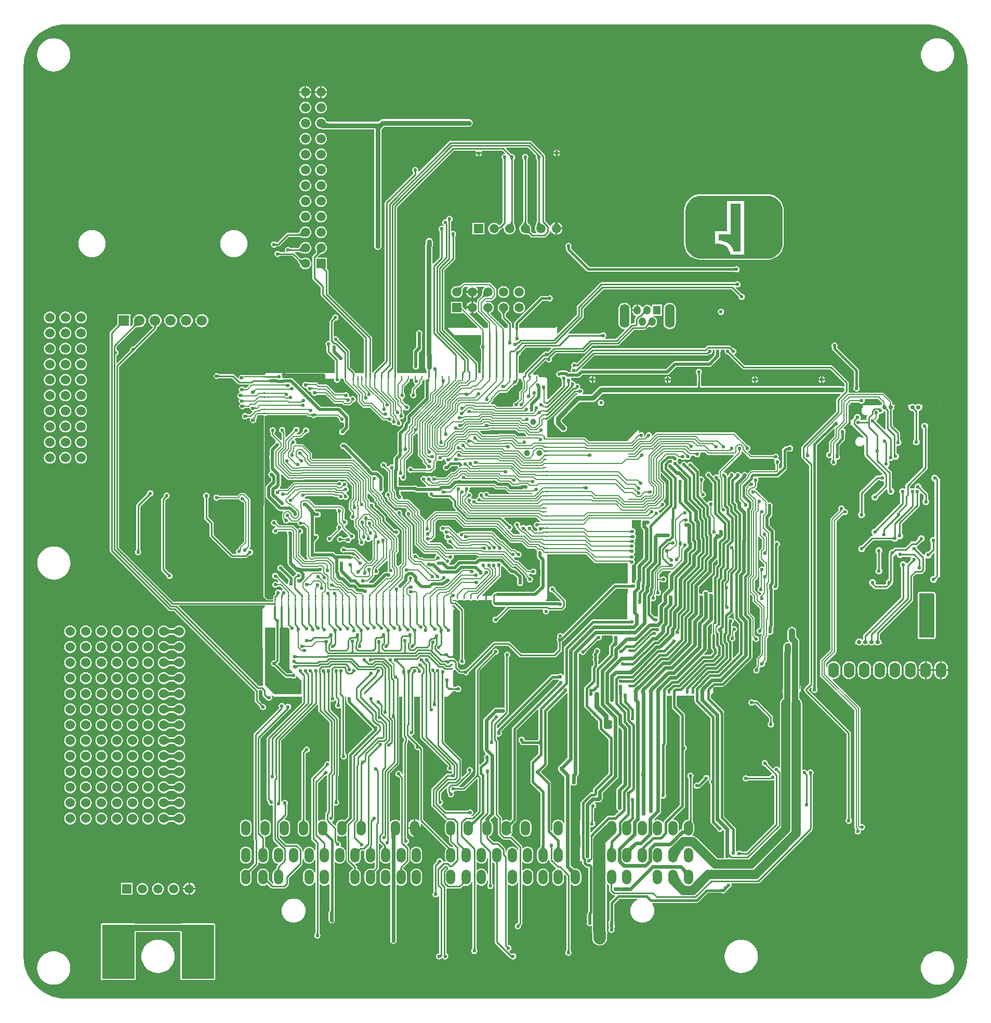
<source format=gbl>
G75*
G70*
%OFA0B0*%
%FSLAX25Y25*%
%IPPOS*%
%LPD*%
%AMOC8*
5,1,8,0,0,1.08239X$1,22.5*
%
%AMM149*
21,1,0.009840,0.009840,0.000000,0.000000,180.000000*
21,1,0.000000,0.019680,0.000000,0.000000,180.000000*
1,1,0.009840,0.000000,0.004920*
1,1,0.009840,0.000000,0.004920*
1,1,0.009840,0.000000,-0.004920*
1,1,0.009840,0.000000,-0.004920*
%
%AMM34*
21,1,0.007870,0.643700,0.000000,0.000000,270.000000*
21,1,0.000000,0.651580,0.000000,0.000000,270.000000*
1,1,0.007870,-0.321850,0.000000*
1,1,0.007870,-0.321850,0.000000*
1,1,0.007870,0.321850,0.000000*
1,1,0.007870,0.321850,0.000000*
%
%AMM35*
21,1,0.007870,0.078350,0.000000,0.000000,135.000000*
21,1,0.000000,0.086220,0.000000,0.000000,135.000000*
1,1,0.007870,0.027700,0.027700*
1,1,0.007870,0.027700,0.027700*
1,1,0.007870,-0.027700,-0.027700*
1,1,0.007870,-0.027700,-0.027700*
%
%AMM36*
21,1,0.007870,0.287010,0.000000,0.000000,180.000000*
21,1,0.000000,0.294880,0.000000,0.000000,180.000000*
1,1,0.007870,0.000000,0.143500*
1,1,0.007870,0.000000,0.143500*
1,1,0.007870,0.000000,-0.143500*
1,1,0.007870,0.000000,-0.143500*
%
%AMM64*
21,1,0.009840,0.009840,0.000000,0.000000,90.000000*
21,1,0.000000,0.019680,0.000000,0.000000,90.000000*
1,1,0.009840,0.004920,0.000000*
1,1,0.009840,0.004920,0.000000*
1,1,0.009840,-0.004920,0.000000*
1,1,0.009840,-0.004920,0.000000*
%
%AMM65*
21,1,0.009840,0.009840,0.000000,0.000000,0.000000*
21,1,0.000000,0.019680,0.000000,0.000000,0.000000*
1,1,0.009840,0.000000,-0.004920*
1,1,0.009840,0.000000,-0.004920*
1,1,0.009840,0.000000,0.004920*
1,1,0.009840,0.000000,0.004920*
%
%AMM66*
21,1,0.007870,0.023620,0.000000,0.000000,225.000000*
21,1,0.000000,0.031500,0.000000,0.000000,225.000000*
1,1,0.007870,-0.008350,0.008350*
1,1,0.007870,-0.008350,0.008350*
1,1,0.007870,0.008350,-0.008350*
1,1,0.007870,0.008350,-0.008350*
%
%AMM67*
21,1,0.007870,0.361020,0.000000,0.000000,0.000000*
21,1,0.000000,0.368900,0.000000,0.000000,0.000000*
1,1,0.007870,0.000000,-0.180510*
1,1,0.007870,0.000000,-0.180510*
1,1,0.007870,0.000000,0.180510*
1,1,0.007870,0.000000,0.180510*
%
%AMM68*
21,1,0.039370,0.007870,0.000000,0.000000,135.000000*
1,1,0.007870,0.013920,-0.013920*
1,1,0.007870,-0.013920,0.013920*
%
%AMM99*
21,1,0.009840,0.009840,0.000000,0.000000,270.000000*
21,1,0.000000,0.019680,0.000000,0.000000,270.000000*
1,1,0.009840,-0.004920,0.000000*
1,1,0.009840,-0.004920,0.000000*
1,1,0.009840,0.004920,0.000000*
1,1,0.009840,0.004920,0.000000*
%
%ADD101R,0.05906X0.05906*%
%ADD114M149*%
%ADD117C,0.03937*%
%ADD127R,0.19882X0.00984*%
%ADD132C,0.02756*%
%ADD133O,0.01575X0.02362*%
%ADD136M67*%
%ADD148O,0.03937X0.05906*%
%ADD149C,0.02362*%
%ADD151R,0.03740X0.00984*%
%ADD169O,0.06890X0.09843*%
%ADD170C,0.00800*%
%ADD174R,0.00984X1.54528*%
%ADD178M66*%
%ADD187O,1.00787X0.00787*%
%ADD188M68*%
%ADD192O,0.02362X0.03150*%
%ADD20R,0.12205X0.00984*%
%ADD200C,0.07874*%
%ADD217M65*%
%ADD221M64*%
%ADD224O,0.04724X0.05512*%
%ADD246C,0.03900*%
%ADD251R,0.08858X0.00984*%
%ADD26C,0.01575*%
%ADD263O,0.01575X0.00787*%
%ADD265O,0.03150X0.02362*%
%ADD266O,0.02362X0.01575*%
%ADD270O,0.05906X0.09449*%
%ADD273C,0.00984*%
%ADD276C,0.06000*%
%ADD278C,0.03150*%
%ADD28O,0.00787X1.60630*%
%ADD301O,0.06299X0.15354*%
%ADD310C,0.01968*%
%ADD32M99*%
%ADD331M34*%
%ADD334C,0.00787*%
%ADD338R,0.04724X0.05512*%
%ADD34R,0.38386X0.00984*%
%ADD42M35*%
%ADD47C,0.06693*%
%ADD52C,0.05906*%
%ADD56R,0.06693X0.06693*%
%ADD58O,0.44882X0.04331*%
%ADD68R,0.09843X0.09843*%
%ADD69C,0.01181*%
%ADD87M36*%
X0000000Y0000000D02*
G01*
G75*
G36*
X0581781Y0625413D02*
X0584783Y0624902D01*
X0587710Y0624059D01*
X0590524Y0622894D01*
X0593189Y0621421D01*
X0595673Y0619658D01*
X0597944Y0617629D01*
X0599973Y0615358D01*
X0601736Y0612874D01*
X0603209Y0610209D01*
X0604374Y0607395D01*
X0605217Y0604468D01*
X0605727Y0601466D01*
X0605895Y0598479D01*
X0605873Y0598425D01*
X0605873Y0027559D01*
X0605895Y0027505D01*
X0605727Y0024518D01*
X0605217Y0021516D01*
X0604374Y0018589D01*
X0603209Y0015776D01*
X0601736Y0013110D01*
X0599973Y0010626D01*
X0597944Y0008355D01*
X0595673Y0006326D01*
X0593189Y0004564D01*
X0590524Y0003091D01*
X0587710Y0001925D01*
X0584783Y0001082D01*
X0581781Y0000572D01*
X0578794Y0000404D01*
X0578740Y0000426D01*
X0027559Y0000426D01*
X0027505Y0000404D01*
X0024518Y0000572D01*
X0021516Y0001082D01*
X0018589Y0001925D01*
X0015776Y0003091D01*
X0013110Y0004564D01*
X0010626Y0006326D01*
X0008355Y0008355D01*
X0006326Y0010626D01*
X0004564Y0013110D01*
X0003091Y0015776D01*
X0001925Y0018589D01*
X0001082Y0021516D01*
X0000572Y0024518D01*
X0000404Y0027505D01*
X0000426Y0027559D01*
X0000426Y0598425D01*
X0000404Y0598479D01*
X0000572Y0601466D01*
X0001082Y0604468D01*
X0001925Y0607395D01*
X0003091Y0610209D01*
X0004564Y0612874D01*
X0006326Y0615358D01*
X0008355Y0617629D01*
X0010626Y0619658D01*
X0013110Y0621421D01*
X0015776Y0622894D01*
X0018589Y0624059D01*
X0021516Y0624902D01*
X0024518Y0625413D01*
X0027505Y0625580D01*
X0027559Y0625558D01*
X0578740Y0625558D01*
X0578794Y0625580D01*
X0581781Y0625413D01*
D02*
G37*
%LPC*%
G36*
X0586614Y0616568D02*
X0584946Y0616437D01*
X0583319Y0616046D01*
X0581773Y0615406D01*
X0580347Y0614532D01*
X0579074Y0613445D01*
X0577988Y0612173D01*
X0577114Y0610746D01*
X0576473Y0609200D01*
X0576083Y0607574D01*
X0575951Y0605905D01*
X0576083Y0604238D01*
X0576473Y0602610D01*
X0577114Y0601065D01*
X0577988Y0599638D01*
X0579074Y0598366D01*
X0580347Y0597279D01*
X0581773Y0596405D01*
X0583319Y0595765D01*
X0584946Y0595374D01*
X0586614Y0595243D01*
X0588282Y0595374D01*
X0589909Y0595765D01*
X0591455Y0596405D01*
X0592882Y0597279D01*
X0594154Y0598366D01*
X0595240Y0599638D01*
X0596115Y0601065D01*
X0596755Y0602610D01*
X0597146Y0604238D01*
X0597277Y0605905D01*
X0597146Y0607574D01*
X0596755Y0609200D01*
X0596115Y0610746D01*
X0595240Y0612173D01*
X0594154Y0613445D01*
X0592882Y0614532D01*
X0591455Y0615406D01*
X0589909Y0616046D01*
X0588282Y0616437D01*
X0586614Y0616568D01*
D02*
G37*
G36*
X0019685Y0616568D02*
X0018017Y0616437D01*
X0016390Y0616046D01*
X0014844Y0615406D01*
X0013418Y0614532D01*
X0012145Y0613445D01*
X0011059Y0612173D01*
X0010184Y0610746D01*
X0009544Y0609200D01*
X0009154Y0607574D01*
X0009022Y0605905D01*
X0009154Y0604238D01*
X0009544Y0602610D01*
X0010184Y0601065D01*
X0011059Y0599638D01*
X0012145Y0598366D01*
X0013418Y0597279D01*
X0014844Y0596405D01*
X0016390Y0595765D01*
X0018017Y0595374D01*
X0019685Y0595243D01*
X0021353Y0595374D01*
X0022980Y0595765D01*
X0024526Y0596405D01*
X0025953Y0597279D01*
X0027225Y0598366D01*
X0028311Y0599638D01*
X0029186Y0601065D01*
X0029826Y0602610D01*
X0030217Y0604238D01*
X0030348Y0605905D01*
X0030217Y0607574D01*
X0029826Y0609200D01*
X0029186Y0610746D01*
X0028311Y0612173D01*
X0027225Y0613445D01*
X0025953Y0614532D01*
X0024526Y0615406D01*
X0022980Y0616046D01*
X0021353Y0616437D01*
X0019685Y0616568D01*
D02*
G37*
G36*
X0191642Y0585968D02*
X0191642Y0582547D01*
X0195063Y0582547D01*
X0194993Y0583079D01*
X0194595Y0584041D01*
X0193961Y0584866D01*
X0193135Y0585500D01*
X0192174Y0585898D01*
X0191642Y0585968D01*
D02*
G37*
G36*
X0181642Y0585968D02*
X0181642Y0582547D01*
X0185063Y0582547D01*
X0184993Y0583079D01*
X0184595Y0584041D01*
X0183961Y0584866D01*
X0183135Y0585500D01*
X0182174Y0585898D01*
X0181642Y0585968D01*
D02*
G37*
G36*
X0190642Y0585968D02*
X0190110Y0585898D01*
X0189148Y0585500D01*
X0188323Y0584866D01*
X0187689Y0584041D01*
X0187291Y0583079D01*
X0187221Y0582547D01*
X0190642Y0582547D01*
X0190642Y0585968D01*
D02*
G37*
G36*
X0180642Y0585968D02*
X0180110Y0585898D01*
X0179148Y0585500D01*
X0178323Y0584866D01*
X0177689Y0584041D01*
X0177291Y0583079D01*
X0177221Y0582547D01*
X0180642Y0582547D01*
X0180642Y0585968D01*
D02*
G37*
G36*
X0190642Y0581547D02*
X0187221Y0581547D01*
X0187291Y0581015D01*
X0187689Y0580054D01*
X0188323Y0579228D01*
X0189148Y0578594D01*
X0190110Y0578196D01*
X0190642Y0578126D01*
X0190642Y0581547D01*
D02*
G37*
G36*
X0180642Y0581547D02*
X0177221Y0581547D01*
X0177291Y0581015D01*
X0177689Y0580054D01*
X0178323Y0579228D01*
X0179148Y0578594D01*
X0180110Y0578196D01*
X0180642Y0578126D01*
X0180642Y0581547D01*
D02*
G37*
G36*
X0195063Y0581547D02*
X0191642Y0581547D01*
X0191642Y0578126D01*
X0192174Y0578196D01*
X0193135Y0578594D01*
X0193961Y0579228D01*
X0194595Y0580054D01*
X0194993Y0581015D01*
X0195063Y0581547D01*
D02*
G37*
G36*
X0185063Y0581547D02*
X0181642Y0581547D01*
X0181642Y0578126D01*
X0182174Y0578196D01*
X0183135Y0578594D01*
X0183961Y0579228D01*
X0184595Y0580054D01*
X0184993Y0581015D01*
X0185063Y0581547D01*
D02*
G37*
G36*
X0191142Y0575820D02*
X0190165Y0575691D01*
X0189255Y0575314D01*
X0188474Y0574715D01*
X0187875Y0573933D01*
X0187498Y0573024D01*
X0187369Y0572047D01*
X0187498Y0571071D01*
X0187875Y0570161D01*
X0188474Y0569380D01*
X0189255Y0568780D01*
X0190165Y0568403D01*
X0191142Y0568275D01*
X0192118Y0568403D01*
X0193028Y0568780D01*
X0193809Y0569380D01*
X0194409Y0570161D01*
X0194786Y0571071D01*
X0194914Y0572047D01*
X0194786Y0573024D01*
X0194409Y0573933D01*
X0193809Y0574715D01*
X0193028Y0575314D01*
X0192118Y0575691D01*
X0191142Y0575820D01*
D02*
G37*
G36*
X0181142Y0575820D02*
X0180165Y0575691D01*
X0179255Y0575314D01*
X0178474Y0574715D01*
X0177875Y0573933D01*
X0177498Y0573024D01*
X0177369Y0572047D01*
X0177498Y0571071D01*
X0177875Y0570161D01*
X0178474Y0569380D01*
X0179255Y0568780D01*
X0180165Y0568403D01*
X0181142Y0568275D01*
X0182118Y0568403D01*
X0183028Y0568780D01*
X0183809Y0569380D01*
X0184409Y0570161D01*
X0184786Y0571071D01*
X0184914Y0572047D01*
X0184786Y0573024D01*
X0184409Y0573933D01*
X0183809Y0574715D01*
X0183028Y0575314D01*
X0182118Y0575691D01*
X0181142Y0575820D01*
D02*
G37*
G36*
X0181142Y0565820D02*
X0180165Y0565691D01*
X0179255Y0565314D01*
X0178474Y0564715D01*
X0177875Y0563933D01*
X0177498Y0563024D01*
X0177369Y0562047D01*
X0177498Y0561071D01*
X0177875Y0560161D01*
X0178474Y0559380D01*
X0179255Y0558780D01*
X0180165Y0558403D01*
X0181142Y0558275D01*
X0182118Y0558403D01*
X0183028Y0558780D01*
X0183809Y0559380D01*
X0184409Y0560161D01*
X0184786Y0561071D01*
X0184914Y0562047D01*
X0184786Y0563024D01*
X0184409Y0563933D01*
X0183809Y0564715D01*
X0183028Y0565314D01*
X0182118Y0565691D01*
X0181142Y0565820D01*
D02*
G37*
G36*
X0191142Y0555820D02*
X0190165Y0555691D01*
X0189255Y0555314D01*
X0188474Y0554715D01*
X0187875Y0553933D01*
X0187498Y0553024D01*
X0187369Y0552047D01*
X0187498Y0551071D01*
X0187875Y0550161D01*
X0188474Y0549380D01*
X0189255Y0548780D01*
X0190165Y0548403D01*
X0191142Y0548275D01*
X0192118Y0548403D01*
X0193028Y0548780D01*
X0193809Y0549380D01*
X0194409Y0550161D01*
X0194786Y0551071D01*
X0194914Y0552047D01*
X0194786Y0553024D01*
X0194409Y0553933D01*
X0193809Y0554715D01*
X0193028Y0555314D01*
X0192118Y0555691D01*
X0191142Y0555820D01*
D02*
G37*
G36*
X0181142Y0555820D02*
X0180165Y0555691D01*
X0179255Y0555314D01*
X0178474Y0554715D01*
X0177875Y0553933D01*
X0177498Y0553024D01*
X0177369Y0552047D01*
X0177498Y0551071D01*
X0177875Y0550161D01*
X0178474Y0549380D01*
X0179255Y0548780D01*
X0180165Y0548403D01*
X0181142Y0548275D01*
X0182118Y0548403D01*
X0183028Y0548780D01*
X0183809Y0549380D01*
X0184409Y0550161D01*
X0184786Y0551071D01*
X0184914Y0552047D01*
X0184786Y0553024D01*
X0184409Y0553933D01*
X0183809Y0554715D01*
X0183028Y0555314D01*
X0182118Y0555691D01*
X0181142Y0555820D01*
D02*
G37*
G36*
X0342839Y0545074D02*
X0342839Y0543449D01*
X0344463Y0543449D01*
X0344393Y0543800D01*
X0343911Y0544522D01*
X0343190Y0545004D01*
X0342839Y0545074D01*
D02*
G37*
G36*
X0341839Y0545074D02*
X0341488Y0545004D01*
X0340766Y0544522D01*
X0340284Y0543800D01*
X0340214Y0543449D01*
X0341839Y0543449D01*
X0341839Y0545074D01*
D02*
G37*
G36*
X0341839Y0542449D02*
X0340214Y0542449D01*
X0340284Y0542098D01*
X0340766Y0541377D01*
X0341488Y0540895D01*
X0341839Y0540825D01*
X0341839Y0541420D01*
X0341445Y0541468D01*
X0341439Y0542184D01*
X0341839Y0542147D01*
X0341839Y0542449D01*
D02*
G37*
G36*
X0344463Y0542449D02*
X0342839Y0542449D01*
X0342839Y0542057D01*
X0343086Y0542035D01*
X0343074Y0542017D01*
X0343062Y0541987D01*
X0343052Y0541944D01*
X0343044Y0541887D01*
X0343030Y0541735D01*
X0343020Y0541410D01*
X0343020Y0541276D01*
X0342839Y0541298D01*
X0342839Y0540825D01*
X0343190Y0540895D01*
X0343911Y0541377D01*
X0344393Y0542098D01*
X0344463Y0542449D01*
D02*
G37*
G36*
X0294447Y0542414D02*
X0292823Y0542414D01*
X0292823Y0540789D01*
X0293174Y0540859D01*
X0293895Y0541341D01*
X0294377Y0542063D01*
X0294447Y0542414D01*
D02*
G37*
G36*
X0291823Y0542414D02*
X0290198Y0542414D01*
X0290268Y0542063D01*
X0290750Y0541341D01*
X0291472Y0540859D01*
X0291823Y0540789D01*
X0291823Y0542414D01*
D02*
G37*
G36*
X0191142Y0545820D02*
X0190165Y0545691D01*
X0189255Y0545314D01*
X0188474Y0544715D01*
X0187875Y0543933D01*
X0187498Y0543024D01*
X0187369Y0542047D01*
X0187498Y0541071D01*
X0187875Y0540161D01*
X0188474Y0539380D01*
X0189255Y0538780D01*
X0190165Y0538403D01*
X0191142Y0538275D01*
X0192118Y0538403D01*
X0193028Y0538780D01*
X0193809Y0539380D01*
X0194409Y0540161D01*
X0194786Y0541071D01*
X0194914Y0542047D01*
X0194786Y0543024D01*
X0194409Y0543933D01*
X0193809Y0544715D01*
X0193028Y0545314D01*
X0192118Y0545691D01*
X0191142Y0545820D01*
D02*
G37*
G36*
X0181142Y0545820D02*
X0180165Y0545691D01*
X0179255Y0545314D01*
X0178474Y0544715D01*
X0177875Y0543933D01*
X0177498Y0543024D01*
X0177369Y0542047D01*
X0177498Y0541071D01*
X0177875Y0540161D01*
X0178474Y0539380D01*
X0179255Y0538780D01*
X0180165Y0538403D01*
X0181142Y0538275D01*
X0182118Y0538403D01*
X0183028Y0538780D01*
X0183809Y0539380D01*
X0184409Y0540161D01*
X0184786Y0541071D01*
X0184914Y0542047D01*
X0184786Y0543024D01*
X0184409Y0543933D01*
X0183809Y0544715D01*
X0183028Y0545314D01*
X0182118Y0545691D01*
X0181142Y0545820D01*
D02*
G37*
G36*
X0191142Y0535820D02*
X0190165Y0535691D01*
X0189255Y0535314D01*
X0188474Y0534715D01*
X0187875Y0533933D01*
X0187498Y0533024D01*
X0187369Y0532047D01*
X0187498Y0531071D01*
X0187875Y0530161D01*
X0188474Y0529380D01*
X0189255Y0528780D01*
X0190165Y0528403D01*
X0191142Y0528275D01*
X0192118Y0528403D01*
X0193028Y0528780D01*
X0193809Y0529380D01*
X0194409Y0530161D01*
X0194786Y0531071D01*
X0194914Y0532047D01*
X0194786Y0533024D01*
X0194409Y0533933D01*
X0193809Y0534715D01*
X0193028Y0535314D01*
X0192118Y0535691D01*
X0191142Y0535820D01*
D02*
G37*
G36*
X0181142Y0535820D02*
X0180165Y0535691D01*
X0179255Y0535314D01*
X0178474Y0534715D01*
X0177875Y0533933D01*
X0177498Y0533024D01*
X0177369Y0532047D01*
X0177498Y0531071D01*
X0177875Y0530161D01*
X0178474Y0529380D01*
X0179255Y0528780D01*
X0180165Y0528403D01*
X0181142Y0528275D01*
X0182118Y0528403D01*
X0183028Y0528780D01*
X0183809Y0529380D01*
X0184409Y0530161D01*
X0184786Y0531071D01*
X0184914Y0532047D01*
X0184786Y0533024D01*
X0184409Y0533933D01*
X0183809Y0534715D01*
X0183028Y0535314D01*
X0182118Y0535691D01*
X0181142Y0535820D01*
D02*
G37*
G36*
X0191142Y0525820D02*
X0190165Y0525691D01*
X0189255Y0525314D01*
X0188474Y0524715D01*
X0187875Y0523933D01*
X0187498Y0523024D01*
X0187369Y0522047D01*
X0187498Y0521071D01*
X0187875Y0520161D01*
X0188474Y0519380D01*
X0189255Y0518780D01*
X0190165Y0518403D01*
X0191142Y0518275D01*
X0192118Y0518403D01*
X0193028Y0518780D01*
X0193809Y0519380D01*
X0194409Y0520161D01*
X0194786Y0521071D01*
X0194914Y0522047D01*
X0194786Y0523024D01*
X0194409Y0523933D01*
X0193809Y0524715D01*
X0193028Y0525314D01*
X0192118Y0525691D01*
X0191142Y0525820D01*
D02*
G37*
G36*
X0181142Y0525820D02*
X0180165Y0525691D01*
X0179255Y0525314D01*
X0178474Y0524715D01*
X0177875Y0523933D01*
X0177498Y0523024D01*
X0177369Y0522047D01*
X0177498Y0521071D01*
X0177875Y0520161D01*
X0178474Y0519380D01*
X0179255Y0518780D01*
X0180165Y0518403D01*
X0181142Y0518275D01*
X0182118Y0518403D01*
X0183028Y0518780D01*
X0183809Y0519380D01*
X0184409Y0520161D01*
X0184786Y0521071D01*
X0184914Y0522047D01*
X0184786Y0523024D01*
X0184409Y0523933D01*
X0183809Y0524715D01*
X0183028Y0525314D01*
X0182118Y0525691D01*
X0181142Y0525820D01*
D02*
G37*
G36*
X0477490Y0516476D02*
X0477449Y0516467D01*
X0477449Y0516467D01*
X0477000Y0516466D01*
X0477000Y0516466D01*
X0434979Y0516466D01*
X0434518Y0516468D01*
X0434518Y0516468D01*
X0434490Y0516474D01*
X0434481Y0516472D01*
X0434481Y0516468D01*
X0434478Y0516466D01*
X0434461Y0516462D01*
X0432891Y0516339D01*
X0431294Y0515955D01*
X0429777Y0515327D01*
X0428377Y0514469D01*
X0427129Y0513403D01*
X0426062Y0512154D01*
X0425204Y0510754D01*
X0424576Y0509237D01*
X0424193Y0507641D01*
X0424075Y0506143D01*
X0424056Y0506049D01*
X0423997Y0485232D01*
X0424054Y0484940D01*
X0424183Y0483304D01*
X0424566Y0481707D01*
X0425195Y0480191D01*
X0425353Y0479932D01*
X0425357Y0479922D01*
X0425363Y0479916D01*
X0426052Y0478791D01*
X0427119Y0477542D01*
X0427559Y0477166D01*
X0427559Y0476924D01*
X0427842Y0476924D01*
X0428367Y0476476D01*
X0429767Y0475618D01*
X0431284Y0474990D01*
X0432881Y0474606D01*
X0434288Y0474495D01*
X0434469Y0474460D01*
X0476989Y0474460D01*
X0477382Y0474459D01*
X0477473Y0474461D01*
X0477480Y0474459D01*
X0477489Y0474461D01*
X0477489Y0474469D01*
X0479079Y0474594D01*
X0480676Y0474978D01*
X0482193Y0475606D01*
X0483593Y0476464D01*
X0484842Y0477530D01*
X0485908Y0478779D01*
X0486766Y0480179D01*
X0487394Y0481696D01*
X0487778Y0483292D01*
X0487906Y0484929D01*
X0487906Y0484934D01*
X0487913Y0484967D01*
X0487913Y0505462D01*
X0487921Y0505959D01*
X0487913Y0506240D01*
X0487888Y0506362D01*
X0487882Y0506442D01*
X0487787Y0507643D01*
X0487404Y0509239D01*
X0486776Y0510756D01*
X0485918Y0512156D01*
X0484852Y0513405D01*
X0483603Y0514471D01*
X0482203Y0515329D01*
X0480686Y0515957D01*
X0479089Y0516341D01*
X0477499Y0516466D01*
X0477499Y0516474D01*
X0477490Y0516476D01*
D02*
G37*
G36*
X0191142Y0515820D02*
X0190165Y0515691D01*
X0189255Y0515314D01*
X0188474Y0514715D01*
X0187875Y0513933D01*
X0187498Y0513024D01*
X0187369Y0512047D01*
X0187498Y0511071D01*
X0187875Y0510161D01*
X0188474Y0509380D01*
X0189255Y0508780D01*
X0190165Y0508403D01*
X0191142Y0508275D01*
X0192118Y0508403D01*
X0193028Y0508780D01*
X0193809Y0509380D01*
X0194409Y0510161D01*
X0194786Y0511071D01*
X0194914Y0512047D01*
X0194786Y0513024D01*
X0194409Y0513933D01*
X0193809Y0514715D01*
X0193028Y0515314D01*
X0192118Y0515691D01*
X0191142Y0515820D01*
D02*
G37*
G36*
X0181142Y0515820D02*
X0180165Y0515691D01*
X0179255Y0515314D01*
X0178474Y0514715D01*
X0177875Y0513933D01*
X0177498Y0513024D01*
X0177369Y0512047D01*
X0177498Y0511071D01*
X0177875Y0510161D01*
X0178474Y0509380D01*
X0179255Y0508780D01*
X0180165Y0508403D01*
X0181142Y0508275D01*
X0182118Y0508403D01*
X0183028Y0508780D01*
X0183809Y0509380D01*
X0184409Y0510161D01*
X0184786Y0511071D01*
X0184914Y0512047D01*
X0184786Y0513024D01*
X0184409Y0513933D01*
X0183809Y0514715D01*
X0183028Y0515314D01*
X0182118Y0515691D01*
X0181142Y0515820D01*
D02*
G37*
G36*
X0191142Y0505820D02*
X0190165Y0505691D01*
X0189255Y0505314D01*
X0188474Y0504715D01*
X0187875Y0503933D01*
X0187498Y0503024D01*
X0187369Y0502047D01*
X0187498Y0501071D01*
X0187875Y0500161D01*
X0188474Y0499380D01*
X0189255Y0498780D01*
X0190165Y0498403D01*
X0191142Y0498275D01*
X0192118Y0498403D01*
X0193028Y0498780D01*
X0193809Y0499380D01*
X0194409Y0500161D01*
X0194786Y0501071D01*
X0194914Y0502047D01*
X0194786Y0503024D01*
X0194409Y0503933D01*
X0193809Y0504715D01*
X0193028Y0505314D01*
X0192118Y0505691D01*
X0191142Y0505820D01*
D02*
G37*
G36*
X0181142Y0505820D02*
X0180165Y0505691D01*
X0179255Y0505314D01*
X0178474Y0504715D01*
X0177875Y0503933D01*
X0177498Y0503024D01*
X0177369Y0502047D01*
X0177498Y0501071D01*
X0177875Y0500161D01*
X0178474Y0499380D01*
X0179255Y0498780D01*
X0180165Y0498403D01*
X0181142Y0498275D01*
X0182118Y0498403D01*
X0183028Y0498780D01*
X0183809Y0499380D01*
X0184409Y0500161D01*
X0184786Y0501071D01*
X0184914Y0502047D01*
X0184786Y0503024D01*
X0184409Y0503933D01*
X0183809Y0504715D01*
X0183028Y0505314D01*
X0182118Y0505691D01*
X0181142Y0505820D01*
D02*
G37*
G36*
X0343127Y0498343D02*
X0343132Y0498324D01*
X0343219Y0498071D01*
X0343332Y0497817D01*
X0343469Y0497561D01*
X0343631Y0497303D01*
X0343818Y0497044D01*
X0344030Y0496783D01*
X0344268Y0496521D01*
X0342626Y0496580D01*
X0342626Y0494988D01*
X0346047Y0494988D01*
X0345977Y0495520D01*
X0345579Y0496482D01*
X0344945Y0497307D01*
X0344119Y0497941D01*
X0343158Y0498339D01*
X0343127Y0498343D01*
D02*
G37*
G36*
X0325252Y0550714D02*
X0274320Y0550714D01*
X0273820Y0550615D01*
X0273397Y0550332D01*
X0253814Y0530748D01*
X0253425Y0531067D01*
X0253527Y0531220D01*
X0253680Y0531988D01*
X0253527Y0532756D01*
X0253092Y0533407D01*
X0252441Y0533843D01*
X0251673Y0533995D01*
X0250905Y0533843D01*
X0250254Y0533407D01*
X0249819Y0532756D01*
X0249666Y0531988D01*
X0249819Y0531220D01*
X0250254Y0530569D01*
X0250318Y0530526D01*
X0250318Y0530526D01*
X0250329Y0530504D01*
X0250341Y0530476D01*
X0250352Y0530440D01*
X0250362Y0530396D01*
X0250369Y0530353D01*
X0250369Y0529809D01*
X0232444Y0511884D01*
X0232161Y0511461D01*
X0232062Y0510961D01*
X0232062Y0409891D01*
X0224766Y0402596D01*
X0224484Y0402173D01*
X0224442Y0401965D01*
X0223942Y0402014D01*
X0223942Y0424320D01*
X0223843Y0424819D01*
X0223560Y0425242D01*
X0195891Y0452911D01*
X0195891Y0467028D01*
X0195792Y0467527D01*
X0195509Y0467950D01*
X0194882Y0468577D01*
X0194882Y0475787D01*
X0188955Y0475787D01*
X0188764Y0476249D01*
X0189834Y0477320D01*
X0192054Y0478367D01*
X0192526Y0478556D01*
X0192528Y0478557D01*
X0192531Y0478558D01*
X0192597Y0478602D01*
X0193028Y0478780D01*
X0193809Y0479380D01*
X0194409Y0480161D01*
X0194786Y0481071D01*
X0194914Y0482047D01*
X0194786Y0483024D01*
X0194409Y0483933D01*
X0193809Y0484715D01*
X0193028Y0485314D01*
X0192118Y0485691D01*
X0191142Y0485820D01*
X0190165Y0485691D01*
X0189255Y0485314D01*
X0188474Y0484715D01*
X0187875Y0483933D01*
X0187498Y0483024D01*
X0187369Y0482047D01*
X0187498Y0481071D01*
X0187657Y0480687D01*
X0187669Y0480619D01*
X0187788Y0480307D01*
X0187868Y0480045D01*
X0187919Y0479811D01*
X0187944Y0479607D01*
X0187946Y0479433D01*
X0187929Y0479288D01*
X0187898Y0479168D01*
X0187854Y0479066D01*
X0187795Y0478973D01*
X0187785Y0478961D01*
X0185987Y0477163D01*
X0185704Y0476739D01*
X0185605Y0476240D01*
X0185605Y0462732D01*
X0185704Y0462233D01*
X0185987Y0461809D01*
X0190920Y0456877D01*
X0190920Y0452228D01*
X0191019Y0451728D01*
X0191302Y0451305D01*
X0218715Y0423892D01*
X0218715Y0401772D01*
X0213096Y0401772D01*
X0213096Y0401928D01*
X0212997Y0402427D01*
X0212714Y0402851D01*
X0209671Y0405894D01*
X0209671Y0415434D01*
X0209571Y0415933D01*
X0209520Y0416010D01*
X0209473Y0416247D01*
X0209190Y0416671D01*
X0202748Y0423112D01*
X0202723Y0423148D01*
X0202698Y0423186D01*
X0202681Y0423219D01*
X0202669Y0423247D01*
X0202662Y0423270D01*
X0202661Y0423271D01*
X0202676Y0423347D01*
X0202524Y0424115D01*
X0202088Y0424766D01*
X0201437Y0425201D01*
X0200669Y0425353D01*
X0199901Y0425201D01*
X0199777Y0425118D01*
X0199336Y0425353D01*
X0199336Y0434440D01*
X0200140Y0435244D01*
X0200175Y0435270D01*
X0200214Y0435294D01*
X0200247Y0435311D01*
X0200274Y0435323D01*
X0200298Y0435331D01*
X0200299Y0435331D01*
X0200374Y0435316D01*
X0201142Y0435468D01*
X0201793Y0435904D01*
X0202228Y0436555D01*
X0202381Y0437323D01*
X0202228Y0438091D01*
X0201793Y0438742D01*
X0201142Y0439177D01*
X0200374Y0439330D01*
X0199606Y0439177D01*
X0198955Y0438742D01*
X0198520Y0438091D01*
X0198367Y0437323D01*
X0198382Y0437248D01*
X0198382Y0437247D01*
X0198374Y0437223D01*
X0198362Y0437196D01*
X0198345Y0437163D01*
X0198321Y0437124D01*
X0198295Y0437089D01*
X0197109Y0435903D01*
X0196826Y0435480D01*
X0196727Y0434980D01*
X0196727Y0422775D01*
X0196290Y0422352D01*
X0196043Y0422401D01*
X0195275Y0422248D01*
X0194624Y0421813D01*
X0194189Y0421162D01*
X0194036Y0420394D01*
X0194189Y0419626D01*
X0194624Y0418974D01*
X0194688Y0418932D01*
X0194688Y0418931D01*
X0194699Y0418909D01*
X0194711Y0418881D01*
X0194722Y0418846D01*
X0194732Y0418801D01*
X0194739Y0418758D01*
X0194739Y0415304D01*
X0194838Y0414805D01*
X0195121Y0414382D01*
X0200093Y0409409D01*
X0200093Y0401772D01*
X0156047Y0401772D01*
X0154762Y0400514D01*
X0154483Y0400496D01*
X0141450Y0400496D01*
X0141450Y0400496D01*
X0141175Y0400441D01*
X0141122Y0400476D01*
X0140354Y0400629D01*
X0139586Y0400476D01*
X0138935Y0400041D01*
X0138500Y0399390D01*
X0138369Y0398730D01*
X0137903Y0398490D01*
X0135667Y0400726D01*
X0135243Y0401008D01*
X0134744Y0401108D01*
X0125946Y0401108D01*
X0125903Y0401114D01*
X0125859Y0401124D01*
X0125823Y0401136D01*
X0125795Y0401147D01*
X0125774Y0401158D01*
X0125773Y0401159D01*
X0125730Y0401222D01*
X0125079Y0401657D01*
X0124311Y0401810D01*
X0123543Y0401657D01*
X0122892Y0401222D01*
X0122457Y0400571D01*
X0122304Y0399803D01*
X0122457Y0399035D01*
X0122892Y0398384D01*
X0123543Y0397949D01*
X0124311Y0397796D01*
X0125079Y0397949D01*
X0125730Y0398384D01*
X0125773Y0398448D01*
X0125774Y0398448D01*
X0125795Y0398459D01*
X0125823Y0398471D01*
X0125859Y0398482D01*
X0125903Y0398492D01*
X0125946Y0398499D01*
X0134204Y0398499D01*
X0137759Y0394944D01*
X0138182Y0394661D01*
X0138681Y0394562D01*
X0144863Y0394562D01*
X0145054Y0394100D01*
X0143300Y0392346D01*
X0142148Y0392346D01*
X0142111Y0392354D01*
X0142075Y0392364D01*
X0142039Y0392378D01*
X0142002Y0392397D01*
X0141963Y0392420D01*
X0141921Y0392450D01*
X0141889Y0392476D01*
X0141833Y0392561D01*
X0141182Y0392996D01*
X0140413Y0393149D01*
X0139645Y0392996D01*
X0138994Y0392561D01*
X0138559Y0391910D01*
X0138406Y0391142D01*
X0138559Y0390374D01*
X0138994Y0389722D01*
X0139013Y0389710D01*
X0138908Y0389179D01*
X0138799Y0389157D01*
X0138148Y0388722D01*
X0137713Y0388071D01*
X0137560Y0387303D01*
X0137713Y0386535D01*
X0138148Y0385884D01*
X0138629Y0385562D01*
X0138798Y0385431D01*
X0138772Y0384944D01*
X0138559Y0384626D01*
X0138406Y0383858D01*
X0138559Y0383090D01*
X0138994Y0382439D01*
X0139106Y0382364D01*
X0139155Y0381730D01*
X0138854Y0381280D01*
X0138702Y0380512D01*
X0138854Y0379744D01*
X0139289Y0379093D01*
X0139941Y0378658D01*
X0140709Y0378505D01*
X0141477Y0378658D01*
X0142128Y0379093D01*
X0142184Y0379177D01*
X0142217Y0379204D01*
X0142258Y0379233D01*
X0142297Y0379257D01*
X0142334Y0379275D01*
X0142370Y0379289D01*
X0142406Y0379300D01*
X0142443Y0379308D01*
X0144882Y0379308D01*
X0144882Y0379308D01*
X0145146Y0379360D01*
X0145236Y0379337D01*
X0145604Y0379099D01*
X0145673Y0379019D01*
X0145783Y0378464D01*
X0146219Y0377813D01*
X0146870Y0377378D01*
X0147091Y0377334D01*
X0147236Y0376855D01*
X0145699Y0375319D01*
X0144215Y0375319D01*
X0144178Y0375326D01*
X0144142Y0375337D01*
X0144106Y0375351D01*
X0144069Y0375369D01*
X0144030Y0375393D01*
X0143988Y0375422D01*
X0143956Y0375449D01*
X0143900Y0375533D01*
X0143248Y0375969D01*
X0142480Y0376121D01*
X0141712Y0375969D01*
X0141061Y0375533D01*
X0140626Y0374882D01*
X0140473Y0374114D01*
X0140626Y0373346D01*
X0141061Y0372695D01*
X0141712Y0372260D01*
X0142480Y0372107D01*
X0143248Y0372260D01*
X0143900Y0372695D01*
X0143956Y0372780D01*
X0143988Y0372806D01*
X0144030Y0372836D01*
X0144069Y0372859D01*
X0144106Y0372877D01*
X0144142Y0372892D01*
X0144178Y0372902D01*
X0144215Y0372910D01*
X0145645Y0372910D01*
X0145881Y0372469D01*
X0145783Y0372323D01*
X0145631Y0371555D01*
X0145783Y0370787D01*
X0146219Y0370136D01*
X0146870Y0369701D01*
X0147638Y0369548D01*
X0148406Y0369701D01*
X0149057Y0370136D01*
X0149492Y0370787D01*
X0149645Y0371555D01*
X0149562Y0371973D01*
X0149560Y0372045D01*
X0149544Y0372114D01*
X0149541Y0372139D01*
X0149541Y0372154D01*
X0149542Y0372163D01*
X0149543Y0372168D01*
X0149545Y0372175D01*
X0149550Y0372185D01*
X0149557Y0372198D01*
X0149802Y0372442D01*
X0149802Y0372442D01*
X0150063Y0372833D01*
X0150154Y0373293D01*
X0150154Y0373293D01*
X0150154Y0374140D01*
X0150715Y0374701D01*
X0154140Y0374701D01*
X0154493Y0374347D01*
X0154321Y0258317D01*
X0156622Y0255942D01*
X0160548Y0255942D01*
X0160548Y0255242D01*
X0096308Y0255242D01*
X0061639Y0289911D01*
X0061639Y0405857D01*
X0070502Y0414720D01*
X0070539Y0414749D01*
X0070586Y0414780D01*
X0070628Y0414805D01*
X0070666Y0414823D01*
X0070700Y0414837D01*
X0070731Y0414847D01*
X0070759Y0414854D01*
X0070818Y0414863D01*
X0070881Y0414885D01*
X0071339Y0414976D01*
X0071990Y0415412D01*
X0072425Y0416063D01*
X0072516Y0416521D01*
X0072539Y0416584D01*
X0072548Y0416643D01*
X0072554Y0416671D01*
X0072564Y0416702D01*
X0072578Y0416735D01*
X0072597Y0416773D01*
X0072622Y0416816D01*
X0072646Y0416853D01*
X0072698Y0416916D01*
X0085686Y0429904D01*
X0085969Y0430328D01*
X0086068Y0430827D01*
X0086068Y0430987D01*
X0086084Y0431094D01*
X0086111Y0431199D01*
X0086145Y0431289D01*
X0086187Y0431368D01*
X0086237Y0431440D01*
X0086299Y0431508D01*
X0086375Y0431575D01*
X0086471Y0431641D01*
X0086620Y0431723D01*
X0086631Y0431732D01*
X0086848Y0431822D01*
X0087712Y0432485D01*
X0088375Y0433348D01*
X0088791Y0434354D01*
X0088933Y0435433D01*
X0088791Y0436512D01*
X0088375Y0437518D01*
X0087712Y0438381D01*
X0086848Y0439044D01*
X0085843Y0439461D01*
X0084764Y0439603D01*
X0083685Y0439461D01*
X0082679Y0439044D01*
X0081815Y0438381D01*
X0081153Y0437518D01*
X0080736Y0436512D01*
X0080594Y0435433D01*
X0080736Y0434354D01*
X0081153Y0433348D01*
X0081815Y0432485D01*
X0082679Y0431822D01*
X0082897Y0431732D01*
X0082907Y0431723D01*
X0083057Y0431641D01*
X0083146Y0431266D01*
X0083142Y0431050D01*
X0070950Y0418858D01*
X0070920Y0418836D01*
X0070890Y0418819D01*
X0070867Y0418808D01*
X0070852Y0418802D01*
X0070842Y0418800D01*
X0070836Y0418799D01*
X0070831Y0418799D01*
X0070782Y0418803D01*
X0070761Y0418800D01*
X0070571Y0418838D01*
X0069803Y0418685D01*
X0069152Y0418250D01*
X0068717Y0417599D01*
X0068564Y0416831D01*
X0068602Y0416641D01*
X0068599Y0416619D01*
X0068603Y0416570D01*
X0068602Y0416565D01*
X0068602Y0416560D01*
X0068599Y0416550D01*
X0068594Y0416535D01*
X0068583Y0416512D01*
X0068565Y0416482D01*
X0068544Y0416452D01*
X0060330Y0408238D01*
X0059868Y0408429D01*
X0059868Y0412978D01*
X0060020Y0413008D01*
X0060671Y0413443D01*
X0061106Y0414094D01*
X0061259Y0414862D01*
X0061106Y0415630D01*
X0060671Y0416281D01*
X0060020Y0416716D01*
X0059868Y0416747D01*
X0059868Y0418692D01*
X0071988Y0430812D01*
X0072003Y0430825D01*
X0072125Y0430902D01*
X0072293Y0430981D01*
X0072507Y0431057D01*
X0072768Y0431126D01*
X0073074Y0431184D01*
X0073415Y0431229D01*
X0074257Y0431281D01*
X0074614Y0431283D01*
X0074764Y0431264D01*
X0075843Y0431406D01*
X0076849Y0431822D01*
X0077712Y0432485D01*
X0078375Y0433348D01*
X0078791Y0434354D01*
X0078933Y0435433D01*
X0078791Y0436512D01*
X0078375Y0437518D01*
X0077712Y0438381D01*
X0076849Y0439044D01*
X0075843Y0439461D01*
X0074764Y0439603D01*
X0073685Y0439461D01*
X0072679Y0439044D01*
X0071816Y0438381D01*
X0071153Y0437518D01*
X0070736Y0436512D01*
X0070594Y0435433D01*
X0070614Y0435283D01*
X0070612Y0434926D01*
X0070560Y0434085D01*
X0070515Y0433743D01*
X0070457Y0433437D01*
X0070388Y0433177D01*
X0070312Y0432962D01*
X0070233Y0432795D01*
X0070156Y0432673D01*
X0070143Y0432657D01*
X0069360Y0431874D01*
X0068898Y0432065D01*
X0068898Y0439567D01*
X0060630Y0439567D01*
X0060630Y0433508D01*
X0060627Y0433491D01*
X0060630Y0433473D01*
X0060630Y0433199D01*
X0060597Y0433152D01*
X0060374Y0432888D01*
X0055869Y0428383D01*
X0055586Y0427960D01*
X0055487Y0427461D01*
X0055487Y0287902D01*
X0055586Y0287403D01*
X0055869Y0286980D01*
X0093378Y0249471D01*
X0093801Y0249188D01*
X0094300Y0249089D01*
X0096856Y0249089D01*
X0148597Y0197348D01*
X0148597Y0191535D01*
X0148696Y0191036D01*
X0148979Y0190613D01*
X0150894Y0188698D01*
X0150894Y0188698D01*
X0151858Y0187734D01*
X0151884Y0187699D01*
X0151908Y0187660D01*
X0151925Y0187627D01*
X0151937Y0187600D01*
X0151945Y0187576D01*
X0151945Y0187575D01*
X0151930Y0187500D01*
X0152083Y0186732D01*
X0152518Y0186081D01*
X0153169Y0185646D01*
X0153937Y0185493D01*
X0154705Y0185646D01*
X0155356Y0186081D01*
X0155791Y0186732D01*
X0155944Y0187500D01*
X0155791Y0188268D01*
X0155356Y0188919D01*
X0154705Y0189354D01*
X0153937Y0189507D01*
X0153862Y0189492D01*
X0153861Y0189492D01*
X0153838Y0189500D01*
X0153810Y0189512D01*
X0153777Y0189529D01*
X0153738Y0189553D01*
X0153703Y0189579D01*
X0152739Y0190543D01*
X0152739Y0190543D01*
X0151206Y0192076D01*
X0151206Y0197888D01*
X0151204Y0197900D01*
X0151614Y0198400D01*
X0152841Y0198400D01*
X0153518Y0197723D01*
X0153518Y0195473D01*
X0153618Y0194973D01*
X0153900Y0194550D01*
X0155605Y0192845D01*
X0156028Y0192562D01*
X0156039Y0192560D01*
X0156356Y0192085D01*
X0157008Y0191650D01*
X0157776Y0191497D01*
X0158544Y0191650D01*
X0159195Y0192085D01*
X0159630Y0192736D01*
X0159783Y0193504D01*
X0159630Y0194272D01*
X0159397Y0194620D01*
X0159786Y0194939D01*
X0160531Y0194193D01*
X0178912Y0194193D01*
X0178912Y0190501D01*
X0156656Y0168245D01*
X0156374Y0167822D01*
X0156274Y0167323D01*
X0156274Y0128283D01*
X0156374Y0127784D01*
X0156656Y0127360D01*
X0157171Y0126845D01*
X0157190Y0126819D01*
X0157203Y0126795D01*
X0157210Y0126780D01*
X0157210Y0126780D01*
X0157204Y0126744D01*
X0157207Y0126683D01*
X0157147Y0126378D01*
X0157299Y0125610D01*
X0157734Y0124959D01*
X0158386Y0124524D01*
X0159153Y0124371D01*
X0159711Y0124482D01*
X0160211Y0124162D01*
X0160211Y0102854D01*
X0160310Y0102355D01*
X0160593Y0101932D01*
X0164015Y0098510D01*
X0163865Y0098207D01*
X0163757Y0098061D01*
X0162803Y0097935D01*
X0161893Y0097558D01*
X0161112Y0096959D01*
X0160512Y0096178D01*
X0160136Y0095268D01*
X0160007Y0094291D01*
X0160007Y0090748D01*
X0160136Y0089772D01*
X0160512Y0088862D01*
X0161112Y0088081D01*
X0161893Y0087481D01*
X0162803Y0087104D01*
X0163480Y0087015D01*
X0163659Y0086487D01*
X0162857Y0085685D01*
X0162574Y0085262D01*
X0162475Y0084763D01*
X0162475Y0083763D01*
X0162469Y0083691D01*
X0162459Y0083619D01*
X0161893Y0083385D01*
X0161112Y0082786D01*
X0160512Y0082004D01*
X0160136Y0081094D01*
X0160007Y0080118D01*
X0160007Y0076575D01*
X0160136Y0075598D01*
X0160512Y0074689D01*
X0160688Y0074460D01*
X0160471Y0073921D01*
X0160242Y0073887D01*
X0158146Y0075983D01*
X0157989Y0076151D01*
X0157873Y0076294D01*
X0157780Y0076423D01*
X0157715Y0076529D01*
X0157706Y0076547D01*
X0157709Y0076575D01*
X0157709Y0080118D01*
X0157581Y0081094D01*
X0157204Y0082004D01*
X0156605Y0082786D01*
X0155823Y0083385D01*
X0154913Y0083762D01*
X0153937Y0083890D01*
X0152961Y0083762D01*
X0152051Y0083385D01*
X0151269Y0082786D01*
X0150670Y0082004D01*
X0150293Y0081094D01*
X0150165Y0080118D01*
X0150165Y0076575D01*
X0150293Y0075598D01*
X0150670Y0074689D01*
X0151269Y0073907D01*
X0152051Y0073308D01*
X0152961Y0072931D01*
X0153937Y0072802D01*
X0154913Y0072931D01*
X0155823Y0073308D01*
X0156563Y0073875D01*
X0159018Y0071420D01*
X0159442Y0071137D01*
X0159941Y0071038D01*
X0167520Y0071038D01*
X0168019Y0071137D01*
X0168442Y0071420D01*
X0170115Y0073093D01*
X0170398Y0073516D01*
X0170498Y0074016D01*
X0170498Y0077806D01*
X0178777Y0086085D01*
X0179060Y0086509D01*
X0179159Y0087008D01*
X0179159Y0096044D01*
X0179060Y0096544D01*
X0178777Y0096967D01*
X0176298Y0099446D01*
X0175874Y0099729D01*
X0175375Y0099828D01*
X0168892Y0099828D01*
X0164631Y0104089D01*
X0164631Y0104973D01*
X0165131Y0105219D01*
X0165673Y0104804D01*
X0166583Y0104427D01*
X0167559Y0104298D01*
X0168535Y0104427D01*
X0169445Y0104804D01*
X0170227Y0105403D01*
X0170826Y0106185D01*
X0171203Y0107095D01*
X0171332Y0108071D01*
X0171332Y0111614D01*
X0171203Y0112591D01*
X0170826Y0113500D01*
X0170227Y0114282D01*
X0169445Y0114881D01*
X0168535Y0115258D01*
X0167807Y0115354D01*
X0167628Y0115882D01*
X0169131Y0117385D01*
X0169414Y0117808D01*
X0169513Y0118307D01*
X0169513Y0124519D01*
X0169520Y0124596D01*
X0169529Y0124649D01*
X0169541Y0124705D01*
X0169555Y0124753D01*
X0169570Y0124795D01*
X0169585Y0124831D01*
X0169601Y0124862D01*
X0169632Y0124913D01*
X0169654Y0124972D01*
X0169817Y0125216D01*
X0169970Y0125984D01*
X0169817Y0126752D01*
X0169382Y0127403D01*
X0168731Y0127839D01*
X0167963Y0127991D01*
X0167194Y0127839D01*
X0166543Y0127403D01*
X0166283Y0127014D01*
X0165692Y0126968D01*
X0165576Y0127073D01*
X0165576Y0165959D01*
X0188806Y0189188D01*
X0189306Y0189006D01*
X0189306Y0185526D01*
X0189405Y0185027D01*
X0189688Y0184604D01*
X0196540Y0177752D01*
X0196540Y0152847D01*
X0196040Y0152573D01*
X0195384Y0152703D01*
X0194615Y0152551D01*
X0193964Y0152115D01*
X0193529Y0151464D01*
X0193377Y0150696D01*
X0193392Y0150621D01*
X0193391Y0150620D01*
X0193384Y0150597D01*
X0193372Y0150569D01*
X0193354Y0150536D01*
X0193330Y0150497D01*
X0193305Y0150462D01*
X0185278Y0142436D01*
X0184995Y0142013D01*
X0184896Y0141514D01*
X0184896Y0103071D01*
X0184995Y0102572D01*
X0185278Y0102148D01*
X0187573Y0099853D01*
X0187573Y0095386D01*
X0187108Y0095268D01*
X0186732Y0096178D01*
X0186132Y0096959D01*
X0185351Y0097558D01*
X0184441Y0097935D01*
X0183465Y0098064D01*
X0182488Y0097935D01*
X0181578Y0097558D01*
X0180797Y0096959D01*
X0180198Y0096178D01*
X0179821Y0095268D01*
X0179692Y0094291D01*
X0179692Y0090748D01*
X0179821Y0089772D01*
X0180198Y0088862D01*
X0180797Y0088081D01*
X0181578Y0087481D01*
X0182488Y0087104D01*
X0183465Y0086976D01*
X0184441Y0087104D01*
X0185351Y0087481D01*
X0186132Y0088081D01*
X0186732Y0088862D01*
X0187108Y0089772D01*
X0187573Y0089653D01*
X0187573Y0081213D01*
X0187108Y0081094D01*
X0186732Y0082004D01*
X0186132Y0082786D01*
X0185351Y0083385D01*
X0184441Y0083762D01*
X0183465Y0083890D01*
X0182488Y0083762D01*
X0181578Y0083385D01*
X0180797Y0082786D01*
X0180198Y0082004D01*
X0179821Y0081094D01*
X0179692Y0080118D01*
X0179692Y0076575D01*
X0179821Y0075598D01*
X0180198Y0074689D01*
X0180797Y0073907D01*
X0181578Y0073308D01*
X0182488Y0072931D01*
X0183465Y0072802D01*
X0184441Y0072931D01*
X0185351Y0073308D01*
X0186132Y0073907D01*
X0186732Y0074689D01*
X0187108Y0075598D01*
X0187573Y0075480D01*
X0187573Y0042482D01*
X0187567Y0042439D01*
X0187557Y0042395D01*
X0187546Y0042359D01*
X0187534Y0042331D01*
X0187523Y0042309D01*
X0187522Y0042308D01*
X0187459Y0042266D01*
X0187024Y0041614D01*
X0186871Y0040846D01*
X0187024Y0040078D01*
X0187459Y0039427D01*
X0188110Y0038992D01*
X0188878Y0038839D01*
X0189646Y0038992D01*
X0190297Y0039427D01*
X0190732Y0040078D01*
X0190885Y0040846D01*
X0190732Y0041614D01*
X0190297Y0042266D01*
X0190233Y0042308D01*
X0190233Y0042309D01*
X0190222Y0042331D01*
X0190210Y0042359D01*
X0190199Y0042395D01*
X0190189Y0042439D01*
X0190182Y0042482D01*
X0190182Y0073752D01*
X0190345Y0073807D01*
X0190682Y0073874D01*
X0191421Y0073308D01*
X0192331Y0072931D01*
X0193307Y0072802D01*
X0194283Y0072931D01*
X0195193Y0073308D01*
X0195975Y0073907D01*
X0196123Y0074100D01*
X0196623Y0073931D01*
X0196623Y0056741D01*
X0196612Y0056734D01*
X0196177Y0056083D01*
X0196024Y0055315D01*
X0196024Y0050787D01*
X0196177Y0050019D01*
X0196612Y0049368D01*
X0197263Y0048933D01*
X0197372Y0048911D01*
X0197614Y0048750D01*
X0198228Y0048628D01*
X0198843Y0048750D01*
X0199364Y0049098D01*
X0199712Y0049619D01*
X0199751Y0049818D01*
X0199886Y0050019D01*
X0200039Y0050787D01*
X0200039Y0055315D01*
X0199886Y0056083D01*
X0199834Y0056160D01*
X0199834Y0088104D01*
X0200334Y0088274D01*
X0200482Y0088081D01*
X0201263Y0087481D01*
X0202173Y0087104D01*
X0203150Y0086976D01*
X0204126Y0087104D01*
X0205036Y0087481D01*
X0205817Y0088081D01*
X0206417Y0088862D01*
X0206793Y0089772D01*
X0206922Y0090748D01*
X0206922Y0094291D01*
X0206793Y0095268D01*
X0206417Y0096178D01*
X0205817Y0096959D01*
X0205036Y0097558D01*
X0204126Y0097935D01*
X0203883Y0097967D01*
X0203677Y0098423D01*
X0203823Y0098641D01*
X0203976Y0099410D01*
X0203823Y0100178D01*
X0203388Y0100829D01*
X0202737Y0101264D01*
X0201969Y0101417D01*
X0201600Y0101761D01*
X0201600Y0104973D01*
X0202100Y0105219D01*
X0202641Y0104804D01*
X0203551Y0104427D01*
X0204528Y0104298D01*
X0205504Y0104427D01*
X0206414Y0104804D01*
X0206955Y0105219D01*
X0207455Y0104973D01*
X0207455Y0088995D01*
X0207555Y0088496D01*
X0207837Y0088073D01*
X0211687Y0084222D01*
X0211687Y0083763D01*
X0211682Y0083691D01*
X0211672Y0083619D01*
X0211106Y0083385D01*
X0210325Y0082786D01*
X0209725Y0082004D01*
X0209348Y0081094D01*
X0209220Y0080118D01*
X0209220Y0076575D01*
X0209348Y0075598D01*
X0209725Y0074689D01*
X0210325Y0073907D01*
X0211106Y0073308D01*
X0212016Y0072931D01*
X0212992Y0072802D01*
X0213968Y0072931D01*
X0214878Y0073308D01*
X0215660Y0073907D01*
X0216259Y0074689D01*
X0216636Y0075598D01*
X0216764Y0076575D01*
X0216764Y0080118D01*
X0216636Y0081094D01*
X0216259Y0082004D01*
X0215660Y0082786D01*
X0214878Y0083385D01*
X0214313Y0083619D01*
X0214302Y0083691D01*
X0214297Y0083763D01*
X0214297Y0084763D01*
X0214197Y0085262D01*
X0213915Y0085685D01*
X0213113Y0086487D01*
X0213292Y0087015D01*
X0213968Y0087104D01*
X0214878Y0087481D01*
X0215660Y0088081D01*
X0216259Y0088862D01*
X0216636Y0089772D01*
X0216764Y0090748D01*
X0216764Y0094291D01*
X0216695Y0094818D01*
X0216706Y0094838D01*
X0216754Y0094911D01*
X0216915Y0095108D01*
X0217156Y0095349D01*
X0218441Y0095349D01*
X0218729Y0095406D01*
X0218749Y0095400D01*
X0219072Y0095155D01*
X0219124Y0095088D01*
X0219158Y0095021D01*
X0219062Y0094291D01*
X0219062Y0090748D01*
X0219191Y0089772D01*
X0219568Y0088862D01*
X0220167Y0088081D01*
X0220948Y0087481D01*
X0221858Y0087104D01*
X0222835Y0086976D01*
X0223811Y0087104D01*
X0224721Y0087481D01*
X0225262Y0087897D01*
X0225762Y0087650D01*
X0225762Y0084891D01*
X0224490Y0083618D01*
X0224435Y0083571D01*
X0224377Y0083528D01*
X0223811Y0083762D01*
X0222835Y0083890D01*
X0221858Y0083762D01*
X0220948Y0083385D01*
X0220167Y0082786D01*
X0219568Y0082004D01*
X0219191Y0081094D01*
X0219062Y0080118D01*
X0219062Y0076575D01*
X0219191Y0075598D01*
X0219568Y0074689D01*
X0220167Y0073907D01*
X0220948Y0073308D01*
X0221858Y0072931D01*
X0222835Y0072802D01*
X0223811Y0072931D01*
X0224721Y0073308D01*
X0225502Y0073907D01*
X0226102Y0074689D01*
X0226479Y0075598D01*
X0226607Y0076575D01*
X0226607Y0080118D01*
X0226479Y0081094D01*
X0226244Y0081660D01*
X0226287Y0081718D01*
X0226335Y0081773D01*
X0227989Y0083428D01*
X0228272Y0083851D01*
X0228372Y0084350D01*
X0228372Y0099804D01*
X0228833Y0099995D01*
X0230792Y0098037D01*
X0230747Y0097524D01*
X0230010Y0096959D01*
X0229410Y0096178D01*
X0229033Y0095268D01*
X0228905Y0094291D01*
X0228905Y0090748D01*
X0229033Y0089772D01*
X0229410Y0088862D01*
X0230010Y0088081D01*
X0230791Y0087481D01*
X0231701Y0087104D01*
X0232677Y0086976D01*
X0233653Y0087104D01*
X0234563Y0087481D01*
X0235091Y0087886D01*
X0235591Y0087640D01*
X0235591Y0083227D01*
X0235091Y0082980D01*
X0234563Y0083385D01*
X0233653Y0083762D01*
X0232677Y0083890D01*
X0231701Y0083762D01*
X0230791Y0083385D01*
X0230010Y0082786D01*
X0229410Y0082004D01*
X0229033Y0081094D01*
X0228905Y0080118D01*
X0228905Y0076575D01*
X0229033Y0075598D01*
X0229410Y0074689D01*
X0230010Y0073907D01*
X0230791Y0073308D01*
X0231701Y0072931D01*
X0232677Y0072802D01*
X0233653Y0072931D01*
X0234563Y0073308D01*
X0235091Y0073713D01*
X0235591Y0073466D01*
X0235591Y0042126D01*
X0235591Y0037598D01*
X0235744Y0036830D01*
X0236179Y0036179D01*
X0236830Y0035744D01*
X0237598Y0035591D01*
X0238367Y0035744D01*
X0239018Y0036179D01*
X0239453Y0036830D01*
X0239605Y0037598D01*
X0239605Y0042126D01*
X0239605Y0073466D01*
X0240106Y0073713D01*
X0240634Y0073308D01*
X0241543Y0072931D01*
X0242520Y0072802D01*
X0243496Y0072931D01*
X0244406Y0073308D01*
X0245187Y0073907D01*
X0245787Y0074689D01*
X0246164Y0075598D01*
X0246292Y0076575D01*
X0246292Y0080118D01*
X0246164Y0081094D01*
X0245787Y0082004D01*
X0245187Y0082786D01*
X0244406Y0083385D01*
X0243840Y0083619D01*
X0243830Y0083691D01*
X0243824Y0083763D01*
X0243824Y0084222D01*
X0247674Y0088073D01*
X0247957Y0088496D01*
X0248057Y0088995D01*
X0248057Y0096931D01*
X0247957Y0097430D01*
X0247674Y0097853D01*
X0246286Y0099242D01*
X0246446Y0099789D01*
X0247002Y0100161D01*
X0247437Y0100812D01*
X0247590Y0101580D01*
X0247437Y0102348D01*
X0247002Y0102999D01*
X0246351Y0103434D01*
X0246167Y0103471D01*
X0246167Y0163747D01*
X0246453Y0164033D01*
X0246736Y0164456D01*
X0246835Y0164955D01*
X0246835Y0166691D01*
X0247297Y0166883D01*
X0251359Y0162821D01*
X0251197Y0162579D01*
X0251044Y0161811D01*
X0251197Y0161043D01*
X0251632Y0160392D01*
X0252283Y0159957D01*
X0253051Y0159804D01*
X0253609Y0159915D01*
X0254049Y0159633D01*
X0254109Y0159549D01*
X0254109Y0114980D01*
X0253627Y0114720D01*
X0253174Y0115067D01*
X0252213Y0115465D01*
X0251681Y0115535D01*
X0251681Y0110343D01*
X0252658Y0110343D01*
X0253911Y0112745D01*
X0254208Y0111835D01*
X0254805Y0110343D01*
X0255168Y0110343D01*
X0255168Y0111614D01*
X0255040Y0112585D01*
X0255159Y0112699D01*
X0255493Y0112839D01*
X0271582Y0096750D01*
X0271142Y0096178D01*
X0270766Y0095268D01*
X0270637Y0094291D01*
X0270637Y0090748D01*
X0270766Y0089772D01*
X0271142Y0088862D01*
X0271247Y0088726D01*
X0271025Y0088278D01*
X0269968Y0088278D01*
X0269771Y0088239D01*
X0269375Y0088548D01*
X0269320Y0088635D01*
X0269177Y0089351D01*
X0268742Y0090002D01*
X0268091Y0090437D01*
X0267323Y0090590D01*
X0266555Y0090437D01*
X0265904Y0090002D01*
X0265469Y0089351D01*
X0265316Y0088583D01*
X0265331Y0088507D01*
X0265331Y0088507D01*
X0265323Y0088483D01*
X0265311Y0088455D01*
X0265294Y0088422D01*
X0265270Y0088384D01*
X0265244Y0088349D01*
X0263727Y0086832D01*
X0263444Y0086409D01*
X0263345Y0085909D01*
X0263345Y0068884D01*
X0263339Y0068837D01*
X0263328Y0068784D01*
X0263316Y0068739D01*
X0263302Y0068701D01*
X0263288Y0068669D01*
X0263274Y0068642D01*
X0263260Y0068619D01*
X0263223Y0068572D01*
X0263201Y0068527D01*
X0262910Y0068091D01*
X0262757Y0067323D01*
X0262910Y0066555D01*
X0263345Y0065904D01*
X0263996Y0065469D01*
X0264764Y0065316D01*
X0265532Y0065469D01*
X0266183Y0065904D01*
X0266487Y0066358D01*
X0266987Y0066207D01*
X0266987Y0041971D01*
X0266987Y0041970D01*
X0266987Y0029620D01*
X0266921Y0029566D01*
X0266153Y0029414D01*
X0265502Y0028978D01*
X0265067Y0028327D01*
X0264914Y0027559D01*
X0265067Y0026791D01*
X0265502Y0026140D01*
X0266153Y0025705D01*
X0266921Y0025552D01*
X0267689Y0025705D01*
X0268340Y0026140D01*
X0268589Y0026512D01*
X0269151Y0026527D01*
X0269200Y0026498D01*
X0269439Y0026140D01*
X0270090Y0025705D01*
X0270858Y0025552D01*
X0271626Y0025705D01*
X0272277Y0026140D01*
X0272713Y0026791D01*
X0272865Y0027559D01*
X0272713Y0028327D01*
X0272277Y0028978D01*
X0271626Y0029414D01*
X0271580Y0029423D01*
X0271580Y0042792D01*
X0271580Y0042792D01*
X0271580Y0070921D01*
X0272080Y0071189D01*
X0272157Y0071137D01*
X0272656Y0071038D01*
X0280020Y0071038D01*
X0280519Y0071137D01*
X0280942Y0071420D01*
X0282597Y0073075D01*
X0282652Y0073122D01*
X0282710Y0073165D01*
X0283276Y0072931D01*
X0284252Y0072802D01*
X0285228Y0072931D01*
X0286138Y0073308D01*
X0286919Y0073907D01*
X0287519Y0074689D01*
X0287664Y0075038D01*
X0288164Y0074939D01*
X0288164Y0032738D01*
X0288157Y0032695D01*
X0288147Y0032651D01*
X0288136Y0032615D01*
X0288125Y0032587D01*
X0288114Y0032565D01*
X0288113Y0032564D01*
X0288049Y0032522D01*
X0287614Y0031870D01*
X0287461Y0031102D01*
X0287614Y0030334D01*
X0288049Y0029683D01*
X0288700Y0029248D01*
X0289469Y0029095D01*
X0290237Y0029248D01*
X0290888Y0029683D01*
X0291323Y0030334D01*
X0291476Y0031102D01*
X0291323Y0031870D01*
X0290888Y0032522D01*
X0290824Y0032564D01*
X0290823Y0032565D01*
X0290812Y0032587D01*
X0290801Y0032615D01*
X0290790Y0032651D01*
X0290780Y0032695D01*
X0290773Y0032738D01*
X0290773Y0073938D01*
X0291273Y0074108D01*
X0291427Y0073907D01*
X0292208Y0073308D01*
X0293118Y0072931D01*
X0294094Y0072802D01*
X0295071Y0072931D01*
X0295981Y0073308D01*
X0296762Y0073907D01*
X0297361Y0074689D01*
X0297738Y0075598D01*
X0297867Y0076575D01*
X0297867Y0080118D01*
X0297738Y0081094D01*
X0297361Y0082004D01*
X0296762Y0082786D01*
X0295981Y0083385D01*
X0295071Y0083762D01*
X0294094Y0083890D01*
X0293118Y0083762D01*
X0292208Y0083385D01*
X0291427Y0082786D01*
X0291273Y0082585D01*
X0290773Y0082755D01*
X0290773Y0088111D01*
X0291273Y0088281D01*
X0291427Y0088081D01*
X0292208Y0087481D01*
X0293118Y0087104D01*
X0294094Y0086976D01*
X0295071Y0087104D01*
X0295981Y0087481D01*
X0296762Y0088081D01*
X0297361Y0088862D01*
X0297738Y0089772D01*
X0297867Y0090748D01*
X0297867Y0093387D01*
X0298367Y0093654D01*
X0298400Y0093632D01*
X0298400Y0074309D01*
X0298394Y0074262D01*
X0298383Y0074210D01*
X0298371Y0074167D01*
X0298358Y0074130D01*
X0298344Y0074099D01*
X0298334Y0074080D01*
X0298310Y0074045D01*
X0298279Y0074006D01*
X0298264Y0073976D01*
X0297949Y0073504D01*
X0297796Y0072736D01*
X0297949Y0071968D01*
X0298384Y0071317D01*
X0299035Y0070882D01*
X0299803Y0070729D01*
X0300571Y0070882D01*
X0301222Y0071317D01*
X0301657Y0071968D01*
X0301810Y0072736D01*
X0301657Y0073504D01*
X0301222Y0074155D01*
X0301098Y0074238D01*
X0301062Y0074272D01*
X0301056Y0074279D01*
X0301050Y0074287D01*
X0301043Y0074300D01*
X0301034Y0074318D01*
X0301025Y0074345D01*
X0301016Y0074382D01*
X0301009Y0074421D01*
X0301009Y0087650D01*
X0301509Y0087897D01*
X0302051Y0087481D01*
X0302617Y0087247D01*
X0302627Y0087175D01*
X0302632Y0087103D01*
X0302632Y0036776D01*
X0302732Y0036277D01*
X0303014Y0035854D01*
X0311968Y0026900D01*
X0312391Y0026617D01*
X0312669Y0026562D01*
X0312951Y0026140D01*
X0313602Y0025705D01*
X0314370Y0025552D01*
X0315138Y0025705D01*
X0315789Y0026140D01*
X0316224Y0026791D01*
X0316377Y0027559D01*
X0316224Y0028327D01*
X0315789Y0028978D01*
X0315138Y0029413D01*
X0314370Y0029566D01*
X0313602Y0029413D01*
X0313328Y0029230D01*
X0312022Y0030536D01*
X0312182Y0031083D01*
X0312738Y0031455D01*
X0313173Y0032106D01*
X0313326Y0032874D01*
X0313173Y0033642D01*
X0312738Y0034293D01*
X0312087Y0034728D01*
X0311319Y0034881D01*
X0311244Y0034866D01*
X0311243Y0034866D01*
X0311219Y0034874D01*
X0311192Y0034886D01*
X0311159Y0034903D01*
X0311120Y0034927D01*
X0311085Y0034953D01*
X0310852Y0035186D01*
X0310852Y0073477D01*
X0311352Y0073723D01*
X0311893Y0073308D01*
X0312803Y0072931D01*
X0313779Y0072802D01*
X0314756Y0072931D01*
X0315666Y0073308D01*
X0316447Y0073907D01*
X0317046Y0074689D01*
X0317192Y0075038D01*
X0317691Y0074939D01*
X0317691Y0049302D01*
X0317372Y0048982D01*
X0317314Y0048933D01*
X0317268Y0048900D01*
X0317220Y0048869D01*
X0317175Y0048843D01*
X0317134Y0048823D01*
X0317097Y0048808D01*
X0317064Y0048797D01*
X0317005Y0048782D01*
X0316955Y0048757D01*
X0316690Y0048705D01*
X0316039Y0048270D01*
X0315603Y0047618D01*
X0315451Y0046850D01*
X0315603Y0046082D01*
X0316039Y0045431D01*
X0316690Y0044996D01*
X0317458Y0044843D01*
X0318226Y0044996D01*
X0318877Y0045431D01*
X0319312Y0046082D01*
X0319465Y0046850D01*
X0319395Y0047199D01*
X0319397Y0047266D01*
X0319392Y0047292D01*
X0319394Y0047297D01*
X0319407Y0047320D01*
X0319424Y0047344D01*
X0319918Y0047839D01*
X0320201Y0048262D01*
X0320301Y0048761D01*
X0320301Y0073938D01*
X0320801Y0074108D01*
X0320954Y0073907D01*
X0321736Y0073308D01*
X0322646Y0072931D01*
X0323622Y0072802D01*
X0324598Y0072931D01*
X0325508Y0073308D01*
X0326290Y0073907D01*
X0326889Y0074689D01*
X0327266Y0075598D01*
X0327395Y0076575D01*
X0327395Y0080118D01*
X0327266Y0081094D01*
X0326889Y0082004D01*
X0326290Y0082786D01*
X0325508Y0083385D01*
X0324598Y0083762D01*
X0323622Y0083890D01*
X0322646Y0083762D01*
X0321736Y0083385D01*
X0320954Y0082786D01*
X0320801Y0082585D01*
X0320301Y0082755D01*
X0320301Y0088111D01*
X0320801Y0088281D01*
X0320954Y0088081D01*
X0321736Y0087481D01*
X0322646Y0087104D01*
X0323622Y0086976D01*
X0324598Y0087104D01*
X0325508Y0087481D01*
X0326290Y0088081D01*
X0326889Y0088862D01*
X0327266Y0089772D01*
X0327395Y0090748D01*
X0327395Y0094291D01*
X0327266Y0095268D01*
X0326889Y0096178D01*
X0326290Y0096959D01*
X0325508Y0097558D01*
X0324598Y0097935D01*
X0323622Y0098064D01*
X0322646Y0097935D01*
X0321736Y0097558D01*
X0320954Y0096959D01*
X0320801Y0096758D01*
X0320301Y0096928D01*
X0320301Y0097835D01*
X0320201Y0098334D01*
X0319919Y0098757D01*
X0313915Y0104761D01*
X0313491Y0105044D01*
X0313264Y0105089D01*
X0313020Y0105556D01*
X0313176Y0105901D01*
X0313291Y0105924D01*
X0313715Y0106207D01*
X0313997Y0106630D01*
X0314097Y0107129D01*
X0313997Y0107629D01*
X0313827Y0107884D01*
X0313851Y0108071D01*
X0313851Y0111600D01*
X0314138Y0111792D01*
X0316293Y0113947D01*
X0316293Y0113947D01*
X0316641Y0114468D01*
X0316763Y0115082D01*
X0316763Y0115082D01*
X0316763Y0172760D01*
X0330079Y0186076D01*
X0330579Y0185869D01*
X0330579Y0166800D01*
X0330554Y0166658D01*
X0330516Y0166544D01*
X0330475Y0166468D01*
X0330433Y0166417D01*
X0330382Y0166375D01*
X0330306Y0166334D01*
X0330192Y0166296D01*
X0330050Y0166271D01*
X0322106Y0166271D01*
X0321889Y0166535D01*
X0321736Y0167304D01*
X0321301Y0167955D01*
X0320650Y0168390D01*
X0319882Y0168543D01*
X0319114Y0168390D01*
X0318463Y0167955D01*
X0318288Y0167693D01*
X0318254Y0167671D01*
X0317906Y0167150D01*
X0317784Y0166535D01*
X0317784Y0166322D01*
X0317784Y0166322D01*
X0317906Y0165708D01*
X0318254Y0165187D01*
X0318707Y0164735D01*
X0318707Y0164665D01*
X0318829Y0164051D01*
X0319177Y0163530D01*
X0319698Y0163182D01*
X0320312Y0163060D01*
X0330050Y0163060D01*
X0330192Y0163035D01*
X0330306Y0162996D01*
X0330382Y0162956D01*
X0330433Y0162914D01*
X0330475Y0162862D01*
X0330516Y0162787D01*
X0330554Y0162672D01*
X0330579Y0162530D01*
X0330579Y0157653D01*
X0325932Y0153005D01*
X0325584Y0152485D01*
X0325461Y0151870D01*
X0325461Y0151870D01*
X0325461Y0139469D01*
X0325461Y0139469D01*
X0325584Y0138854D01*
X0325932Y0138333D01*
X0331859Y0132406D01*
X0331859Y0098257D01*
X0331847Y0098089D01*
X0331816Y0097857D01*
X0331777Y0097680D01*
X0331762Y0097634D01*
X0331578Y0097558D01*
X0330797Y0096959D01*
X0330198Y0096178D01*
X0329821Y0095268D01*
X0329692Y0094291D01*
X0329692Y0090748D01*
X0329821Y0089772D01*
X0330198Y0088862D01*
X0330797Y0088081D01*
X0331578Y0087481D01*
X0332488Y0087104D01*
X0333465Y0086976D01*
X0334441Y0087104D01*
X0335351Y0087481D01*
X0336132Y0088081D01*
X0336732Y0088862D01*
X0337108Y0089772D01*
X0337172Y0090253D01*
X0337672Y0090220D01*
X0337672Y0089093D01*
X0337771Y0088594D01*
X0338054Y0088171D01*
X0342041Y0084183D01*
X0341981Y0083669D01*
X0341935Y0083598D01*
X0341421Y0083385D01*
X0340640Y0082786D01*
X0340040Y0082004D01*
X0339663Y0081094D01*
X0339535Y0080118D01*
X0339535Y0076575D01*
X0339663Y0075598D01*
X0340040Y0074689D01*
X0340640Y0073907D01*
X0341421Y0073308D01*
X0342331Y0072931D01*
X0343307Y0072802D01*
X0344283Y0072931D01*
X0345193Y0073308D01*
X0345975Y0073907D01*
X0346574Y0074689D01*
X0346951Y0075598D01*
X0347079Y0076575D01*
X0347079Y0079779D01*
X0347580Y0079986D01*
X0348597Y0078969D01*
X0348597Y0031557D01*
X0348590Y0031514D01*
X0348580Y0031469D01*
X0348569Y0031434D01*
X0348558Y0031406D01*
X0348547Y0031384D01*
X0348546Y0031383D01*
X0348482Y0031341D01*
X0348047Y0030689D01*
X0347895Y0029921D01*
X0348047Y0029153D01*
X0348482Y0028502D01*
X0349133Y0028067D01*
X0349902Y0027914D01*
X0350670Y0028067D01*
X0351321Y0028502D01*
X0351756Y0029153D01*
X0351909Y0029921D01*
X0351756Y0030689D01*
X0351321Y0031341D01*
X0351257Y0031383D01*
X0351256Y0031384D01*
X0351245Y0031406D01*
X0351234Y0031434D01*
X0351223Y0031470D01*
X0351213Y0031514D01*
X0351206Y0031557D01*
X0351206Y0073752D01*
X0351369Y0073807D01*
X0351706Y0073874D01*
X0352445Y0073308D01*
X0353354Y0072931D01*
X0354331Y0072802D01*
X0355307Y0072931D01*
X0356217Y0073308D01*
X0356998Y0073907D01*
X0357598Y0074689D01*
X0357975Y0075598D01*
X0358103Y0076575D01*
X0358103Y0080118D01*
X0357975Y0081094D01*
X0357598Y0082004D01*
X0356998Y0082786D01*
X0356217Y0083385D01*
X0355307Y0083762D01*
X0354331Y0083890D01*
X0353718Y0083810D01*
X0353633Y0083857D01*
X0353335Y0084060D01*
X0352678Y0084610D01*
X0351416Y0085871D01*
X0351416Y0087372D01*
X0351917Y0087618D01*
X0352337Y0087295D01*
X0353299Y0086897D01*
X0353831Y0086827D01*
X0353831Y0092520D01*
X0353831Y0098212D01*
X0353299Y0098142D01*
X0352337Y0097744D01*
X0351917Y0097421D01*
X0351416Y0097668D01*
X0351416Y0104694D01*
X0351917Y0104941D01*
X0352337Y0104618D01*
X0353299Y0104220D01*
X0353831Y0104150D01*
X0353831Y0109843D01*
X0353831Y0115535D01*
X0353299Y0115465D01*
X0352337Y0115067D01*
X0351917Y0114744D01*
X0351416Y0114991D01*
X0351416Y0137343D01*
X0351917Y0137499D01*
X0352480Y0137122D01*
X0353248Y0136969D01*
X0354016Y0137122D01*
X0354667Y0137557D01*
X0355102Y0138208D01*
X0355255Y0138976D01*
X0355255Y0142673D01*
X0355848Y0143266D01*
X0356283Y0143917D01*
X0356436Y0144685D01*
X0356436Y0221708D01*
X0356831Y0222103D01*
X0357383Y0221948D01*
X0357747Y0221403D01*
X0358398Y0220968D01*
X0359166Y0220815D01*
X0359934Y0220968D01*
X0360585Y0221403D01*
X0361020Y0222054D01*
X0361173Y0222822D01*
X0361158Y0222897D01*
X0361158Y0222898D01*
X0361166Y0222922D01*
X0361178Y0222949D01*
X0361195Y0222982D01*
X0361219Y0223021D01*
X0361245Y0223056D01*
X0368565Y0230376D01*
X0369291Y0230232D01*
X0370059Y0230385D01*
X0370711Y0230820D01*
X0371146Y0231471D01*
X0371298Y0232239D01*
X0371171Y0232882D01*
X0371451Y0233382D01*
X0378035Y0233382D01*
X0378095Y0233268D01*
X0378250Y0232882D01*
X0378111Y0232185D01*
X0378264Y0231417D01*
X0378502Y0231060D01*
X0378503Y0231041D01*
X0378264Y0230682D01*
X0378111Y0229914D01*
X0378206Y0229437D01*
X0377813Y0229175D01*
X0377378Y0228524D01*
X0377294Y0228103D01*
X0377165Y0227959D01*
X0376424Y0227218D01*
X0376076Y0226697D01*
X0375953Y0226083D01*
X0375953Y0226083D01*
X0375953Y0221345D01*
X0369489Y0214880D01*
X0369027Y0215072D01*
X0369027Y0216916D01*
X0369276Y0217288D01*
X0369428Y0218057D01*
X0369276Y0218825D01*
X0369037Y0219181D01*
X0369027Y0219375D01*
X0369027Y0219873D01*
X0369177Y0220098D01*
X0369330Y0220866D01*
X0369187Y0221582D01*
X0369822Y0222006D01*
X0370257Y0222657D01*
X0370410Y0223425D01*
X0370257Y0224193D01*
X0369822Y0224844D01*
X0369171Y0225279D01*
X0368403Y0225432D01*
X0367635Y0225279D01*
X0366984Y0224844D01*
X0366549Y0224193D01*
X0366409Y0223488D01*
X0366286Y0223366D01*
X0365938Y0222845D01*
X0365816Y0222230D01*
X0365816Y0222230D01*
X0365816Y0222154D01*
X0365469Y0221634D01*
X0365316Y0220866D01*
X0365469Y0220098D01*
X0365815Y0219580D01*
X0365816Y0219563D01*
X0365816Y0219197D01*
X0365567Y0218825D01*
X0365414Y0218057D01*
X0365567Y0217288D01*
X0365805Y0216932D01*
X0365816Y0216738D01*
X0365816Y0214548D01*
X0365105Y0213837D01*
X0364757Y0213316D01*
X0364634Y0212702D01*
X0364634Y0212702D01*
X0364634Y0204855D01*
X0360479Y0200699D01*
X0360131Y0200178D01*
X0360009Y0199564D01*
X0360009Y0199564D01*
X0360009Y0188189D01*
X0360009Y0188189D01*
X0360131Y0187575D01*
X0360479Y0187054D01*
X0364594Y0182939D01*
X0364681Y0182500D01*
X0365116Y0181849D01*
X0365767Y0181413D01*
X0366188Y0181330D01*
X0366332Y0181200D01*
X0369064Y0178469D01*
X0369064Y0173892D01*
X0369064Y0173892D01*
X0369186Y0173278D01*
X0369534Y0172757D01*
X0375560Y0166731D01*
X0375560Y0145015D01*
X0365991Y0135446D01*
X0365643Y0134925D01*
X0365520Y0134311D01*
X0365520Y0134311D01*
X0365520Y0132708D01*
X0364286Y0132708D01*
X0364286Y0132708D01*
X0363672Y0132586D01*
X0363151Y0132238D01*
X0358117Y0127204D01*
X0357769Y0126683D01*
X0357646Y0126068D01*
X0357646Y0126068D01*
X0357646Y0115539D01*
X0357548Y0115045D01*
X0357548Y0115044D01*
X0357548Y0114668D01*
X0357048Y0114512D01*
X0356324Y0115067D01*
X0355363Y0115465D01*
X0354831Y0115535D01*
X0354831Y0109843D01*
X0354831Y0104150D01*
X0355363Y0104220D01*
X0356324Y0104618D01*
X0357048Y0105174D01*
X0357548Y0105017D01*
X0357548Y0097345D01*
X0357048Y0097189D01*
X0356324Y0097744D01*
X0355363Y0098142D01*
X0354831Y0098212D01*
X0354831Y0092520D01*
X0354831Y0086827D01*
X0355363Y0086897D01*
X0356324Y0087295D01*
X0357150Y0087929D01*
X0357783Y0088755D01*
X0357834Y0088876D01*
X0358405Y0089007D01*
X0358631Y0088813D01*
X0358631Y0087638D01*
X0358631Y0087638D01*
X0358753Y0087024D01*
X0359101Y0086503D01*
X0360715Y0084888D01*
X0360715Y0084888D01*
X0361236Y0084540D01*
X0361851Y0084418D01*
X0361851Y0084418D01*
X0362524Y0084418D01*
X0362568Y0084374D01*
X0362568Y0056457D01*
X0362250Y0055982D01*
X0362128Y0055367D01*
X0362128Y0055367D01*
X0362128Y0055106D01*
X0361728Y0054508D01*
X0361576Y0053740D01*
X0361728Y0052972D01*
X0361967Y0052615D01*
X0361972Y0052511D01*
X0361728Y0052146D01*
X0361576Y0051378D01*
X0361728Y0050610D01*
X0361967Y0050253D01*
X0361977Y0050060D01*
X0361977Y0050058D01*
X0361728Y0049685D01*
X0361576Y0048917D01*
X0361728Y0048149D01*
X0362163Y0047498D01*
X0362815Y0047063D01*
X0363583Y0046910D01*
X0364351Y0047063D01*
X0364479Y0047149D01*
X0364920Y0046913D01*
X0364920Y0043012D01*
X0365082Y0041778D01*
X0365117Y0041695D01*
X0365117Y0039272D01*
X0365279Y0038038D01*
X0365755Y0036889D01*
X0366512Y0035902D01*
X0367499Y0035145D01*
X0368649Y0034669D01*
X0369882Y0034506D01*
X0371115Y0034669D01*
X0372265Y0035145D01*
X0373251Y0035902D01*
X0374009Y0036889D01*
X0374174Y0037288D01*
X0374197Y0037323D01*
X0374205Y0037363D01*
X0374485Y0038038D01*
X0374647Y0039272D01*
X0374647Y0041302D01*
X0374681Y0041385D01*
X0374844Y0042618D01*
X0374681Y0043851D01*
X0374450Y0044410D01*
X0374450Y0073748D01*
X0374950Y0073862D01*
X0375673Y0073308D01*
X0376036Y0073157D01*
X0376036Y0073155D01*
X0376052Y0073045D01*
X0376058Y0072973D01*
X0376058Y0069749D01*
X0376157Y0069249D01*
X0376440Y0068826D01*
X0378078Y0067188D01*
X0378501Y0066905D01*
X0379001Y0066806D01*
X0379728Y0066806D01*
X0379919Y0066344D01*
X0376621Y0063045D01*
X0376273Y0062524D01*
X0376150Y0061910D01*
X0376150Y0061909D01*
X0376150Y0050639D01*
X0376140Y0050632D01*
X0375705Y0049981D01*
X0375552Y0049213D01*
X0375705Y0048445D01*
X0375943Y0048088D01*
X0375951Y0047938D01*
X0375803Y0047717D01*
X0375650Y0046949D01*
X0375803Y0046181D01*
X0375953Y0045956D01*
X0375953Y0045628D01*
X0375705Y0045256D01*
X0375552Y0044488D01*
X0375705Y0043720D01*
X0376140Y0043069D01*
X0376791Y0042634D01*
X0377559Y0042481D01*
X0378327Y0042634D01*
X0378978Y0043069D01*
X0379413Y0043720D01*
X0379566Y0044488D01*
X0379413Y0045256D01*
X0379175Y0045613D01*
X0379172Y0045672D01*
X0379512Y0046181D01*
X0379664Y0046949D01*
X0379512Y0047717D01*
X0379219Y0048154D01*
X0379413Y0048445D01*
X0379566Y0049213D01*
X0379413Y0049981D01*
X0379362Y0050058D01*
X0379362Y0061244D01*
X0382555Y0064438D01*
X0394019Y0064438D01*
X0394144Y0063938D01*
X0392958Y0063304D01*
X0391789Y0062345D01*
X0390830Y0061176D01*
X0390117Y0059842D01*
X0389678Y0058395D01*
X0389530Y0056890D01*
X0389678Y0055385D01*
X0390117Y0053938D01*
X0390830Y0052604D01*
X0391789Y0051435D01*
X0392958Y0050476D01*
X0394292Y0049763D01*
X0395739Y0049324D01*
X0397244Y0049176D01*
X0398749Y0049324D01*
X0400196Y0049763D01*
X0401530Y0050476D01*
X0402699Y0051435D01*
X0403658Y0052604D01*
X0404371Y0053938D01*
X0404810Y0055385D01*
X0404958Y0056890D01*
X0404810Y0058395D01*
X0404371Y0059842D01*
X0403658Y0061176D01*
X0403452Y0061427D01*
X0403666Y0061879D01*
X0432185Y0061879D01*
X0432185Y0061879D01*
X0432799Y0062001D01*
X0433320Y0062349D01*
X0439248Y0068276D01*
X0447876Y0068276D01*
X0448248Y0068028D01*
X0449016Y0067875D01*
X0449784Y0068028D01*
X0450435Y0068463D01*
X0450870Y0069114D01*
X0450933Y0069430D01*
X0451141Y0069638D01*
X0451457Y0069701D01*
X0452108Y0070136D01*
X0452543Y0070787D01*
X0452606Y0071103D01*
X0452667Y0071164D01*
X0453229Y0071276D01*
X0453880Y0071711D01*
X0454315Y0072362D01*
X0454468Y0073130D01*
X0454315Y0073898D01*
X0454219Y0074042D01*
X0454455Y0074483D01*
X0471553Y0074483D01*
X0472052Y0074582D01*
X0472475Y0074865D01*
X0506139Y0108528D01*
X0506422Y0108952D01*
X0506521Y0109451D01*
X0506521Y0143900D01*
X0506528Y0143947D01*
X0506538Y0143998D01*
X0506550Y0144042D01*
X0506564Y0144079D01*
X0506577Y0144109D01*
X0506588Y0144128D01*
X0506611Y0144164D01*
X0506642Y0144203D01*
X0506657Y0144233D01*
X0506972Y0144704D01*
X0507125Y0145472D01*
X0506972Y0146240D01*
X0506537Y0146892D01*
X0505886Y0147327D01*
X0505118Y0147479D01*
X0504350Y0147327D01*
X0503699Y0146892D01*
X0503384Y0146421D01*
X0502853Y0146372D01*
X0502806Y0146387D01*
X0502600Y0146695D01*
X0501949Y0147130D01*
X0501181Y0147283D01*
X0500413Y0147130D01*
X0500276Y0147039D01*
X0499835Y0147274D01*
X0499835Y0189764D01*
X0499707Y0190740D01*
X0499330Y0191650D01*
X0498731Y0192431D01*
X0498061Y0192945D01*
X0498061Y0196477D01*
X0499096Y0197698D01*
X0499096Y0200958D01*
X0498480Y0201608D01*
X0498480Y0361421D01*
X0495620Y0364281D01*
X0395588Y0364281D01*
X0394685Y0365453D01*
X0387992Y0358760D01*
X0387992Y0358050D01*
X0362945Y0358050D01*
X0360753Y0360241D01*
X0360362Y0360502D01*
X0359902Y0360594D01*
X0359901Y0360594D01*
X0336417Y0360594D01*
X0336417Y0371430D01*
X0336462Y0371459D01*
X0336462Y0371459D01*
X0336907Y0371904D01*
X0337068Y0371904D01*
X0337567Y0372003D01*
X0337990Y0372286D01*
X0354360Y0388656D01*
X0355601Y0388656D01*
X0355759Y0388499D01*
X0355595Y0387957D01*
X0355082Y0387855D01*
X0354301Y0387333D01*
X0341407Y0374439D01*
X0340885Y0373658D01*
X0340702Y0372736D01*
X0340702Y0369882D01*
X0340885Y0368960D01*
X0341407Y0368179D01*
X0343120Y0366466D01*
X0344794Y0364792D01*
X0345575Y0364270D01*
X0346497Y0364087D01*
X0346595Y0364087D01*
X0347517Y0364270D01*
X0348298Y0364792D01*
X0348820Y0365574D01*
X0349004Y0366495D01*
X0348820Y0367417D01*
X0348298Y0368199D01*
X0348002Y0368397D01*
X0345519Y0370880D01*
X0345519Y0371739D01*
X0357002Y0383221D01*
X0365551Y0383221D01*
X0366473Y0383405D01*
X0367254Y0383927D01*
X0371864Y0388536D01*
X0524425Y0388536D01*
X0524616Y0388074D01*
X0522051Y0385509D01*
X0521768Y0385086D01*
X0521669Y0384586D01*
X0521669Y0377061D01*
X0500554Y0355946D01*
X0500546Y0355934D01*
X0499766Y0355155D01*
X0499484Y0354732D01*
X0499384Y0354232D01*
X0499384Y0347898D01*
X0499484Y0347399D01*
X0499766Y0346976D01*
X0501208Y0345534D01*
X0501208Y0345534D01*
X0504321Y0342421D01*
X0504321Y0202687D01*
X0501480Y0199845D01*
X0501197Y0199422D01*
X0501097Y0198922D01*
X0501097Y0198188D01*
X0501197Y0197689D01*
X0501480Y0197266D01*
X0528420Y0170326D01*
X0528420Y0116202D01*
X0528413Y0116159D01*
X0528403Y0116115D01*
X0528392Y0116079D01*
X0528381Y0116051D01*
X0528370Y0116030D01*
X0528369Y0116029D01*
X0528305Y0115986D01*
X0527870Y0115335D01*
X0527717Y0114567D01*
X0527870Y0113799D01*
X0528305Y0113148D01*
X0528956Y0112713D01*
X0529724Y0112560D01*
X0530492Y0112713D01*
X0531144Y0113148D01*
X0531579Y0113799D01*
X0531732Y0114567D01*
X0531579Y0115335D01*
X0531144Y0115986D01*
X0531080Y0116029D01*
X0531079Y0116030D01*
X0531068Y0116051D01*
X0531057Y0116079D01*
X0531046Y0116115D01*
X0531036Y0116159D01*
X0531029Y0116202D01*
X0531029Y0170866D01*
X0530930Y0171365D01*
X0530647Y0171789D01*
X0503880Y0198555D01*
X0505625Y0200301D01*
X0506087Y0200109D01*
X0506087Y0199644D01*
X0505839Y0199272D01*
X0505686Y0198504D01*
X0505839Y0197736D01*
X0506274Y0197085D01*
X0506925Y0196650D01*
X0507693Y0196497D01*
X0508461Y0196650D01*
X0509112Y0197085D01*
X0509547Y0197736D01*
X0509700Y0198504D01*
X0509547Y0199272D01*
X0509309Y0199629D01*
X0509299Y0199822D01*
X0509299Y0355425D01*
X0520103Y0366230D01*
X0520564Y0365983D01*
X0520548Y0365902D01*
X0520548Y0365902D01*
X0520548Y0361326D01*
X0517357Y0358135D01*
X0517096Y0357744D01*
X0517004Y0357283D01*
X0517004Y0357283D01*
X0517004Y0351196D01*
X0516358Y0351067D01*
X0515707Y0350632D01*
X0515272Y0349981D01*
X0515119Y0349213D01*
X0515272Y0348445D01*
X0515707Y0347793D01*
X0516358Y0347358D01*
X0517126Y0347205D01*
X0517894Y0347358D01*
X0518079Y0347482D01*
X0518579Y0347215D01*
X0518579Y0346140D01*
X0518571Y0346084D01*
X0518558Y0346025D01*
X0518541Y0345962D01*
X0518519Y0345898D01*
X0518496Y0345839D01*
X0518418Y0345679D01*
X0518371Y0345596D01*
X0518356Y0345551D01*
X0518224Y0345355D01*
X0518072Y0344587D01*
X0518224Y0343818D01*
X0518659Y0343167D01*
X0519311Y0342732D01*
X0520079Y0342580D01*
X0520847Y0342732D01*
X0521498Y0343167D01*
X0521933Y0343818D01*
X0522086Y0344587D01*
X0521933Y0345355D01*
X0521777Y0345588D01*
X0522078Y0346038D01*
X0522146Y0346024D01*
X0522914Y0346177D01*
X0523565Y0346612D01*
X0524000Y0347263D01*
X0524153Y0348031D01*
X0524000Y0348800D01*
X0523762Y0349156D01*
X0523751Y0349350D01*
X0523751Y0355536D01*
X0526824Y0358609D01*
X0526824Y0358609D01*
X0527172Y0359130D01*
X0527295Y0359744D01*
X0527295Y0363131D01*
X0527543Y0363504D01*
X0527696Y0364272D01*
X0527543Y0365040D01*
X0527108Y0365691D01*
X0526550Y0366064D01*
X0526390Y0366610D01*
X0529100Y0369320D01*
X0529361Y0369710D01*
X0529452Y0370171D01*
X0529452Y0370171D01*
X0529452Y0381093D01*
X0531210Y0382851D01*
X0536258Y0382851D01*
X0536294Y0382843D01*
X0536331Y0382833D01*
X0536367Y0382818D01*
X0536404Y0382800D01*
X0536443Y0382777D01*
X0536484Y0382747D01*
X0536516Y0382720D01*
X0536573Y0382636D01*
X0537224Y0382201D01*
X0537992Y0382048D01*
X0538760Y0382201D01*
X0539411Y0382636D01*
X0539846Y0383287D01*
X0539999Y0384055D01*
X0539868Y0384713D01*
X0540141Y0385213D01*
X0548419Y0385213D01*
X0550978Y0382653D01*
X0550978Y0381696D01*
X0550977Y0381684D01*
X0550967Y0381628D01*
X0550916Y0381443D01*
X0550891Y0381374D01*
X0550857Y0381299D01*
X0530709Y0381299D01*
X0530610Y0227756D01*
X0534800Y0227756D01*
X0534856Y0227671D01*
X0535572Y0227193D01*
X0536417Y0227025D01*
X0537262Y0227193D01*
X0537978Y0227671D01*
X0538035Y0227756D01*
X0538737Y0227756D01*
X0538793Y0227671D01*
X0539509Y0227193D01*
X0540354Y0227025D01*
X0541199Y0227193D01*
X0541916Y0227671D01*
X0541972Y0227756D01*
X0542674Y0227756D01*
X0542730Y0227671D01*
X0543446Y0227193D01*
X0544291Y0227025D01*
X0545136Y0227193D01*
X0545853Y0227671D01*
X0545909Y0227756D01*
X0546611Y0227756D01*
X0546667Y0227671D01*
X0547383Y0227193D01*
X0548228Y0227025D01*
X0549073Y0227193D01*
X0549789Y0227671D01*
X0549846Y0227756D01*
X0588681Y0227756D01*
X0588681Y0381299D01*
X0576027Y0381299D01*
X0575971Y0381384D01*
X0575254Y0381863D01*
X0574409Y0382031D01*
X0573565Y0381863D01*
X0572848Y0381384D01*
X0572792Y0381299D01*
X0572090Y0381299D01*
X0572034Y0381384D01*
X0571317Y0381863D01*
X0570472Y0382031D01*
X0569628Y0381863D01*
X0568911Y0381384D01*
X0568855Y0381299D01*
X0558114Y0381299D01*
X0558057Y0381384D01*
X0557951Y0381455D01*
X0557946Y0381460D01*
X0557882Y0381535D01*
X0557829Y0381606D01*
X0557787Y0381671D01*
X0557754Y0381731D01*
X0557730Y0381786D01*
X0557713Y0381836D01*
X0557702Y0381882D01*
X0557700Y0381893D01*
X0557700Y0383071D01*
X0557609Y0383532D01*
X0557348Y0383922D01*
X0557348Y0383922D01*
X0552426Y0388844D01*
X0552036Y0389105D01*
X0551575Y0389196D01*
X0551575Y0389196D01*
X0529931Y0389196D01*
X0529843Y0389281D01*
X0529599Y0389696D01*
X0529651Y0389959D01*
X0529651Y0395606D01*
X0529552Y0396105D01*
X0529269Y0396528D01*
X0519309Y0406489D01*
X0518885Y0406772D01*
X0518386Y0406871D01*
X0462789Y0406871D01*
X0456236Y0413424D01*
X0456309Y0413666D01*
X0456435Y0413932D01*
X0457029Y0414329D01*
X0457465Y0414980D01*
X0457617Y0415748D01*
X0457465Y0416516D01*
X0457029Y0417167D01*
X0456378Y0417602D01*
X0455610Y0417755D01*
X0455535Y0417740D01*
X0455534Y0417740D01*
X0455511Y0417748D01*
X0455483Y0417760D01*
X0455450Y0417777D01*
X0455411Y0417801D01*
X0455376Y0417827D01*
X0454072Y0419131D01*
X0453649Y0419414D01*
X0453150Y0419513D01*
X0439532Y0419513D01*
X0439033Y0419414D01*
X0438610Y0419131D01*
X0437121Y0417643D01*
X0365211Y0417643D01*
X0364712Y0417544D01*
X0364289Y0417261D01*
X0355496Y0408468D01*
X0355078Y0408193D01*
X0354427Y0408628D01*
X0353659Y0408781D01*
X0352891Y0408628D01*
X0352240Y0408193D01*
X0351805Y0407542D01*
X0351652Y0406774D01*
X0351805Y0406006D01*
X0352047Y0405644D01*
X0351961Y0404985D01*
X0351927Y0404962D01*
X0351492Y0404311D01*
X0351339Y0403543D01*
X0351468Y0402897D01*
X0351189Y0402397D01*
X0349904Y0402397D01*
X0349498Y0402803D01*
X0348912Y0403194D01*
X0348221Y0403332D01*
X0344644Y0403332D01*
X0343953Y0403194D01*
X0343501Y0402893D01*
X0343228Y0402839D01*
X0342577Y0402403D01*
X0342142Y0401752D01*
X0341989Y0400984D01*
X0342142Y0400216D01*
X0342577Y0399565D01*
X0343228Y0399130D01*
X0343996Y0398977D01*
X0344585Y0399094D01*
X0344965Y0398797D01*
X0345018Y0398710D01*
X0344991Y0398573D01*
X0345144Y0397805D01*
X0345579Y0397154D01*
X0345643Y0397111D01*
X0345643Y0397110D01*
X0345654Y0397089D01*
X0345666Y0397060D01*
X0345677Y0397025D01*
X0345687Y0396980D01*
X0345693Y0396937D01*
X0345693Y0393798D01*
X0336879Y0384984D01*
X0336417Y0385175D01*
X0336417Y0397933D01*
X0335335Y0399016D01*
X0330930Y0399016D01*
X0330930Y0399516D01*
X0330831Y0400015D01*
X0330548Y0400438D01*
X0330125Y0400721D01*
X0329626Y0400820D01*
X0329127Y0400721D01*
X0328703Y0400438D01*
X0328248Y0400393D01*
X0326880Y0401761D01*
X0335035Y0409916D01*
X0335517Y0409916D01*
X0335547Y0409763D01*
X0335982Y0409112D01*
X0336633Y0408677D01*
X0337402Y0408524D01*
X0338170Y0408677D01*
X0338821Y0409112D01*
X0339256Y0409763D01*
X0339409Y0410532D01*
X0339256Y0411300D01*
X0339064Y0411587D01*
X0341920Y0414443D01*
X0359610Y0414443D01*
X0360109Y0414543D01*
X0360532Y0414826D01*
X0365167Y0419461D01*
X0381559Y0419461D01*
X0382058Y0419560D01*
X0382481Y0419843D01*
X0391943Y0429305D01*
X0395276Y0429305D01*
X0395276Y0429293D01*
X0395791Y0429344D01*
X0395797Y0429344D01*
X0396265Y0429359D01*
X0396350Y0429323D01*
X0396418Y0429352D01*
X0396888Y0429328D01*
X0396896Y0429327D01*
X0397200Y0429287D01*
X0398485Y0429456D01*
X0399682Y0429952D01*
X0400710Y0430741D01*
X0401225Y0431413D01*
X0401836Y0431557D01*
X0401911Y0431500D01*
X0402677Y0431182D01*
X0403499Y0431074D01*
X0404321Y0431182D01*
X0405088Y0431500D01*
X0405745Y0432004D01*
X0406250Y0432662D01*
X0406568Y0433429D01*
X0406676Y0434251D01*
X0406676Y0435038D01*
X0406568Y0435860D01*
X0406250Y0436627D01*
X0405745Y0437285D01*
X0405088Y0437789D01*
X0404321Y0438107D01*
X0404423Y0438582D01*
X0409798Y0438582D01*
X0409798Y0445668D01*
X0403499Y0445668D01*
X0403499Y0444405D01*
X0402999Y0444239D01*
X0402596Y0444765D01*
X0401938Y0445270D01*
X0401172Y0445587D01*
X0400350Y0445695D01*
X0399527Y0445587D01*
X0398761Y0445270D01*
X0398103Y0444765D01*
X0397598Y0444107D01*
X0397565Y0444026D01*
X0397065Y0444026D01*
X0396987Y0444214D01*
X0396448Y0444916D01*
X0395746Y0445455D01*
X0394928Y0445794D01*
X0394550Y0445844D01*
X0394550Y0442125D01*
X0394050Y0442125D01*
X0394050Y0441625D01*
X0390673Y0441625D01*
X0390775Y0440853D01*
X0391113Y0440035D01*
X0391652Y0439333D01*
X0392355Y0438794D01*
X0393033Y0438513D01*
X0393264Y0437993D01*
X0392901Y0437520D01*
X0392901Y0437520D01*
X0392405Y0436323D01*
X0392236Y0435038D01*
X0392253Y0435038D01*
X0392253Y0434251D01*
X0392236Y0434251D01*
X0392257Y0434093D01*
X0391915Y0433685D01*
X0391402Y0433685D01*
X0391402Y0433687D01*
X0390606Y0433582D01*
X0390303Y0433457D01*
X0389845Y0433808D01*
X0389852Y0433857D01*
X0389852Y0442912D01*
X0389717Y0443940D01*
X0389320Y0444898D01*
X0388689Y0445720D01*
X0387866Y0446351D01*
X0386909Y0446748D01*
X0385881Y0446883D01*
X0384853Y0446748D01*
X0383895Y0446351D01*
X0383073Y0445720D01*
X0382442Y0444898D01*
X0382045Y0443940D01*
X0381910Y0442912D01*
X0381910Y0433857D01*
X0382045Y0432829D01*
X0382442Y0431872D01*
X0383073Y0431049D01*
X0383895Y0430418D01*
X0384853Y0430021D01*
X0385652Y0429916D01*
X0385839Y0429397D01*
X0380285Y0423842D01*
X0373530Y0423842D01*
X0373378Y0424342D01*
X0373565Y0424467D01*
X0374000Y0425118D01*
X0374153Y0425886D01*
X0374000Y0426654D01*
X0373565Y0427305D01*
X0372914Y0427740D01*
X0372146Y0427893D01*
X0371378Y0427740D01*
X0370726Y0427305D01*
X0370684Y0427241D01*
X0370683Y0427241D01*
X0370661Y0427230D01*
X0370633Y0427218D01*
X0370598Y0427207D01*
X0370553Y0427197D01*
X0370510Y0427190D01*
X0350394Y0427190D01*
X0349894Y0427091D01*
X0349593Y0427491D01*
X0359227Y0437125D01*
X0359509Y0437548D01*
X0359609Y0438047D01*
X0359609Y0442857D01*
X0372140Y0455388D01*
X0454479Y0455388D01*
X0458945Y0450923D01*
X0458970Y0450888D01*
X0458995Y0450849D01*
X0459012Y0450816D01*
X0459024Y0450788D01*
X0459031Y0450765D01*
X0459031Y0450764D01*
X0459017Y0450689D01*
X0459169Y0449921D01*
X0459604Y0449270D01*
X0460256Y0448835D01*
X0461024Y0448682D01*
X0461792Y0448835D01*
X0462443Y0449270D01*
X0462878Y0449921D01*
X0463031Y0450689D01*
X0462878Y0451457D01*
X0462443Y0452108D01*
X0461792Y0452543D01*
X0461024Y0452696D01*
X0460948Y0452681D01*
X0460948Y0452681D01*
X0460924Y0452689D01*
X0460896Y0452701D01*
X0460863Y0452718D01*
X0460825Y0452742D01*
X0460790Y0452768D01*
X0457054Y0456503D01*
X0457373Y0456892D01*
X0457500Y0456807D01*
X0458268Y0456654D01*
X0459036Y0456807D01*
X0459687Y0457242D01*
X0460122Y0457893D01*
X0460275Y0458661D01*
X0460122Y0459430D01*
X0459687Y0460081D01*
X0459036Y0460516D01*
X0458268Y0460669D01*
X0457500Y0460516D01*
X0456848Y0460081D01*
X0456806Y0460017D01*
X0456805Y0460016D01*
X0456783Y0460005D01*
X0456755Y0459994D01*
X0456719Y0459983D01*
X0456675Y0459973D01*
X0456632Y0459966D01*
X0371063Y0459966D01*
X0370564Y0459867D01*
X0370141Y0459584D01*
X0355610Y0445053D01*
X0355327Y0444630D01*
X0355228Y0444131D01*
X0355228Y0439321D01*
X0343080Y0427174D01*
X0342618Y0427365D01*
X0342618Y0431433D01*
X0341347Y0431433D01*
X0341347Y0467341D01*
X0341244Y0467444D01*
X0277035Y0467444D01*
X0271434Y0461842D01*
X0271440Y0461836D01*
X0271440Y0433083D01*
X0273239Y0431284D01*
X0272638Y0430315D01*
X0272638Y0430315D01*
X0276772Y0426181D01*
X0293774Y0426181D01*
X0293774Y0420068D01*
X0293767Y0420025D01*
X0293757Y0419980D01*
X0293746Y0419945D01*
X0293735Y0419916D01*
X0293724Y0419895D01*
X0293723Y0419894D01*
X0293660Y0419851D01*
X0293225Y0419200D01*
X0293072Y0418432D01*
X0293225Y0417664D01*
X0293660Y0417013D01*
X0293723Y0416970D01*
X0293724Y0416970D01*
X0293735Y0416948D01*
X0293746Y0416920D01*
X0293757Y0416884D01*
X0293767Y0416840D01*
X0293774Y0416797D01*
X0293774Y0409210D01*
X0293676Y0408714D01*
X0293676Y0401772D01*
X0291954Y0401772D01*
X0291954Y0407874D01*
X0291855Y0408373D01*
X0291572Y0408797D01*
X0284092Y0416277D01*
X0284092Y0416277D01*
X0270301Y0430068D01*
X0270301Y0467829D01*
X0276808Y0474337D01*
X0277091Y0474760D01*
X0277190Y0475259D01*
X0277190Y0489310D01*
X0277197Y0489352D01*
X0277207Y0489397D01*
X0277218Y0489432D01*
X0277230Y0489461D01*
X0277241Y0489482D01*
X0277241Y0489483D01*
X0277305Y0489526D01*
X0277740Y0490177D01*
X0277893Y0490945D01*
X0277740Y0491713D01*
X0277305Y0492364D01*
X0276654Y0492799D01*
X0275886Y0492952D01*
X0275131Y0492802D01*
X0275041Y0492787D01*
X0274631Y0493072D01*
X0274631Y0498914D01*
X0274637Y0498944D01*
X0274644Y0498969D01*
X0274646Y0498976D01*
X0274670Y0498992D01*
X0274715Y0499040D01*
X0275005Y0499233D01*
X0275440Y0499884D01*
X0275592Y0500652D01*
X0275440Y0501420D01*
X0275005Y0502072D01*
X0274354Y0502507D01*
X0273585Y0502659D01*
X0272817Y0502507D01*
X0272166Y0502072D01*
X0271731Y0501420D01*
X0271599Y0500757D01*
X0271578Y0500652D01*
X0271122Y0500381D01*
X0270866Y0500432D01*
X0270098Y0500280D01*
X0269447Y0499844D01*
X0269012Y0499193D01*
X0268859Y0498425D01*
X0269012Y0497657D01*
X0269447Y0497006D01*
X0270011Y0496629D01*
X0270060Y0496291D01*
X0270047Y0496277D01*
X0269563Y0496048D01*
X0269370Y0496176D01*
X0268602Y0496329D01*
X0267834Y0496176D01*
X0267183Y0495741D01*
X0266748Y0495090D01*
X0266595Y0494322D01*
X0266748Y0493554D01*
X0267183Y0492903D01*
X0267247Y0492860D01*
X0267247Y0492859D01*
X0267259Y0492838D01*
X0267270Y0492809D01*
X0267281Y0492774D01*
X0267291Y0492730D01*
X0267298Y0492687D01*
X0267298Y0476032D01*
X0263243Y0471978D01*
X0262743Y0472185D01*
X0262743Y0482425D01*
X0262757Y0482445D01*
X0262940Y0483367D01*
X0262940Y0486123D01*
X0262757Y0487044D01*
X0262235Y0487826D01*
X0261453Y0488348D01*
X0260531Y0488531D01*
X0259610Y0488348D01*
X0258828Y0487826D01*
X0258306Y0487044D01*
X0258123Y0486123D01*
X0258123Y0484309D01*
X0258109Y0484288D01*
X0257926Y0483367D01*
X0257926Y0424669D01*
X0257835Y0424213D01*
X0257926Y0423757D01*
X0257926Y0413484D01*
X0258025Y0412989D01*
X0258025Y0405413D01*
X0258208Y0404492D01*
X0258730Y0403710D01*
X0259030Y0403510D01*
X0259030Y0401772D01*
X0239986Y0401772D01*
X0239986Y0508219D01*
X0255647Y0523881D01*
X0255647Y0523881D01*
X0276328Y0544562D01*
X0290199Y0544562D01*
X0290467Y0544062D01*
X0290268Y0543765D01*
X0290198Y0543414D01*
X0292323Y0543414D01*
X0294447Y0543414D01*
X0294377Y0543765D01*
X0294179Y0544062D01*
X0294446Y0544562D01*
X0307452Y0544562D01*
X0309286Y0542727D01*
X0309040Y0542266D01*
X0308957Y0542283D01*
X0308189Y0542130D01*
X0307538Y0541695D01*
X0307102Y0541044D01*
X0306950Y0540276D01*
X0307102Y0539508D01*
X0307538Y0538857D01*
X0307601Y0538814D01*
X0307602Y0538813D01*
X0307613Y0538791D01*
X0307624Y0538763D01*
X0307635Y0538728D01*
X0307645Y0538683D01*
X0307652Y0538640D01*
X0307652Y0498596D01*
X0305766Y0496710D01*
X0305102Y0496754D01*
X0304794Y0497156D01*
X0304012Y0497755D01*
X0303102Y0498132D01*
X0302126Y0498261D01*
X0301150Y0498132D01*
X0300240Y0497755D01*
X0299459Y0497156D01*
X0298859Y0496375D01*
X0298482Y0495465D01*
X0298354Y0494488D01*
X0298482Y0493512D01*
X0298859Y0492602D01*
X0299459Y0491821D01*
X0300240Y0491221D01*
X0301150Y0490844D01*
X0302126Y0490716D01*
X0303102Y0490844D01*
X0304012Y0491221D01*
X0304794Y0491821D01*
X0305393Y0492602D01*
X0305770Y0493512D01*
X0305786Y0493634D01*
X0305839Y0493634D01*
X0306339Y0493733D01*
X0306762Y0494016D01*
X0307943Y0495197D01*
X0308416Y0494963D01*
X0308354Y0494488D01*
X0308482Y0493512D01*
X0308859Y0492602D01*
X0309458Y0491821D01*
X0310240Y0491221D01*
X0311150Y0490844D01*
X0312126Y0490716D01*
X0313102Y0490844D01*
X0314012Y0491221D01*
X0314793Y0491821D01*
X0315393Y0492602D01*
X0315770Y0493512D01*
X0315898Y0494488D01*
X0315770Y0495465D01*
X0315698Y0495639D01*
X0315697Y0495652D01*
X0315692Y0495659D01*
X0315691Y0495668D01*
X0315261Y0497006D01*
X0314989Y0497951D01*
X0314898Y0498349D01*
X0314887Y0498414D01*
X0314887Y0538640D01*
X0314894Y0538683D01*
X0314904Y0538728D01*
X0314915Y0538763D01*
X0314927Y0538791D01*
X0314938Y0538813D01*
X0314938Y0538814D01*
X0315002Y0538857D01*
X0315437Y0539508D01*
X0315590Y0540276D01*
X0315437Y0541044D01*
X0315002Y0541695D01*
X0314351Y0542130D01*
X0313583Y0542283D01*
X0313507Y0542268D01*
X0313507Y0542268D01*
X0313483Y0542276D01*
X0313456Y0542287D01*
X0313422Y0542305D01*
X0313384Y0542329D01*
X0313349Y0542355D01*
X0309832Y0545871D01*
X0310023Y0546333D01*
X0323977Y0546333D01*
X0329138Y0541173D01*
X0329051Y0541044D01*
X0328898Y0540276D01*
X0329051Y0539508D01*
X0329486Y0538857D01*
X0329550Y0538814D01*
X0329551Y0538813D01*
X0329562Y0538791D01*
X0329573Y0538763D01*
X0329584Y0538728D01*
X0329594Y0538683D01*
X0329601Y0538640D01*
X0329601Y0498767D01*
X0328620Y0495832D01*
X0328614Y0495783D01*
X0328482Y0495465D01*
X0328354Y0494488D01*
X0328482Y0493512D01*
X0328859Y0492602D01*
X0329426Y0491864D01*
X0329359Y0491529D01*
X0329303Y0491364D01*
X0327105Y0491364D01*
X0326295Y0492174D01*
X0326227Y0492278D01*
X0326157Y0492420D01*
X0326090Y0492600D01*
X0326028Y0492818D01*
X0325975Y0493075D01*
X0325934Y0493360D01*
X0325885Y0494071D01*
X0325883Y0494367D01*
X0325898Y0494488D01*
X0325770Y0495465D01*
X0325393Y0496375D01*
X0324794Y0497156D01*
X0324697Y0497230D01*
X0324492Y0497440D01*
X0324024Y0497978D01*
X0323852Y0498208D01*
X0323708Y0498428D01*
X0323597Y0498626D01*
X0323517Y0498801D01*
X0323466Y0498951D01*
X0323440Y0499072D01*
X0323440Y0538635D01*
X0323447Y0538677D01*
X0323457Y0538721D01*
X0323468Y0538756D01*
X0323479Y0538783D01*
X0323490Y0538804D01*
X0323493Y0538808D01*
X0323565Y0538857D01*
X0324000Y0539508D01*
X0324153Y0540276D01*
X0324000Y0541044D01*
X0323565Y0541695D01*
X0322914Y0542130D01*
X0322146Y0542283D01*
X0321378Y0542130D01*
X0320726Y0541695D01*
X0320291Y0541044D01*
X0320139Y0540276D01*
X0320291Y0539508D01*
X0320726Y0538857D01*
X0320782Y0538820D01*
X0320792Y0538800D01*
X0320803Y0538771D01*
X0320814Y0538734D01*
X0320825Y0538689D01*
X0320831Y0538646D01*
X0320831Y0499075D01*
X0320805Y0498954D01*
X0320755Y0498805D01*
X0320675Y0498631D01*
X0320564Y0498434D01*
X0320420Y0498216D01*
X0320248Y0497988D01*
X0319779Y0497454D01*
X0319560Y0497234D01*
X0319459Y0497156D01*
X0318859Y0496375D01*
X0318482Y0495465D01*
X0318354Y0494488D01*
X0318482Y0493512D01*
X0318859Y0492602D01*
X0319459Y0491821D01*
X0320240Y0491221D01*
X0321150Y0490844D01*
X0322126Y0490716D01*
X0322252Y0490733D01*
X0322560Y0490731D01*
X0323269Y0490685D01*
X0323553Y0490645D01*
X0323809Y0490593D01*
X0324027Y0490532D01*
X0324206Y0490465D01*
X0324347Y0490395D01*
X0324451Y0490328D01*
X0325643Y0489137D01*
X0326066Y0488854D01*
X0326565Y0488755D01*
X0334449Y0488755D01*
X0334948Y0488854D01*
X0335371Y0489137D01*
X0337635Y0491400D01*
X0337918Y0491824D01*
X0338017Y0492323D01*
X0338017Y0492772D01*
X0338517Y0492872D01*
X0338673Y0492495D01*
X0339307Y0491669D01*
X0340132Y0491036D01*
X0341094Y0490637D01*
X0341626Y0490567D01*
X0341626Y0494488D01*
X0341626Y0496617D01*
X0340136Y0496670D01*
X0340385Y0496910D01*
X0340607Y0497151D01*
X0340804Y0497393D01*
X0340974Y0497637D01*
X0341118Y0497883D01*
X0341236Y0498130D01*
X0341324Y0498370D01*
X0341094Y0498339D01*
X0340132Y0497941D01*
X0339307Y0497307D01*
X0338673Y0496482D01*
X0338494Y0496050D01*
X0337975Y0496102D01*
X0337918Y0496386D01*
X0337635Y0496810D01*
X0335064Y0499380D01*
X0335064Y0540901D01*
X0334965Y0541400D01*
X0334682Y0541824D01*
X0332847Y0543659D01*
X0326174Y0550332D01*
X0325751Y0550615D01*
X0325668Y0550631D01*
X0325252Y0550714D01*
D02*
G37*
G36*
X0295866Y0498229D02*
X0288386Y0498229D01*
X0288386Y0490748D01*
X0295866Y0490748D01*
X0295866Y0498229D01*
D02*
G37*
G36*
X0346047Y0493988D02*
X0342626Y0493988D01*
X0342626Y0490567D01*
X0343158Y0490637D01*
X0344119Y0491036D01*
X0344945Y0491669D01*
X0345579Y0492495D01*
X0345977Y0493457D01*
X0346047Y0493988D01*
D02*
G37*
G36*
X0191142Y0495820D02*
X0190165Y0495691D01*
X0189255Y0495314D01*
X0188474Y0494715D01*
X0187875Y0493933D01*
X0187498Y0493024D01*
X0187369Y0492047D01*
X0187498Y0491071D01*
X0187875Y0490161D01*
X0188474Y0489380D01*
X0189255Y0488780D01*
X0190165Y0488403D01*
X0191142Y0488275D01*
X0192118Y0488403D01*
X0193028Y0488780D01*
X0193809Y0489380D01*
X0194409Y0490161D01*
X0194786Y0491071D01*
X0194914Y0492047D01*
X0194786Y0493024D01*
X0194409Y0493933D01*
X0193809Y0494715D01*
X0193028Y0495314D01*
X0192118Y0495691D01*
X0191142Y0495820D01*
D02*
G37*
G36*
X0181142Y0495820D02*
X0180165Y0495691D01*
X0179255Y0495314D01*
X0178474Y0494715D01*
X0177875Y0493933D01*
X0177498Y0493024D01*
X0177477Y0492868D01*
X0177403Y0492578D01*
X0177327Y0492358D01*
X0177245Y0492181D01*
X0177162Y0492046D01*
X0177082Y0491949D01*
X0177007Y0491882D01*
X0176932Y0491835D01*
X0176850Y0491801D01*
X0176749Y0491778D01*
X0176733Y0491777D01*
X0169803Y0491777D01*
X0169304Y0491678D01*
X0168881Y0491395D01*
X0163042Y0485557D01*
X0162659Y0485557D01*
X0162616Y0485563D01*
X0162572Y0485573D01*
X0162536Y0485584D01*
X0162508Y0485596D01*
X0162486Y0485607D01*
X0162486Y0485607D01*
X0162443Y0485671D01*
X0161792Y0486106D01*
X0161024Y0486259D01*
X0160256Y0486106D01*
X0159604Y0485671D01*
X0159169Y0485020D01*
X0159017Y0484252D01*
X0159169Y0483484D01*
X0159604Y0482833D01*
X0160256Y0482398D01*
X0161024Y0482245D01*
X0161792Y0482398D01*
X0162443Y0482833D01*
X0162486Y0482897D01*
X0162486Y0482897D01*
X0162508Y0482908D01*
X0162536Y0482920D01*
X0162572Y0482931D01*
X0162616Y0482941D01*
X0162659Y0482947D01*
X0163583Y0482947D01*
X0164082Y0483047D01*
X0164505Y0483329D01*
X0170343Y0489168D01*
X0177200Y0489168D01*
X0180042Y0488454D01*
X0180165Y0488403D01*
X0181142Y0488275D01*
X0182118Y0488403D01*
X0183028Y0488780D01*
X0183809Y0489380D01*
X0184409Y0490161D01*
X0184786Y0491071D01*
X0184914Y0492047D01*
X0184786Y0493024D01*
X0184409Y0493933D01*
X0183809Y0494715D01*
X0183028Y0495314D01*
X0182118Y0495691D01*
X0181142Y0495820D01*
D02*
G37*
G36*
X0181142Y0485820D02*
X0180165Y0485691D01*
X0179255Y0485314D01*
X0178474Y0484715D01*
X0177875Y0483933D01*
X0177578Y0483218D01*
X0177568Y0483200D01*
X0177550Y0483150D01*
X0177498Y0483024D01*
X0177493Y0482988D01*
X0177462Y0482900D01*
X0177359Y0482667D01*
X0177253Y0482476D01*
X0177148Y0482325D01*
X0177047Y0482212D01*
X0176951Y0482132D01*
X0176860Y0482076D01*
X0176767Y0482038D01*
X0176663Y0482014D01*
X0176646Y0482013D01*
X0171714Y0482013D01*
X0171671Y0482020D01*
X0171627Y0482030D01*
X0171591Y0482041D01*
X0171563Y0482053D01*
X0171541Y0482064D01*
X0171541Y0482064D01*
X0171498Y0482128D01*
X0170847Y0482563D01*
X0170079Y0482716D01*
X0169311Y0482563D01*
X0168659Y0482128D01*
X0168225Y0481477D01*
X0168072Y0480709D01*
X0168202Y0480053D01*
X0167928Y0479553D01*
X0164923Y0479553D01*
X0164880Y0479559D01*
X0164836Y0479569D01*
X0164800Y0479580D01*
X0164772Y0479592D01*
X0164750Y0479603D01*
X0164749Y0479603D01*
X0164707Y0479667D01*
X0164056Y0480102D01*
X0163287Y0480255D01*
X0162519Y0480102D01*
X0161868Y0479667D01*
X0161433Y0479016D01*
X0161280Y0478248D01*
X0161433Y0477480D01*
X0161868Y0476829D01*
X0162519Y0476394D01*
X0163287Y0476241D01*
X0164056Y0476394D01*
X0164707Y0476829D01*
X0164749Y0476893D01*
X0164750Y0476893D01*
X0164772Y0476904D01*
X0164800Y0476916D01*
X0164836Y0476927D01*
X0164880Y0476937D01*
X0164923Y0476943D01*
X0172826Y0476943D01*
X0176414Y0473355D01*
X0177462Y0471135D01*
X0177651Y0470663D01*
X0177652Y0470661D01*
X0177652Y0470658D01*
X0177696Y0470592D01*
X0177875Y0470161D01*
X0178474Y0469380D01*
X0179255Y0468780D01*
X0180165Y0468403D01*
X0181142Y0468275D01*
X0182118Y0468403D01*
X0183028Y0468780D01*
X0183809Y0469380D01*
X0184409Y0470161D01*
X0184786Y0471071D01*
X0184914Y0472047D01*
X0184786Y0473024D01*
X0184409Y0473933D01*
X0183809Y0474715D01*
X0183028Y0475314D01*
X0182118Y0475691D01*
X0181142Y0475820D01*
X0180165Y0475691D01*
X0179781Y0475532D01*
X0179714Y0475520D01*
X0179402Y0475401D01*
X0179139Y0475321D01*
X0178905Y0475270D01*
X0178701Y0475245D01*
X0178527Y0475243D01*
X0178383Y0475260D01*
X0178263Y0475291D01*
X0178160Y0475335D01*
X0178067Y0475394D01*
X0178055Y0475404D01*
X0174555Y0478904D01*
X0174762Y0479404D01*
X0176964Y0479404D01*
X0179894Y0478506D01*
X0179925Y0478503D01*
X0180165Y0478403D01*
X0181142Y0478275D01*
X0182118Y0478403D01*
X0183028Y0478780D01*
X0183809Y0479380D01*
X0184409Y0480161D01*
X0184786Y0481071D01*
X0184914Y0482047D01*
X0184786Y0483024D01*
X0184409Y0483933D01*
X0183809Y0484715D01*
X0183028Y0485314D01*
X0182118Y0485691D01*
X0181142Y0485820D01*
D02*
G37*
G36*
X0191142Y0565820D02*
X0190165Y0565691D01*
X0189255Y0565314D01*
X0188474Y0564715D01*
X0187875Y0563933D01*
X0187498Y0563024D01*
X0187369Y0562047D01*
X0187498Y0561071D01*
X0187875Y0560161D01*
X0188474Y0559380D01*
X0189255Y0558780D01*
X0190165Y0558403D01*
X0191142Y0558275D01*
X0191191Y0558281D01*
X0191789Y0558162D01*
X0225200Y0558162D01*
X0225200Y0486370D01*
X0225150Y0486122D01*
X0225150Y0483268D01*
X0225334Y0482346D01*
X0225856Y0481565D01*
X0226637Y0481043D01*
X0227559Y0480859D01*
X0228481Y0481043D01*
X0229262Y0481565D01*
X0229784Y0482346D01*
X0229967Y0483268D01*
X0229967Y0485924D01*
X0230017Y0486171D01*
X0230017Y0558214D01*
X0231619Y0559816D01*
X0286122Y0559816D01*
X0287044Y0560000D01*
X0287825Y0560522D01*
X0288347Y0561303D01*
X0288530Y0562225D01*
X0288347Y0563146D01*
X0287825Y0563928D01*
X0287044Y0564450D01*
X0286122Y0564633D01*
X0230621Y0564633D01*
X0229700Y0564450D01*
X0228918Y0563928D01*
X0227970Y0562979D01*
X0195250Y0562979D01*
X0195107Y0562997D01*
X0194937Y0563029D01*
X0194812Y0563065D01*
X0194760Y0563086D01*
X0194409Y0563933D01*
X0193809Y0564715D01*
X0193028Y0565314D01*
X0192118Y0565691D01*
X0191142Y0565820D01*
D02*
G37*
G36*
X0135256Y0493506D02*
X0133558Y0493339D01*
X0131925Y0492844D01*
X0130421Y0492040D01*
X0129102Y0490957D01*
X0128019Y0489639D01*
X0127215Y0488134D01*
X0126720Y0486501D01*
X0126553Y0484803D01*
X0126720Y0483105D01*
X0127215Y0481472D01*
X0128019Y0479968D01*
X0129102Y0478649D01*
X0130421Y0477567D01*
X0131925Y0476762D01*
X0133558Y0476267D01*
X0135256Y0476100D01*
X0136954Y0476267D01*
X0138586Y0476762D01*
X0140091Y0477567D01*
X0141410Y0478649D01*
X0142492Y0479968D01*
X0143297Y0481472D01*
X0143792Y0483105D01*
X0143959Y0484803D01*
X0143792Y0486501D01*
X0143297Y0488134D01*
X0142492Y0489639D01*
X0141410Y0490957D01*
X0140091Y0492040D01*
X0138586Y0492844D01*
X0136954Y0493339D01*
X0135256Y0493506D01*
D02*
G37*
G36*
X0044272Y0493506D02*
X0042574Y0493339D01*
X0040941Y0492844D01*
X0039436Y0492040D01*
X0038118Y0490957D01*
X0037035Y0489639D01*
X0036231Y0488134D01*
X0035736Y0486501D01*
X0035568Y0484803D01*
X0035736Y0483105D01*
X0036231Y0481472D01*
X0037035Y0479968D01*
X0038118Y0478649D01*
X0039436Y0477567D01*
X0040941Y0476762D01*
X0042574Y0476267D01*
X0044272Y0476100D01*
X0045970Y0476267D01*
X0047602Y0476762D01*
X0049107Y0477567D01*
X0050426Y0478649D01*
X0051508Y0479968D01*
X0052312Y0481472D01*
X0052808Y0483105D01*
X0052975Y0484803D01*
X0052808Y0486501D01*
X0052312Y0488134D01*
X0051508Y0489639D01*
X0050426Y0490957D01*
X0049107Y0492040D01*
X0047602Y0492844D01*
X0045970Y0493339D01*
X0044272Y0493506D01*
D02*
G37*
G36*
X0349877Y0485398D02*
X0349109Y0485245D01*
X0348458Y0484810D01*
X0348023Y0484159D01*
X0347870Y0483391D01*
X0348023Y0482623D01*
X0348421Y0482027D01*
X0348422Y0482010D01*
X0348422Y0481016D01*
X0348422Y0481016D01*
X0348544Y0480402D01*
X0348892Y0479881D01*
X0361601Y0467172D01*
X0362122Y0466824D01*
X0362736Y0466701D01*
X0362737Y0466701D01*
X0456537Y0466701D01*
X0456909Y0466453D01*
X0457677Y0466300D01*
X0458445Y0466453D01*
X0459096Y0466888D01*
X0459531Y0467539D01*
X0459684Y0468307D01*
X0459531Y0469075D01*
X0459096Y0469726D01*
X0458445Y0470161D01*
X0457677Y0470314D01*
X0456909Y0470161D01*
X0456552Y0469923D01*
X0456359Y0469913D01*
X0363402Y0469913D01*
X0351633Y0481681D01*
X0351633Y0482476D01*
X0351731Y0482623D01*
X0351884Y0483391D01*
X0351731Y0484159D01*
X0351296Y0484810D01*
X0350645Y0485245D01*
X0349877Y0485398D01*
D02*
G37*
G36*
X0393550Y0445844D02*
X0393173Y0445794D01*
X0392355Y0445455D01*
X0391652Y0444916D01*
X0391113Y0444214D01*
X0390775Y0443396D01*
X0390673Y0442625D01*
X0393550Y0442625D01*
X0393550Y0445844D01*
D02*
G37*
G36*
X0447756Y0443050D02*
X0446988Y0442898D01*
X0446337Y0442462D01*
X0445902Y0441811D01*
X0445749Y0441043D01*
X0445902Y0440275D01*
X0446337Y0439624D01*
X0446988Y0439189D01*
X0447756Y0439036D01*
X0448524Y0439189D01*
X0449175Y0439624D01*
X0449610Y0440275D01*
X0449763Y0441043D01*
X0449610Y0441811D01*
X0449175Y0442462D01*
X0448524Y0442898D01*
X0447756Y0443050D01*
D02*
G37*
G36*
X0037224Y0441320D02*
X0036236Y0441190D01*
X0035314Y0440808D01*
X0034523Y0440201D01*
X0033916Y0439410D01*
X0033535Y0438489D01*
X0033404Y0437500D01*
X0033535Y0436511D01*
X0033916Y0435590D01*
X0034523Y0434799D01*
X0035314Y0434192D01*
X0036236Y0433810D01*
X0037224Y0433680D01*
X0038213Y0433810D01*
X0039134Y0434192D01*
X0039926Y0434799D01*
X0040533Y0435590D01*
X0040914Y0436511D01*
X0041045Y0437500D01*
X0040914Y0438489D01*
X0040533Y0439410D01*
X0039926Y0440201D01*
X0039134Y0440808D01*
X0038213Y0441190D01*
X0037224Y0441320D01*
D02*
G37*
G36*
X0027224Y0441320D02*
X0026236Y0441190D01*
X0025314Y0440808D01*
X0024523Y0440201D01*
X0023916Y0439410D01*
X0023535Y0438489D01*
X0023404Y0437500D01*
X0023535Y0436511D01*
X0023916Y0435590D01*
X0024523Y0434799D01*
X0025314Y0434192D01*
X0026236Y0433810D01*
X0027224Y0433680D01*
X0028213Y0433810D01*
X0029135Y0434192D01*
X0029926Y0434799D01*
X0030533Y0435590D01*
X0030914Y0436511D01*
X0031045Y0437500D01*
X0030914Y0438489D01*
X0030533Y0439410D01*
X0029926Y0440201D01*
X0029135Y0440808D01*
X0028213Y0441190D01*
X0027224Y0441320D01*
D02*
G37*
G36*
X0017224Y0441320D02*
X0016236Y0441190D01*
X0015314Y0440808D01*
X0014523Y0440201D01*
X0013916Y0439410D01*
X0013534Y0438489D01*
X0013404Y0437500D01*
X0013534Y0436511D01*
X0013916Y0435590D01*
X0014523Y0434799D01*
X0015314Y0434192D01*
X0016236Y0433810D01*
X0017224Y0433680D01*
X0018213Y0433810D01*
X0019135Y0434192D01*
X0019926Y0434799D01*
X0020533Y0435590D01*
X0020914Y0436511D01*
X0021045Y0437500D01*
X0020914Y0438489D01*
X0020533Y0439410D01*
X0019926Y0440201D01*
X0019135Y0440808D01*
X0018213Y0441190D01*
X0017224Y0441320D01*
D02*
G37*
G36*
X0114764Y0439603D02*
X0113685Y0439461D01*
X0112679Y0439044D01*
X0111816Y0438381D01*
X0111153Y0437518D01*
X0110736Y0436512D01*
X0110594Y0435433D01*
X0110736Y0434354D01*
X0111153Y0433348D01*
X0111816Y0432485D01*
X0112679Y0431822D01*
X0113685Y0431406D01*
X0114764Y0431264D01*
X0115843Y0431406D01*
X0116849Y0431822D01*
X0117712Y0432485D01*
X0118375Y0433348D01*
X0118791Y0434354D01*
X0118933Y0435433D01*
X0118791Y0436512D01*
X0118375Y0437518D01*
X0117712Y0438381D01*
X0116849Y0439044D01*
X0115843Y0439461D01*
X0114764Y0439603D01*
D02*
G37*
G36*
X0104764Y0439603D02*
X0103685Y0439461D01*
X0102679Y0439044D01*
X0101815Y0438381D01*
X0101153Y0437518D01*
X0100736Y0436512D01*
X0100594Y0435433D01*
X0100736Y0434354D01*
X0101153Y0433348D01*
X0101815Y0432485D01*
X0102679Y0431822D01*
X0103685Y0431406D01*
X0104764Y0431264D01*
X0105843Y0431406D01*
X0106849Y0431822D01*
X0107712Y0432485D01*
X0108375Y0433348D01*
X0108791Y0434354D01*
X0108933Y0435433D01*
X0108791Y0436512D01*
X0108375Y0437518D01*
X0107712Y0438381D01*
X0106849Y0439044D01*
X0105843Y0439461D01*
X0104764Y0439603D01*
D02*
G37*
G36*
X0094764Y0439603D02*
X0093685Y0439461D01*
X0092679Y0439044D01*
X0091816Y0438381D01*
X0091153Y0437518D01*
X0090736Y0436512D01*
X0090594Y0435433D01*
X0090736Y0434354D01*
X0091153Y0433348D01*
X0091816Y0432485D01*
X0092679Y0431822D01*
X0093685Y0431406D01*
X0094764Y0431264D01*
X0095843Y0431406D01*
X0096848Y0431822D01*
X0097712Y0432485D01*
X0098375Y0433348D01*
X0098791Y0434354D01*
X0098933Y0435433D01*
X0098791Y0436512D01*
X0098375Y0437518D01*
X0097712Y0438381D01*
X0096848Y0439044D01*
X0095843Y0439461D01*
X0094764Y0439603D01*
D02*
G37*
G36*
X0414818Y0446883D02*
X0413790Y0446748D01*
X0412832Y0446351D01*
X0412010Y0445720D01*
X0411379Y0444898D01*
X0410982Y0443940D01*
X0410847Y0442912D01*
X0410847Y0433857D01*
X0410982Y0432829D01*
X0411379Y0431872D01*
X0412010Y0431049D01*
X0412832Y0430418D01*
X0413790Y0430021D01*
X0414818Y0429886D01*
X0415846Y0430021D01*
X0416803Y0430418D01*
X0417626Y0431049D01*
X0418257Y0431872D01*
X0418654Y0432829D01*
X0418789Y0433857D01*
X0418789Y0442912D01*
X0418654Y0443940D01*
X0418257Y0444898D01*
X0417626Y0445720D01*
X0416803Y0446351D01*
X0415846Y0446748D01*
X0414818Y0446883D01*
D02*
G37*
G36*
X0037224Y0431320D02*
X0036236Y0431190D01*
X0035314Y0430808D01*
X0034523Y0430201D01*
X0033916Y0429410D01*
X0033535Y0428489D01*
X0033404Y0427500D01*
X0033535Y0426511D01*
X0033916Y0425590D01*
X0034523Y0424799D01*
X0035314Y0424192D01*
X0036236Y0423810D01*
X0037224Y0423680D01*
X0038213Y0423810D01*
X0039134Y0424192D01*
X0039926Y0424799D01*
X0040533Y0425590D01*
X0040914Y0426511D01*
X0041045Y0427500D01*
X0040914Y0428489D01*
X0040533Y0429410D01*
X0039926Y0430201D01*
X0039134Y0430808D01*
X0038213Y0431190D01*
X0037224Y0431320D01*
D02*
G37*
G36*
X0027224Y0431320D02*
X0026236Y0431190D01*
X0025314Y0430808D01*
X0024523Y0430201D01*
X0023916Y0429410D01*
X0023535Y0428489D01*
X0023404Y0427500D01*
X0023535Y0426511D01*
X0023916Y0425590D01*
X0024523Y0424799D01*
X0025314Y0424192D01*
X0026236Y0423810D01*
X0027224Y0423680D01*
X0028213Y0423810D01*
X0029135Y0424192D01*
X0029926Y0424799D01*
X0030533Y0425590D01*
X0030914Y0426511D01*
X0031045Y0427500D01*
X0030914Y0428489D01*
X0030533Y0429410D01*
X0029926Y0430201D01*
X0029135Y0430808D01*
X0028213Y0431190D01*
X0027224Y0431320D01*
D02*
G37*
G36*
X0017224Y0431320D02*
X0016236Y0431190D01*
X0015314Y0430808D01*
X0014523Y0430201D01*
X0013916Y0429410D01*
X0013534Y0428489D01*
X0013404Y0427500D01*
X0013534Y0426511D01*
X0013916Y0425590D01*
X0014523Y0424799D01*
X0015314Y0424192D01*
X0016236Y0423810D01*
X0017224Y0423680D01*
X0018213Y0423810D01*
X0019135Y0424192D01*
X0019926Y0424799D01*
X0020533Y0425590D01*
X0020914Y0426511D01*
X0021045Y0427500D01*
X0020914Y0428489D01*
X0020533Y0429410D01*
X0019926Y0430201D01*
X0019135Y0430808D01*
X0018213Y0431190D01*
X0017224Y0431320D01*
D02*
G37*
G36*
X0037224Y0421320D02*
X0036236Y0421190D01*
X0035314Y0420808D01*
X0034523Y0420201D01*
X0033916Y0419410D01*
X0033535Y0418489D01*
X0033404Y0417500D01*
X0033535Y0416511D01*
X0033916Y0415590D01*
X0034523Y0414799D01*
X0035314Y0414192D01*
X0036236Y0413810D01*
X0037224Y0413680D01*
X0038213Y0413810D01*
X0039134Y0414192D01*
X0039926Y0414799D01*
X0040533Y0415590D01*
X0040914Y0416511D01*
X0041045Y0417500D01*
X0040914Y0418489D01*
X0040533Y0419410D01*
X0039926Y0420201D01*
X0039134Y0420808D01*
X0038213Y0421190D01*
X0037224Y0421320D01*
D02*
G37*
G36*
X0027224Y0421320D02*
X0026236Y0421190D01*
X0025314Y0420808D01*
X0024523Y0420201D01*
X0023916Y0419410D01*
X0023535Y0418489D01*
X0023404Y0417500D01*
X0023535Y0416511D01*
X0023916Y0415590D01*
X0024523Y0414799D01*
X0025314Y0414192D01*
X0026236Y0413810D01*
X0027224Y0413680D01*
X0028213Y0413810D01*
X0029135Y0414192D01*
X0029926Y0414799D01*
X0030533Y0415590D01*
X0030914Y0416511D01*
X0031045Y0417500D01*
X0030914Y0418489D01*
X0030533Y0419410D01*
X0029926Y0420201D01*
X0029135Y0420808D01*
X0028213Y0421190D01*
X0027224Y0421320D01*
D02*
G37*
G36*
X0017224Y0421320D02*
X0016236Y0421190D01*
X0015314Y0420808D01*
X0014523Y0420201D01*
X0013916Y0419410D01*
X0013534Y0418489D01*
X0013404Y0417500D01*
X0013534Y0416511D01*
X0013916Y0415590D01*
X0014523Y0414799D01*
X0015314Y0414192D01*
X0016236Y0413810D01*
X0017224Y0413680D01*
X0018213Y0413810D01*
X0019135Y0414192D01*
X0019926Y0414799D01*
X0020533Y0415590D01*
X0020914Y0416511D01*
X0021045Y0417500D01*
X0020914Y0418489D01*
X0020533Y0419410D01*
X0019926Y0420201D01*
X0019135Y0420808D01*
X0018213Y0421190D01*
X0017224Y0421320D01*
D02*
G37*
G36*
X0254232Y0429369D02*
X0253464Y0429216D01*
X0252813Y0428781D01*
X0252378Y0428130D01*
X0252225Y0427362D01*
X0252378Y0426594D01*
X0252426Y0426522D01*
X0252426Y0418514D01*
X0250790Y0416878D01*
X0250398Y0416292D01*
X0250261Y0415600D01*
X0250261Y0406844D01*
X0250213Y0406772D01*
X0250060Y0406004D01*
X0250213Y0405236D01*
X0250648Y0404585D01*
X0251299Y0404150D01*
X0252067Y0403997D01*
X0252835Y0404150D01*
X0253486Y0404585D01*
X0253921Y0405236D01*
X0254074Y0406004D01*
X0253921Y0406772D01*
X0253873Y0406844D01*
X0253873Y0414852D01*
X0255510Y0416489D01*
X0255901Y0417074D01*
X0256039Y0417766D01*
X0256039Y0426522D01*
X0256087Y0426594D01*
X0256239Y0427362D01*
X0256087Y0428130D01*
X0255651Y0428781D01*
X0255000Y0429216D01*
X0254232Y0429369D01*
D02*
G37*
G36*
X0037224Y0411320D02*
X0036236Y0411190D01*
X0035314Y0410808D01*
X0034523Y0410201D01*
X0033916Y0409410D01*
X0033535Y0408489D01*
X0033404Y0407500D01*
X0033535Y0406511D01*
X0033916Y0405590D01*
X0034523Y0404799D01*
X0035314Y0404192D01*
X0036236Y0403810D01*
X0037224Y0403680D01*
X0038213Y0403810D01*
X0039134Y0404192D01*
X0039926Y0404799D01*
X0040533Y0405590D01*
X0040914Y0406511D01*
X0041045Y0407500D01*
X0040914Y0408489D01*
X0040533Y0409410D01*
X0039926Y0410201D01*
X0039134Y0410808D01*
X0038213Y0411190D01*
X0037224Y0411320D01*
D02*
G37*
G36*
X0027224Y0411320D02*
X0026236Y0411190D01*
X0025314Y0410808D01*
X0024523Y0410201D01*
X0023916Y0409410D01*
X0023535Y0408489D01*
X0023404Y0407500D01*
X0023535Y0406511D01*
X0023916Y0405590D01*
X0024523Y0404799D01*
X0025314Y0404192D01*
X0026236Y0403810D01*
X0027224Y0403680D01*
X0028213Y0403810D01*
X0029135Y0404192D01*
X0029926Y0404799D01*
X0030533Y0405590D01*
X0030914Y0406511D01*
X0031045Y0407500D01*
X0030914Y0408489D01*
X0030533Y0409410D01*
X0029926Y0410201D01*
X0029135Y0410808D01*
X0028213Y0411190D01*
X0027224Y0411320D01*
D02*
G37*
G36*
X0017224Y0411320D02*
X0016236Y0411190D01*
X0015314Y0410808D01*
X0014523Y0410201D01*
X0013916Y0409410D01*
X0013534Y0408489D01*
X0013404Y0407500D01*
X0013534Y0406511D01*
X0013916Y0405590D01*
X0014523Y0404799D01*
X0015314Y0404192D01*
X0016236Y0403810D01*
X0017224Y0403680D01*
X0018213Y0403810D01*
X0019135Y0404192D01*
X0019926Y0404799D01*
X0020533Y0405590D01*
X0020914Y0406511D01*
X0021045Y0407500D01*
X0020914Y0408489D01*
X0020533Y0409410D01*
X0019926Y0410201D01*
X0019135Y0410808D01*
X0018213Y0411190D01*
X0017224Y0411320D01*
D02*
G37*
G36*
X0037224Y0401320D02*
X0036236Y0401190D01*
X0035314Y0400808D01*
X0034523Y0400201D01*
X0033916Y0399410D01*
X0033535Y0398489D01*
X0033404Y0397500D01*
X0033535Y0396511D01*
X0033916Y0395590D01*
X0034523Y0394799D01*
X0035314Y0394192D01*
X0036236Y0393810D01*
X0037224Y0393680D01*
X0038213Y0393810D01*
X0039134Y0394192D01*
X0039926Y0394799D01*
X0040533Y0395590D01*
X0040914Y0396511D01*
X0041045Y0397500D01*
X0040914Y0398489D01*
X0040533Y0399410D01*
X0039926Y0400201D01*
X0039134Y0400808D01*
X0038213Y0401190D01*
X0037224Y0401320D01*
D02*
G37*
G36*
X0027224Y0401320D02*
X0026236Y0401190D01*
X0025314Y0400808D01*
X0024523Y0400201D01*
X0023916Y0399410D01*
X0023535Y0398489D01*
X0023404Y0397500D01*
X0023535Y0396511D01*
X0023916Y0395590D01*
X0024523Y0394799D01*
X0025314Y0394192D01*
X0026236Y0393810D01*
X0027224Y0393680D01*
X0028213Y0393810D01*
X0029135Y0394192D01*
X0029926Y0394799D01*
X0030533Y0395590D01*
X0030914Y0396511D01*
X0031045Y0397500D01*
X0030914Y0398489D01*
X0030533Y0399410D01*
X0029926Y0400201D01*
X0029135Y0400808D01*
X0028213Y0401190D01*
X0027224Y0401320D01*
D02*
G37*
G36*
X0017224Y0401320D02*
X0016236Y0401190D01*
X0015314Y0400808D01*
X0014523Y0400201D01*
X0013916Y0399410D01*
X0013534Y0398489D01*
X0013404Y0397500D01*
X0013534Y0396511D01*
X0013916Y0395590D01*
X0014523Y0394799D01*
X0015314Y0394192D01*
X0016236Y0393810D01*
X0017224Y0393680D01*
X0018213Y0393810D01*
X0019135Y0394192D01*
X0019926Y0394799D01*
X0020533Y0395590D01*
X0020914Y0396511D01*
X0021045Y0397500D01*
X0020914Y0398489D01*
X0020533Y0399410D01*
X0019926Y0400201D01*
X0019135Y0400808D01*
X0018213Y0401190D01*
X0017224Y0401320D01*
D02*
G37*
G36*
X0520571Y0421397D02*
X0519803Y0421244D01*
X0519152Y0420809D01*
X0518717Y0420158D01*
X0518564Y0419390D01*
X0518717Y0418622D01*
X0518965Y0418250D01*
X0518965Y0417520D01*
X0518965Y0417520D01*
X0519087Y0416905D01*
X0519436Y0416384D01*
X0533079Y0402741D01*
X0533079Y0393069D01*
X0532830Y0392697D01*
X0532677Y0391929D01*
X0532830Y0391161D01*
X0533265Y0390510D01*
X0533916Y0390075D01*
X0534684Y0389922D01*
X0535452Y0390075D01*
X0536103Y0390510D01*
X0536539Y0391161D01*
X0536691Y0391929D01*
X0536539Y0392697D01*
X0536300Y0393054D01*
X0536290Y0393247D01*
X0536290Y0403406D01*
X0536290Y0403406D01*
X0536168Y0404021D01*
X0535820Y0404542D01*
X0522177Y0418185D01*
X0522177Y0418250D01*
X0522425Y0418622D01*
X0522578Y0419390D01*
X0522425Y0420158D01*
X0521990Y0420809D01*
X0521339Y0421244D01*
X0520571Y0421397D01*
D02*
G37*
G36*
X0037224Y0391320D02*
X0036236Y0391190D01*
X0035314Y0390808D01*
X0034523Y0390201D01*
X0033916Y0389410D01*
X0033535Y0388489D01*
X0033404Y0387500D01*
X0033535Y0386511D01*
X0033916Y0385590D01*
X0034523Y0384799D01*
X0035314Y0384192D01*
X0036236Y0383810D01*
X0037224Y0383680D01*
X0038213Y0383810D01*
X0039134Y0384192D01*
X0039926Y0384799D01*
X0040533Y0385590D01*
X0040914Y0386511D01*
X0041045Y0387500D01*
X0040914Y0388489D01*
X0040533Y0389410D01*
X0039926Y0390201D01*
X0039134Y0390808D01*
X0038213Y0391190D01*
X0037224Y0391320D01*
D02*
G37*
G36*
X0027224Y0391320D02*
X0026236Y0391190D01*
X0025314Y0390808D01*
X0024523Y0390201D01*
X0023916Y0389410D01*
X0023535Y0388489D01*
X0023404Y0387500D01*
X0023535Y0386511D01*
X0023916Y0385590D01*
X0024523Y0384799D01*
X0025314Y0384192D01*
X0026236Y0383810D01*
X0027224Y0383680D01*
X0028213Y0383810D01*
X0029135Y0384192D01*
X0029926Y0384799D01*
X0030533Y0385590D01*
X0030914Y0386511D01*
X0031045Y0387500D01*
X0030914Y0388489D01*
X0030533Y0389410D01*
X0029926Y0390201D01*
X0029135Y0390808D01*
X0028213Y0391190D01*
X0027224Y0391320D01*
D02*
G37*
G36*
X0017224Y0391320D02*
X0016236Y0391190D01*
X0015314Y0390808D01*
X0014523Y0390201D01*
X0013916Y0389410D01*
X0013534Y0388489D01*
X0013404Y0387500D01*
X0013534Y0386511D01*
X0013916Y0385590D01*
X0014523Y0384799D01*
X0015314Y0384192D01*
X0016236Y0383810D01*
X0017224Y0383680D01*
X0018213Y0383810D01*
X0019135Y0384192D01*
X0019926Y0384799D01*
X0020533Y0385590D01*
X0020914Y0386511D01*
X0021045Y0387500D01*
X0020914Y0388489D01*
X0020533Y0389410D01*
X0019926Y0390201D01*
X0019135Y0390808D01*
X0018213Y0391190D01*
X0017224Y0391320D01*
D02*
G37*
G36*
X0370768Y0384684D02*
X0370000Y0384531D01*
X0369349Y0384096D01*
X0368914Y0383445D01*
X0368761Y0382677D01*
X0368914Y0381909D01*
X0369349Y0381258D01*
X0370000Y0380823D01*
X0370768Y0380670D01*
X0371536Y0380823D01*
X0372187Y0381258D01*
X0372622Y0381909D01*
X0372775Y0382677D01*
X0372622Y0383445D01*
X0372187Y0384096D01*
X0371536Y0384531D01*
X0370768Y0384684D01*
D02*
G37*
G36*
X0037224Y0381320D02*
X0036236Y0381190D01*
X0035314Y0380808D01*
X0034523Y0380201D01*
X0033916Y0379410D01*
X0033535Y0378489D01*
X0033404Y0377500D01*
X0033535Y0376511D01*
X0033916Y0375590D01*
X0034523Y0374799D01*
X0035314Y0374192D01*
X0036236Y0373810D01*
X0037224Y0373680D01*
X0038213Y0373810D01*
X0039134Y0374192D01*
X0039926Y0374799D01*
X0040533Y0375590D01*
X0040914Y0376511D01*
X0041045Y0377500D01*
X0040914Y0378489D01*
X0040533Y0379410D01*
X0039926Y0380201D01*
X0039134Y0380808D01*
X0038213Y0381190D01*
X0037224Y0381320D01*
D02*
G37*
G36*
X0027224Y0381320D02*
X0026236Y0381190D01*
X0025314Y0380808D01*
X0024523Y0380201D01*
X0023916Y0379410D01*
X0023535Y0378489D01*
X0023404Y0377500D01*
X0023535Y0376511D01*
X0023916Y0375590D01*
X0024523Y0374799D01*
X0025314Y0374192D01*
X0026236Y0373810D01*
X0027224Y0373680D01*
X0028213Y0373810D01*
X0029135Y0374192D01*
X0029926Y0374799D01*
X0030533Y0375590D01*
X0030914Y0376511D01*
X0031045Y0377500D01*
X0030914Y0378489D01*
X0030533Y0379410D01*
X0029926Y0380201D01*
X0029135Y0380808D01*
X0028213Y0381190D01*
X0027224Y0381320D01*
D02*
G37*
G36*
X0017224Y0381320D02*
X0016236Y0381190D01*
X0015314Y0380808D01*
X0014523Y0380201D01*
X0013916Y0379410D01*
X0013534Y0378489D01*
X0013404Y0377500D01*
X0013534Y0376511D01*
X0013916Y0375590D01*
X0014523Y0374799D01*
X0015314Y0374192D01*
X0016236Y0373810D01*
X0017224Y0373680D01*
X0018213Y0373810D01*
X0019135Y0374192D01*
X0019926Y0374799D01*
X0020533Y0375590D01*
X0020914Y0376511D01*
X0021045Y0377500D01*
X0020914Y0378489D01*
X0020533Y0379410D01*
X0019926Y0380201D01*
X0019135Y0380808D01*
X0018213Y0381190D01*
X0017224Y0381320D01*
D02*
G37*
G36*
X0037224Y0371320D02*
X0036236Y0371190D01*
X0035314Y0370808D01*
X0034523Y0370201D01*
X0033916Y0369410D01*
X0033535Y0368489D01*
X0033404Y0367500D01*
X0033535Y0366511D01*
X0033916Y0365590D01*
X0034523Y0364799D01*
X0035314Y0364192D01*
X0036236Y0363810D01*
X0037224Y0363680D01*
X0038213Y0363810D01*
X0039134Y0364192D01*
X0039926Y0364799D01*
X0040533Y0365590D01*
X0040914Y0366511D01*
X0041045Y0367500D01*
X0040914Y0368489D01*
X0040533Y0369410D01*
X0039926Y0370201D01*
X0039134Y0370808D01*
X0038213Y0371190D01*
X0037224Y0371320D01*
D02*
G37*
G36*
X0027224Y0371320D02*
X0026236Y0371190D01*
X0025314Y0370808D01*
X0024523Y0370201D01*
X0023916Y0369410D01*
X0023535Y0368489D01*
X0023404Y0367500D01*
X0023535Y0366511D01*
X0023916Y0365590D01*
X0024523Y0364799D01*
X0025314Y0364192D01*
X0026236Y0363810D01*
X0027224Y0363680D01*
X0028213Y0363810D01*
X0029135Y0364192D01*
X0029926Y0364799D01*
X0030533Y0365590D01*
X0030914Y0366511D01*
X0031045Y0367500D01*
X0030914Y0368489D01*
X0030533Y0369410D01*
X0029926Y0370201D01*
X0029135Y0370808D01*
X0028213Y0371190D01*
X0027224Y0371320D01*
D02*
G37*
G36*
X0017224Y0371320D02*
X0016236Y0371190D01*
X0015314Y0370808D01*
X0014523Y0370201D01*
X0013916Y0369410D01*
X0013534Y0368489D01*
X0013404Y0367500D01*
X0013534Y0366511D01*
X0013916Y0365590D01*
X0014523Y0364799D01*
X0015314Y0364192D01*
X0016236Y0363810D01*
X0017224Y0363680D01*
X0018213Y0363810D01*
X0019135Y0364192D01*
X0019926Y0364799D01*
X0020533Y0365590D01*
X0020914Y0366511D01*
X0021045Y0367500D01*
X0020914Y0368489D01*
X0020533Y0369410D01*
X0019926Y0370201D01*
X0019135Y0370808D01*
X0018213Y0371190D01*
X0017224Y0371320D01*
D02*
G37*
G36*
X0037224Y0361320D02*
X0036236Y0361190D01*
X0035314Y0360808D01*
X0034523Y0360201D01*
X0033916Y0359410D01*
X0033535Y0358489D01*
X0033404Y0357500D01*
X0033535Y0356511D01*
X0033916Y0355590D01*
X0034523Y0354799D01*
X0035314Y0354192D01*
X0036236Y0353810D01*
X0037224Y0353680D01*
X0038213Y0353810D01*
X0039134Y0354192D01*
X0039926Y0354799D01*
X0040533Y0355590D01*
X0040914Y0356511D01*
X0041045Y0357500D01*
X0040914Y0358489D01*
X0040533Y0359410D01*
X0039926Y0360201D01*
X0039134Y0360808D01*
X0038213Y0361190D01*
X0037224Y0361320D01*
D02*
G37*
G36*
X0027224Y0361320D02*
X0026236Y0361190D01*
X0025314Y0360808D01*
X0024523Y0360201D01*
X0023916Y0359410D01*
X0023535Y0358489D01*
X0023404Y0357500D01*
X0023535Y0356511D01*
X0023916Y0355590D01*
X0024523Y0354799D01*
X0025314Y0354192D01*
X0026236Y0353810D01*
X0027224Y0353680D01*
X0028213Y0353810D01*
X0029135Y0354192D01*
X0029926Y0354799D01*
X0030533Y0355590D01*
X0030914Y0356511D01*
X0031045Y0357500D01*
X0030914Y0358489D01*
X0030533Y0359410D01*
X0029926Y0360201D01*
X0029135Y0360808D01*
X0028213Y0361190D01*
X0027224Y0361320D01*
D02*
G37*
G36*
X0017224Y0361320D02*
X0016236Y0361190D01*
X0015314Y0360808D01*
X0014523Y0360201D01*
X0013916Y0359410D01*
X0013534Y0358489D01*
X0013404Y0357500D01*
X0013534Y0356511D01*
X0013916Y0355590D01*
X0014523Y0354799D01*
X0015314Y0354192D01*
X0016236Y0353810D01*
X0017224Y0353680D01*
X0018213Y0353810D01*
X0019135Y0354192D01*
X0019926Y0354799D01*
X0020533Y0355590D01*
X0020914Y0356511D01*
X0021045Y0357500D01*
X0020914Y0358489D01*
X0020533Y0359410D01*
X0019926Y0360201D01*
X0019135Y0360808D01*
X0018213Y0361190D01*
X0017224Y0361320D01*
D02*
G37*
G36*
X0037224Y0351320D02*
X0036236Y0351190D01*
X0035314Y0350808D01*
X0034523Y0350201D01*
X0033916Y0349410D01*
X0033535Y0348489D01*
X0033404Y0347500D01*
X0033535Y0346511D01*
X0033916Y0345590D01*
X0034523Y0344799D01*
X0035314Y0344192D01*
X0036236Y0343810D01*
X0037224Y0343680D01*
X0038213Y0343810D01*
X0039134Y0344192D01*
X0039926Y0344799D01*
X0040533Y0345590D01*
X0040914Y0346511D01*
X0041045Y0347500D01*
X0040914Y0348489D01*
X0040533Y0349410D01*
X0039926Y0350201D01*
X0039134Y0350808D01*
X0038213Y0351190D01*
X0037224Y0351320D01*
D02*
G37*
G36*
X0027224Y0351320D02*
X0026236Y0351190D01*
X0025314Y0350808D01*
X0024523Y0350201D01*
X0023916Y0349410D01*
X0023535Y0348489D01*
X0023404Y0347500D01*
X0023535Y0346511D01*
X0023916Y0345590D01*
X0024523Y0344799D01*
X0025314Y0344192D01*
X0026236Y0343810D01*
X0027224Y0343680D01*
X0028213Y0343810D01*
X0029135Y0344192D01*
X0029926Y0344799D01*
X0030533Y0345590D01*
X0030914Y0346511D01*
X0031045Y0347500D01*
X0030914Y0348489D01*
X0030533Y0349410D01*
X0029926Y0350201D01*
X0029135Y0350808D01*
X0028213Y0351190D01*
X0027224Y0351320D01*
D02*
G37*
G36*
X0017224Y0351320D02*
X0016236Y0351190D01*
X0015314Y0350808D01*
X0014523Y0350201D01*
X0013916Y0349410D01*
X0013534Y0348489D01*
X0013404Y0347500D01*
X0013534Y0346511D01*
X0013916Y0345590D01*
X0014523Y0344799D01*
X0015314Y0344192D01*
X0016236Y0343810D01*
X0017224Y0343680D01*
X0018213Y0343810D01*
X0019135Y0344192D01*
X0019926Y0344799D01*
X0020533Y0345590D01*
X0020914Y0346511D01*
X0021045Y0347500D01*
X0020914Y0348489D01*
X0020533Y0349410D01*
X0019926Y0350201D01*
X0019135Y0350808D01*
X0018213Y0351190D01*
X0017224Y0351320D01*
D02*
G37*
G36*
X0081691Y0326557D02*
X0080923Y0326405D01*
X0080271Y0325970D01*
X0079836Y0325318D01*
X0079684Y0324550D01*
X0079698Y0324475D01*
X0079698Y0324474D01*
X0079691Y0324451D01*
X0079679Y0324423D01*
X0079662Y0324390D01*
X0079637Y0324352D01*
X0079612Y0324316D01*
X0072896Y0317601D01*
X0072614Y0317178D01*
X0072514Y0316679D01*
X0072514Y0288446D01*
X0072508Y0288404D01*
X0072497Y0288359D01*
X0072486Y0288323D01*
X0072475Y0288295D01*
X0072464Y0288274D01*
X0072464Y0288273D01*
X0072400Y0288230D01*
X0071965Y0287579D01*
X0071812Y0286811D01*
X0071965Y0286043D01*
X0072400Y0285392D01*
X0073051Y0284957D01*
X0073819Y0284804D01*
X0074587Y0284957D01*
X0075238Y0285392D01*
X0075673Y0286043D01*
X0075826Y0286811D01*
X0075673Y0287579D01*
X0075238Y0288230D01*
X0075174Y0288273D01*
X0075174Y0288274D01*
X0075163Y0288295D01*
X0075151Y0288323D01*
X0075140Y0288359D01*
X0075130Y0288404D01*
X0075124Y0288446D01*
X0075124Y0316138D01*
X0081457Y0322471D01*
X0081492Y0322497D01*
X0081530Y0322521D01*
X0081563Y0322539D01*
X0081591Y0322551D01*
X0081615Y0322558D01*
X0081615Y0322558D01*
X0081691Y0322543D01*
X0082459Y0322696D01*
X0083110Y0323131D01*
X0083545Y0323782D01*
X0083698Y0324550D01*
X0083545Y0325318D01*
X0083110Y0325970D01*
X0082459Y0326405D01*
X0081691Y0326557D01*
D02*
G37*
G36*
X0525000Y0316869D02*
X0524232Y0316717D01*
X0523581Y0316281D01*
X0523146Y0315630D01*
X0522993Y0314862D01*
X0523146Y0314094D01*
X0523345Y0313796D01*
X0518157Y0308609D01*
X0517896Y0308218D01*
X0517804Y0307757D01*
X0517804Y0307757D01*
X0517804Y0224097D01*
X0511649Y0217941D01*
X0511387Y0217550D01*
X0511296Y0217089D01*
X0511296Y0217089D01*
X0511296Y0207911D01*
X0511296Y0207911D01*
X0511387Y0207450D01*
X0511649Y0207059D01*
X0533245Y0185463D01*
X0533245Y0110282D01*
X0533245Y0110282D01*
X0533336Y0109821D01*
X0533597Y0109430D01*
X0533983Y0109045D01*
X0533589Y0108455D01*
X0533436Y0107687D01*
X0533589Y0106919D01*
X0534024Y0106268D01*
X0534675Y0105833D01*
X0535443Y0105680D01*
X0536211Y0105833D01*
X0536862Y0106268D01*
X0537297Y0106919D01*
X0537450Y0107687D01*
X0537380Y0108039D01*
X0537805Y0108464D01*
X0538157Y0108394D01*
X0538925Y0108547D01*
X0539576Y0108982D01*
X0540012Y0109633D01*
X0540164Y0110401D01*
X0540012Y0111169D01*
X0539576Y0111821D01*
X0538925Y0112256D01*
X0538157Y0112408D01*
X0537728Y0112323D01*
X0537228Y0112703D01*
X0537228Y0186614D01*
X0537228Y0186614D01*
X0537136Y0187075D01*
X0536875Y0187466D01*
X0519391Y0204950D01*
X0519624Y0205424D01*
X0519980Y0205377D01*
X0521085Y0205522D01*
X0522115Y0205949D01*
X0522999Y0206627D01*
X0523677Y0207511D01*
X0524104Y0208541D01*
X0524249Y0209646D01*
X0524249Y0212598D01*
X0524104Y0213703D01*
X0523677Y0214733D01*
X0522999Y0215617D01*
X0522115Y0216295D01*
X0521085Y0216722D01*
X0519980Y0216867D01*
X0518876Y0216722D01*
X0517846Y0216295D01*
X0516962Y0215617D01*
X0516283Y0214733D01*
X0515857Y0213703D01*
X0515779Y0213111D01*
X0515279Y0213144D01*
X0515279Y0215938D01*
X0521435Y0222094D01*
X0521696Y0222485D01*
X0521788Y0222946D01*
X0521788Y0306606D01*
X0526161Y0310980D01*
X0526459Y0310781D01*
X0527227Y0310628D01*
X0527995Y0310781D01*
X0528646Y0311216D01*
X0529081Y0311867D01*
X0529234Y0312635D01*
X0529081Y0313403D01*
X0528646Y0314054D01*
X0527995Y0314489D01*
X0527464Y0314595D01*
X0527007Y0314862D01*
X0526854Y0315630D01*
X0526419Y0316281D01*
X0525768Y0316717D01*
X0525000Y0316869D01*
D02*
G37*
G36*
X0117616Y0325179D02*
X0116848Y0325027D01*
X0116197Y0324592D01*
X0115761Y0323940D01*
X0115609Y0323172D01*
X0115761Y0322404D01*
X0116197Y0321753D01*
X0116260Y0321710D01*
X0116261Y0321710D01*
X0116272Y0321688D01*
X0116283Y0321660D01*
X0116294Y0321624D01*
X0116305Y0321580D01*
X0116311Y0321537D01*
X0116311Y0308739D01*
X0116411Y0308240D01*
X0116693Y0307816D01*
X0119658Y0304852D01*
X0119658Y0297542D01*
X0119757Y0297042D01*
X0120040Y0296619D01*
X0133033Y0283626D01*
X0133456Y0283343D01*
X0133956Y0283244D01*
X0142989Y0283244D01*
X0143488Y0283343D01*
X0143912Y0283626D01*
X0145173Y0284887D01*
X0145198Y0284904D01*
X0145220Y0284917D01*
X0145225Y0284919D01*
X0145251Y0284914D01*
X0145318Y0284916D01*
X0145667Y0284846D01*
X0146435Y0284999D01*
X0147086Y0285434D01*
X0147521Y0286085D01*
X0147674Y0286854D01*
X0147521Y0287621D01*
X0147086Y0288273D01*
X0146435Y0288708D01*
X0145667Y0288861D01*
X0145161Y0288760D01*
X0144914Y0289221D01*
X0145438Y0289744D01*
X0145699Y0290135D01*
X0145791Y0290596D01*
X0145791Y0320663D01*
X0145699Y0321124D01*
X0145438Y0321515D01*
X0142480Y0324474D01*
X0142089Y0324735D01*
X0141628Y0324826D01*
X0141628Y0324826D01*
X0139671Y0324826D01*
X0139671Y0324826D01*
X0139210Y0324735D01*
X0138820Y0324474D01*
X0138820Y0324474D01*
X0137443Y0323097D01*
X0125846Y0323097D01*
X0125810Y0323105D01*
X0125773Y0323115D01*
X0125737Y0323130D01*
X0125700Y0323148D01*
X0125661Y0323171D01*
X0125620Y0323201D01*
X0125588Y0323228D01*
X0125531Y0323312D01*
X0124880Y0323747D01*
X0124112Y0323900D01*
X0123344Y0323747D01*
X0122693Y0323312D01*
X0122257Y0322661D01*
X0122105Y0321893D01*
X0122257Y0321125D01*
X0122693Y0320474D01*
X0123344Y0320039D01*
X0124112Y0319886D01*
X0124880Y0320039D01*
X0125531Y0320474D01*
X0125588Y0320558D01*
X0125620Y0320585D01*
X0125661Y0320614D01*
X0125700Y0320638D01*
X0125737Y0320656D01*
X0125773Y0320670D01*
X0125810Y0320681D01*
X0125846Y0320689D01*
X0137942Y0320689D01*
X0137942Y0320689D01*
X0138235Y0320747D01*
X0138795Y0320492D01*
X0139230Y0319841D01*
X0139882Y0319406D01*
X0140650Y0319253D01*
X0140749Y0319273D01*
X0140791Y0319269D01*
X0140841Y0319260D01*
X0140885Y0319249D01*
X0140925Y0319236D01*
X0140960Y0319220D01*
X0140993Y0319202D01*
X0141024Y0319182D01*
X0141808Y0318399D01*
X0141808Y0293707D01*
X0138910Y0290810D01*
X0138649Y0290419D01*
X0138557Y0289958D01*
X0138557Y0289958D01*
X0138557Y0289422D01*
X0138516Y0289395D01*
X0138459Y0289363D01*
X0138398Y0289332D01*
X0138340Y0289307D01*
X0138171Y0289247D01*
X0138079Y0289222D01*
X0138040Y0289202D01*
X0137815Y0289157D01*
X0137163Y0288722D01*
X0136728Y0288071D01*
X0136576Y0287303D01*
X0136728Y0286535D01*
X0136850Y0286353D01*
X0136583Y0285853D01*
X0134496Y0285853D01*
X0122267Y0298082D01*
X0122267Y0305392D01*
X0122168Y0305892D01*
X0121885Y0306315D01*
X0118920Y0309279D01*
X0118920Y0321537D01*
X0118927Y0321580D01*
X0118937Y0321624D01*
X0118948Y0321660D01*
X0118960Y0321688D01*
X0118971Y0321710D01*
X0118971Y0321710D01*
X0119035Y0321753D01*
X0119470Y0322404D01*
X0119623Y0323172D01*
X0119470Y0323940D01*
X0119035Y0324592D01*
X0118384Y0325027D01*
X0117616Y0325179D01*
D02*
G37*
G36*
X0092222Y0325179D02*
X0091454Y0325027D01*
X0090803Y0324592D01*
X0090368Y0323940D01*
X0090215Y0323172D01*
X0090253Y0322983D01*
X0090250Y0322961D01*
X0090254Y0322912D01*
X0090254Y0322907D01*
X0090253Y0322901D01*
X0090250Y0322892D01*
X0090245Y0322876D01*
X0090234Y0322854D01*
X0090216Y0322824D01*
X0090195Y0322794D01*
X0088940Y0321538D01*
X0088657Y0321115D01*
X0088558Y0320616D01*
X0088558Y0275787D01*
X0088657Y0275288D01*
X0088940Y0274865D01*
X0091917Y0271887D01*
X0091943Y0271852D01*
X0091967Y0271814D01*
X0091984Y0271781D01*
X0091996Y0271753D01*
X0092004Y0271730D01*
X0092004Y0271729D01*
X0091989Y0271654D01*
X0092142Y0270885D01*
X0092577Y0270234D01*
X0093228Y0269799D01*
X0093996Y0269647D01*
X0094764Y0269799D01*
X0095415Y0270234D01*
X0095850Y0270885D01*
X0096003Y0271654D01*
X0095850Y0272422D01*
X0095415Y0273073D01*
X0094764Y0273508D01*
X0093996Y0273661D01*
X0093921Y0273646D01*
X0093920Y0273646D01*
X0093897Y0273653D01*
X0093869Y0273665D01*
X0093836Y0273682D01*
X0093797Y0273707D01*
X0093762Y0273732D01*
X0091167Y0276328D01*
X0091167Y0320075D01*
X0092153Y0321061D01*
X0092191Y0321090D01*
X0092237Y0321122D01*
X0092279Y0321146D01*
X0092317Y0321165D01*
X0092351Y0321179D01*
X0092382Y0321189D01*
X0092410Y0321195D01*
X0092469Y0321204D01*
X0092532Y0321227D01*
X0092990Y0321318D01*
X0093641Y0321753D01*
X0094076Y0322404D01*
X0094229Y0323172D01*
X0094076Y0323940D01*
X0093641Y0324592D01*
X0092990Y0325027D01*
X0092222Y0325179D01*
D02*
G37*
G36*
X0019879Y0290584D02*
X0018211Y0290453D01*
X0016584Y0290062D01*
X0015038Y0289422D01*
X0013611Y0288548D01*
X0012339Y0287461D01*
X0011252Y0286189D01*
X0010378Y0284762D01*
X0009738Y0283216D01*
X0009347Y0281589D01*
X0009216Y0279921D01*
X0009347Y0278253D01*
X0009738Y0276626D01*
X0010378Y0275080D01*
X0011252Y0273654D01*
X0012339Y0272381D01*
X0013611Y0271295D01*
X0015038Y0270421D01*
X0016584Y0269780D01*
X0018211Y0269390D01*
X0019879Y0269258D01*
X0021547Y0269390D01*
X0023174Y0269780D01*
X0024720Y0270421D01*
X0026146Y0271295D01*
X0027419Y0272381D01*
X0028505Y0273654D01*
X0029379Y0275080D01*
X0030020Y0276626D01*
X0030410Y0278253D01*
X0030542Y0279921D01*
X0030410Y0281589D01*
X0030020Y0283216D01*
X0029379Y0284762D01*
X0028505Y0286189D01*
X0027419Y0287461D01*
X0026146Y0288548D01*
X0024720Y0289422D01*
X0023174Y0290062D01*
X0021547Y0290453D01*
X0019879Y0290584D01*
D02*
G37*
G36*
X0100315Y0239765D02*
X0099326Y0239635D01*
X0098405Y0239253D01*
X0097614Y0238646D01*
X0097547Y0238559D01*
X0097463Y0238480D01*
X0097319Y0238367D01*
X0097167Y0238267D01*
X0097005Y0238181D01*
X0096832Y0238107D01*
X0096647Y0238045D01*
X0096447Y0237995D01*
X0096233Y0237959D01*
X0096159Y0237952D01*
X0094471Y0237952D01*
X0094397Y0237959D01*
X0094183Y0237995D01*
X0093983Y0238045D01*
X0093798Y0238107D01*
X0093625Y0238181D01*
X0093463Y0238267D01*
X0093311Y0238367D01*
X0093167Y0238480D01*
X0093083Y0238559D01*
X0093016Y0238646D01*
X0092225Y0239253D01*
X0091304Y0239635D01*
X0090315Y0239765D01*
X0089326Y0239635D01*
X0088405Y0239253D01*
X0087614Y0238646D01*
X0087007Y0237855D01*
X0086625Y0236934D01*
X0086495Y0235945D01*
X0086625Y0234956D01*
X0087007Y0234035D01*
X0087614Y0233244D01*
X0088405Y0232637D01*
X0089326Y0232255D01*
X0090315Y0232125D01*
X0091304Y0232255D01*
X0092225Y0232637D01*
X0093016Y0233244D01*
X0093083Y0233331D01*
X0093167Y0233410D01*
X0093311Y0233523D01*
X0093463Y0233622D01*
X0093625Y0233709D01*
X0093798Y0233783D01*
X0093983Y0233845D01*
X0094183Y0233894D01*
X0094397Y0233931D01*
X0094471Y0233938D01*
X0096159Y0233938D01*
X0096233Y0233931D01*
X0096447Y0233894D01*
X0096647Y0233845D01*
X0096832Y0233783D01*
X0097005Y0233709D01*
X0097167Y0233622D01*
X0097319Y0233523D01*
X0097463Y0233410D01*
X0097547Y0233331D01*
X0097614Y0233244D01*
X0098405Y0232637D01*
X0099326Y0232255D01*
X0100315Y0232125D01*
X0101304Y0232255D01*
X0102225Y0232637D01*
X0103016Y0233244D01*
X0103623Y0234035D01*
X0104005Y0234956D01*
X0104135Y0235945D01*
X0104005Y0236934D01*
X0103623Y0237855D01*
X0103016Y0238646D01*
X0102225Y0239253D01*
X0101304Y0239635D01*
X0100315Y0239765D01*
D02*
G37*
G36*
X0080315Y0239765D02*
X0079326Y0239635D01*
X0078405Y0239253D01*
X0077614Y0238646D01*
X0077007Y0237855D01*
X0076625Y0236934D01*
X0076495Y0235945D01*
X0076625Y0234956D01*
X0077007Y0234035D01*
X0077614Y0233244D01*
X0078405Y0232637D01*
X0079326Y0232255D01*
X0080315Y0232125D01*
X0081304Y0232255D01*
X0082225Y0232637D01*
X0083016Y0233244D01*
X0083623Y0234035D01*
X0084005Y0234956D01*
X0084135Y0235945D01*
X0084005Y0236934D01*
X0083623Y0237855D01*
X0083016Y0238646D01*
X0082225Y0239253D01*
X0081304Y0239635D01*
X0080315Y0239765D01*
D02*
G37*
G36*
X0070315Y0239765D02*
X0069326Y0239635D01*
X0068405Y0239253D01*
X0067614Y0238646D01*
X0067007Y0237855D01*
X0066625Y0236934D01*
X0066495Y0235945D01*
X0066625Y0234956D01*
X0067007Y0234035D01*
X0067614Y0233244D01*
X0068405Y0232637D01*
X0069326Y0232255D01*
X0070315Y0232125D01*
X0071304Y0232255D01*
X0072225Y0232637D01*
X0073016Y0233244D01*
X0073623Y0234035D01*
X0074005Y0234956D01*
X0074135Y0235945D01*
X0074005Y0236934D01*
X0073623Y0237855D01*
X0073016Y0238646D01*
X0072225Y0239253D01*
X0071304Y0239635D01*
X0070315Y0239765D01*
D02*
G37*
G36*
X0060315Y0239765D02*
X0059326Y0239635D01*
X0058405Y0239253D01*
X0057614Y0238646D01*
X0057007Y0237855D01*
X0056625Y0236934D01*
X0056495Y0235945D01*
X0056625Y0234956D01*
X0057007Y0234035D01*
X0057614Y0233244D01*
X0058405Y0232637D01*
X0059326Y0232255D01*
X0060315Y0232125D01*
X0061304Y0232255D01*
X0062225Y0232637D01*
X0063016Y0233244D01*
X0063623Y0234035D01*
X0064005Y0234956D01*
X0064135Y0235945D01*
X0064005Y0236934D01*
X0063623Y0237855D01*
X0063016Y0238646D01*
X0062225Y0239253D01*
X0061304Y0239635D01*
X0060315Y0239765D01*
D02*
G37*
G36*
X0050315Y0239765D02*
X0049326Y0239635D01*
X0048405Y0239253D01*
X0047614Y0238646D01*
X0047007Y0237855D01*
X0046625Y0236934D01*
X0046495Y0235945D01*
X0046625Y0234956D01*
X0047007Y0234035D01*
X0047614Y0233244D01*
X0048405Y0232637D01*
X0049326Y0232255D01*
X0050315Y0232125D01*
X0051304Y0232255D01*
X0052225Y0232637D01*
X0053016Y0233244D01*
X0053623Y0234035D01*
X0054005Y0234956D01*
X0054135Y0235945D01*
X0054005Y0236934D01*
X0053623Y0237855D01*
X0053016Y0238646D01*
X0052225Y0239253D01*
X0051304Y0239635D01*
X0050315Y0239765D01*
D02*
G37*
G36*
X0040315Y0239765D02*
X0039326Y0239635D01*
X0038405Y0239253D01*
X0037614Y0238646D01*
X0037007Y0237855D01*
X0036625Y0236934D01*
X0036495Y0235945D01*
X0036625Y0234956D01*
X0037007Y0234035D01*
X0037614Y0233244D01*
X0038405Y0232637D01*
X0039326Y0232255D01*
X0040315Y0232125D01*
X0041304Y0232255D01*
X0042225Y0232637D01*
X0043016Y0233244D01*
X0043623Y0234035D01*
X0044005Y0234956D01*
X0044135Y0235945D01*
X0044005Y0236934D01*
X0043623Y0237855D01*
X0043016Y0238646D01*
X0042225Y0239253D01*
X0041304Y0239635D01*
X0040315Y0239765D01*
D02*
G37*
G36*
X0030315Y0239765D02*
X0029326Y0239635D01*
X0028405Y0239253D01*
X0027614Y0238646D01*
X0027007Y0237855D01*
X0026625Y0236934D01*
X0026495Y0235945D01*
X0026625Y0234956D01*
X0027007Y0234035D01*
X0027614Y0233244D01*
X0028405Y0232637D01*
X0029326Y0232255D01*
X0030315Y0232125D01*
X0031304Y0232255D01*
X0032225Y0232637D01*
X0033016Y0233244D01*
X0033623Y0234035D01*
X0034005Y0234956D01*
X0034135Y0235945D01*
X0034005Y0236934D01*
X0033623Y0237855D01*
X0033016Y0238646D01*
X0032225Y0239253D01*
X0031304Y0239635D01*
X0030315Y0239765D01*
D02*
G37*
G36*
X0100315Y0229765D02*
X0099326Y0229635D01*
X0098405Y0229253D01*
X0097614Y0228646D01*
X0097547Y0228559D01*
X0097463Y0228480D01*
X0097319Y0228367D01*
X0097167Y0228267D01*
X0097005Y0228181D01*
X0096832Y0228107D01*
X0096647Y0228045D01*
X0096447Y0227995D01*
X0096233Y0227959D01*
X0096159Y0227952D01*
X0094471Y0227952D01*
X0094397Y0227959D01*
X0094183Y0227995D01*
X0093983Y0228045D01*
X0093798Y0228107D01*
X0093625Y0228181D01*
X0093463Y0228267D01*
X0093311Y0228367D01*
X0093167Y0228480D01*
X0093083Y0228559D01*
X0093016Y0228646D01*
X0092225Y0229253D01*
X0091304Y0229635D01*
X0090315Y0229765D01*
X0089326Y0229635D01*
X0088405Y0229253D01*
X0087614Y0228646D01*
X0087007Y0227855D01*
X0086625Y0226934D01*
X0086495Y0225945D01*
X0086625Y0224956D01*
X0087007Y0224035D01*
X0087614Y0223244D01*
X0088405Y0222637D01*
X0089326Y0222255D01*
X0090315Y0222125D01*
X0091304Y0222255D01*
X0092225Y0222637D01*
X0093016Y0223244D01*
X0093083Y0223331D01*
X0093167Y0223410D01*
X0093311Y0223523D01*
X0093463Y0223622D01*
X0093625Y0223709D01*
X0093798Y0223783D01*
X0093983Y0223845D01*
X0094183Y0223895D01*
X0094397Y0223931D01*
X0094471Y0223938D01*
X0096159Y0223938D01*
X0096233Y0223931D01*
X0096447Y0223895D01*
X0096647Y0223845D01*
X0096832Y0223783D01*
X0097005Y0223709D01*
X0097167Y0223622D01*
X0097319Y0223523D01*
X0097463Y0223410D01*
X0097547Y0223331D01*
X0097614Y0223244D01*
X0098405Y0222637D01*
X0099326Y0222255D01*
X0100315Y0222125D01*
X0101304Y0222255D01*
X0102225Y0222637D01*
X0103016Y0223244D01*
X0103623Y0224035D01*
X0104005Y0224956D01*
X0104135Y0225945D01*
X0104005Y0226934D01*
X0103623Y0227855D01*
X0103016Y0228646D01*
X0102225Y0229253D01*
X0101304Y0229635D01*
X0100315Y0229765D01*
D02*
G37*
G36*
X0080315Y0229765D02*
X0079326Y0229635D01*
X0078405Y0229253D01*
X0077614Y0228646D01*
X0077007Y0227855D01*
X0076625Y0226934D01*
X0076495Y0225945D01*
X0076625Y0224956D01*
X0077007Y0224035D01*
X0077614Y0223244D01*
X0078405Y0222637D01*
X0079326Y0222255D01*
X0080315Y0222125D01*
X0081304Y0222255D01*
X0082225Y0222637D01*
X0083016Y0223244D01*
X0083623Y0224035D01*
X0084005Y0224956D01*
X0084135Y0225945D01*
X0084005Y0226934D01*
X0083623Y0227855D01*
X0083016Y0228646D01*
X0082225Y0229253D01*
X0081304Y0229635D01*
X0080315Y0229765D01*
D02*
G37*
G36*
X0070315Y0229765D02*
X0069326Y0229635D01*
X0068405Y0229253D01*
X0067614Y0228646D01*
X0067007Y0227855D01*
X0066625Y0226934D01*
X0066495Y0225945D01*
X0066625Y0224956D01*
X0067007Y0224035D01*
X0067614Y0223244D01*
X0068405Y0222637D01*
X0069326Y0222255D01*
X0070315Y0222125D01*
X0071304Y0222255D01*
X0072225Y0222637D01*
X0073016Y0223244D01*
X0073623Y0224035D01*
X0074005Y0224956D01*
X0074135Y0225945D01*
X0074005Y0226934D01*
X0073623Y0227855D01*
X0073016Y0228646D01*
X0072225Y0229253D01*
X0071304Y0229635D01*
X0070315Y0229765D01*
D02*
G37*
G36*
X0060315Y0229765D02*
X0059326Y0229635D01*
X0058405Y0229253D01*
X0057614Y0228646D01*
X0057007Y0227855D01*
X0056625Y0226934D01*
X0056495Y0225945D01*
X0056625Y0224956D01*
X0057007Y0224035D01*
X0057614Y0223244D01*
X0058405Y0222637D01*
X0059326Y0222255D01*
X0060315Y0222125D01*
X0061304Y0222255D01*
X0062225Y0222637D01*
X0063016Y0223244D01*
X0063623Y0224035D01*
X0064005Y0224956D01*
X0064135Y0225945D01*
X0064005Y0226934D01*
X0063623Y0227855D01*
X0063016Y0228646D01*
X0062225Y0229253D01*
X0061304Y0229635D01*
X0060315Y0229765D01*
D02*
G37*
G36*
X0050315Y0229765D02*
X0049326Y0229635D01*
X0048405Y0229253D01*
X0047614Y0228646D01*
X0047007Y0227855D01*
X0046625Y0226934D01*
X0046495Y0225945D01*
X0046625Y0224956D01*
X0047007Y0224035D01*
X0047614Y0223244D01*
X0048405Y0222637D01*
X0049326Y0222255D01*
X0050315Y0222125D01*
X0051304Y0222255D01*
X0052225Y0222637D01*
X0053016Y0223244D01*
X0053623Y0224035D01*
X0054005Y0224956D01*
X0054135Y0225945D01*
X0054005Y0226934D01*
X0053623Y0227855D01*
X0053016Y0228646D01*
X0052225Y0229253D01*
X0051304Y0229635D01*
X0050315Y0229765D01*
D02*
G37*
G36*
X0040315Y0229765D02*
X0039326Y0229635D01*
X0038405Y0229253D01*
X0037614Y0228646D01*
X0037007Y0227855D01*
X0036625Y0226934D01*
X0036495Y0225945D01*
X0036625Y0224956D01*
X0037007Y0224035D01*
X0037614Y0223244D01*
X0038405Y0222637D01*
X0039326Y0222255D01*
X0040315Y0222125D01*
X0041304Y0222255D01*
X0042225Y0222637D01*
X0043016Y0223244D01*
X0043623Y0224035D01*
X0044005Y0224956D01*
X0044135Y0225945D01*
X0044005Y0226934D01*
X0043623Y0227855D01*
X0043016Y0228646D01*
X0042225Y0229253D01*
X0041304Y0229635D01*
X0040315Y0229765D01*
D02*
G37*
G36*
X0030315Y0229765D02*
X0029326Y0229635D01*
X0028405Y0229253D01*
X0027614Y0228646D01*
X0027007Y0227855D01*
X0026625Y0226934D01*
X0026495Y0225945D01*
X0026625Y0224956D01*
X0027007Y0224035D01*
X0027614Y0223244D01*
X0028405Y0222637D01*
X0029326Y0222255D01*
X0030315Y0222125D01*
X0031304Y0222255D01*
X0032225Y0222637D01*
X0033016Y0223244D01*
X0033623Y0224035D01*
X0034005Y0224956D01*
X0034135Y0225945D01*
X0034005Y0226934D01*
X0033623Y0227855D01*
X0033016Y0228646D01*
X0032225Y0229253D01*
X0031304Y0229635D01*
X0030315Y0229765D01*
D02*
G37*
G36*
X0100315Y0219765D02*
X0099326Y0219635D01*
X0098405Y0219253D01*
X0097614Y0218646D01*
X0097547Y0218559D01*
X0097463Y0218480D01*
X0097319Y0218367D01*
X0097167Y0218267D01*
X0097005Y0218181D01*
X0096832Y0218107D01*
X0096647Y0218045D01*
X0096447Y0217995D01*
X0096233Y0217959D01*
X0096159Y0217952D01*
X0094471Y0217952D01*
X0094397Y0217959D01*
X0094183Y0217995D01*
X0093983Y0218045D01*
X0093798Y0218107D01*
X0093625Y0218181D01*
X0093463Y0218267D01*
X0093311Y0218367D01*
X0093167Y0218480D01*
X0093083Y0218559D01*
X0093016Y0218646D01*
X0092225Y0219253D01*
X0091304Y0219635D01*
X0090315Y0219765D01*
X0089326Y0219635D01*
X0088405Y0219253D01*
X0087614Y0218646D01*
X0087007Y0217855D01*
X0086625Y0216934D01*
X0086495Y0215945D01*
X0086625Y0214956D01*
X0087007Y0214035D01*
X0087614Y0213244D01*
X0088405Y0212637D01*
X0089326Y0212255D01*
X0090315Y0212125D01*
X0091304Y0212255D01*
X0092225Y0212637D01*
X0093016Y0213244D01*
X0093083Y0213331D01*
X0093167Y0213410D01*
X0093311Y0213523D01*
X0093463Y0213622D01*
X0093625Y0213709D01*
X0093798Y0213783D01*
X0093983Y0213845D01*
X0094183Y0213895D01*
X0094397Y0213931D01*
X0094471Y0213938D01*
X0096159Y0213938D01*
X0096233Y0213931D01*
X0096447Y0213895D01*
X0096647Y0213845D01*
X0096832Y0213783D01*
X0097005Y0213709D01*
X0097167Y0213622D01*
X0097319Y0213523D01*
X0097463Y0213410D01*
X0097547Y0213331D01*
X0097614Y0213244D01*
X0098405Y0212637D01*
X0099326Y0212255D01*
X0100315Y0212125D01*
X0101304Y0212255D01*
X0102225Y0212637D01*
X0103016Y0213244D01*
X0103623Y0214035D01*
X0104005Y0214956D01*
X0104135Y0215945D01*
X0104005Y0216934D01*
X0103623Y0217855D01*
X0103016Y0218646D01*
X0102225Y0219253D01*
X0101304Y0219635D01*
X0100315Y0219765D01*
D02*
G37*
G36*
X0080315Y0219765D02*
X0079326Y0219635D01*
X0078405Y0219253D01*
X0077614Y0218646D01*
X0077007Y0217855D01*
X0076625Y0216934D01*
X0076495Y0215945D01*
X0076625Y0214956D01*
X0077007Y0214035D01*
X0077614Y0213244D01*
X0078405Y0212637D01*
X0079326Y0212255D01*
X0080315Y0212125D01*
X0081304Y0212255D01*
X0082225Y0212637D01*
X0083016Y0213244D01*
X0083623Y0214035D01*
X0084005Y0214956D01*
X0084135Y0215945D01*
X0084005Y0216934D01*
X0083623Y0217855D01*
X0083016Y0218646D01*
X0082225Y0219253D01*
X0081304Y0219635D01*
X0080315Y0219765D01*
D02*
G37*
G36*
X0070315Y0219765D02*
X0069326Y0219635D01*
X0068405Y0219253D01*
X0067614Y0218646D01*
X0067007Y0217855D01*
X0066625Y0216934D01*
X0066495Y0215945D01*
X0066625Y0214956D01*
X0067007Y0214035D01*
X0067614Y0213244D01*
X0068405Y0212637D01*
X0069326Y0212255D01*
X0070315Y0212125D01*
X0071304Y0212255D01*
X0072225Y0212637D01*
X0073016Y0213244D01*
X0073623Y0214035D01*
X0074005Y0214956D01*
X0074135Y0215945D01*
X0074005Y0216934D01*
X0073623Y0217855D01*
X0073016Y0218646D01*
X0072225Y0219253D01*
X0071304Y0219635D01*
X0070315Y0219765D01*
D02*
G37*
G36*
X0060315Y0219765D02*
X0059326Y0219635D01*
X0058405Y0219253D01*
X0057614Y0218646D01*
X0057007Y0217855D01*
X0056625Y0216934D01*
X0056495Y0215945D01*
X0056625Y0214956D01*
X0057007Y0214035D01*
X0057614Y0213244D01*
X0058405Y0212637D01*
X0059326Y0212255D01*
X0060315Y0212125D01*
X0061304Y0212255D01*
X0062225Y0212637D01*
X0063016Y0213244D01*
X0063623Y0214035D01*
X0064005Y0214956D01*
X0064135Y0215945D01*
X0064005Y0216934D01*
X0063623Y0217855D01*
X0063016Y0218646D01*
X0062225Y0219253D01*
X0061304Y0219635D01*
X0060315Y0219765D01*
D02*
G37*
G36*
X0050315Y0219765D02*
X0049326Y0219635D01*
X0048405Y0219253D01*
X0047614Y0218646D01*
X0047007Y0217855D01*
X0046625Y0216934D01*
X0046495Y0215945D01*
X0046625Y0214956D01*
X0047007Y0214035D01*
X0047614Y0213244D01*
X0048405Y0212637D01*
X0049326Y0212255D01*
X0050315Y0212125D01*
X0051304Y0212255D01*
X0052225Y0212637D01*
X0053016Y0213244D01*
X0053623Y0214035D01*
X0054005Y0214956D01*
X0054135Y0215945D01*
X0054005Y0216934D01*
X0053623Y0217855D01*
X0053016Y0218646D01*
X0052225Y0219253D01*
X0051304Y0219635D01*
X0050315Y0219765D01*
D02*
G37*
G36*
X0040315Y0219765D02*
X0039326Y0219635D01*
X0038405Y0219253D01*
X0037614Y0218646D01*
X0037007Y0217855D01*
X0036625Y0216934D01*
X0036495Y0215945D01*
X0036625Y0214956D01*
X0037007Y0214035D01*
X0037614Y0213244D01*
X0038405Y0212637D01*
X0039326Y0212255D01*
X0040315Y0212125D01*
X0041304Y0212255D01*
X0042225Y0212637D01*
X0043016Y0213244D01*
X0043623Y0214035D01*
X0044005Y0214956D01*
X0044135Y0215945D01*
X0044005Y0216934D01*
X0043623Y0217855D01*
X0043016Y0218646D01*
X0042225Y0219253D01*
X0041304Y0219635D01*
X0040315Y0219765D01*
D02*
G37*
G36*
X0030315Y0219765D02*
X0029326Y0219635D01*
X0028405Y0219253D01*
X0027614Y0218646D01*
X0027007Y0217855D01*
X0026625Y0216934D01*
X0026495Y0215945D01*
X0026625Y0214956D01*
X0027007Y0214035D01*
X0027614Y0213244D01*
X0028405Y0212637D01*
X0029326Y0212255D01*
X0030315Y0212125D01*
X0031304Y0212255D01*
X0032225Y0212637D01*
X0033016Y0213244D01*
X0033623Y0214035D01*
X0034005Y0214956D01*
X0034135Y0215945D01*
X0034005Y0216934D01*
X0033623Y0217855D01*
X0033016Y0218646D01*
X0032225Y0219253D01*
X0031304Y0219635D01*
X0030315Y0219765D01*
D02*
G37*
G36*
X0579535Y0217016D02*
X0579535Y0211622D01*
X0583519Y0211622D01*
X0583519Y0212598D01*
X0583366Y0213759D01*
X0582918Y0214840D01*
X0582206Y0215769D01*
X0581277Y0216481D01*
X0580196Y0216929D01*
X0579535Y0217016D01*
D02*
G37*
G36*
X0589378Y0217016D02*
X0589378Y0211622D01*
X0593361Y0211622D01*
X0593361Y0212598D01*
X0593208Y0213759D01*
X0592761Y0214840D01*
X0592048Y0215769D01*
X0591120Y0216481D01*
X0590038Y0216929D01*
X0589378Y0217016D01*
D02*
G37*
G36*
X0588378Y0217016D02*
X0587718Y0216929D01*
X0586636Y0216481D01*
X0585708Y0215769D01*
X0584995Y0214840D01*
X0584548Y0213759D01*
X0584395Y0212598D01*
X0584395Y0211622D01*
X0588378Y0211622D01*
X0588378Y0217016D01*
D02*
G37*
G36*
X0578536Y0217016D02*
X0577875Y0216929D01*
X0576794Y0216481D01*
X0575865Y0215769D01*
X0575153Y0214840D01*
X0574705Y0213759D01*
X0574552Y0212598D01*
X0574552Y0211622D01*
X0578536Y0211622D01*
X0578536Y0217016D01*
D02*
G37*
G36*
X0100315Y0209765D02*
X0099326Y0209635D01*
X0098405Y0209253D01*
X0097614Y0208646D01*
X0097547Y0208559D01*
X0097463Y0208480D01*
X0097319Y0208367D01*
X0097167Y0208267D01*
X0097005Y0208181D01*
X0096832Y0208107D01*
X0096647Y0208045D01*
X0096447Y0207995D01*
X0096233Y0207959D01*
X0096159Y0207952D01*
X0094471Y0207952D01*
X0094397Y0207959D01*
X0094183Y0207995D01*
X0093983Y0208045D01*
X0093798Y0208107D01*
X0093625Y0208181D01*
X0093463Y0208267D01*
X0093311Y0208367D01*
X0093167Y0208480D01*
X0093083Y0208559D01*
X0093016Y0208646D01*
X0092225Y0209253D01*
X0091304Y0209635D01*
X0090315Y0209765D01*
X0089326Y0209635D01*
X0088405Y0209253D01*
X0087614Y0208646D01*
X0087007Y0207855D01*
X0086625Y0206934D01*
X0086495Y0205945D01*
X0086625Y0204956D01*
X0087007Y0204035D01*
X0087614Y0203244D01*
X0088405Y0202637D01*
X0089326Y0202255D01*
X0090315Y0202125D01*
X0091304Y0202255D01*
X0092225Y0202637D01*
X0093016Y0203244D01*
X0093083Y0203331D01*
X0093167Y0203410D01*
X0093311Y0203523D01*
X0093463Y0203622D01*
X0093625Y0203709D01*
X0093798Y0203783D01*
X0093983Y0203845D01*
X0094183Y0203894D01*
X0094397Y0203931D01*
X0094471Y0203938D01*
X0096159Y0203938D01*
X0096233Y0203931D01*
X0096447Y0203894D01*
X0096647Y0203845D01*
X0096832Y0203783D01*
X0097005Y0203709D01*
X0097167Y0203622D01*
X0097319Y0203523D01*
X0097463Y0203410D01*
X0097547Y0203331D01*
X0097614Y0203244D01*
X0098405Y0202637D01*
X0099326Y0202255D01*
X0100315Y0202125D01*
X0101304Y0202255D01*
X0102225Y0202637D01*
X0103016Y0203244D01*
X0103623Y0204035D01*
X0104005Y0204956D01*
X0104135Y0205945D01*
X0104005Y0206934D01*
X0103623Y0207855D01*
X0103016Y0208646D01*
X0102225Y0209253D01*
X0101304Y0209635D01*
X0100315Y0209765D01*
D02*
G37*
G36*
X0569193Y0216867D02*
X0568088Y0216722D01*
X0567059Y0216295D01*
X0566174Y0215617D01*
X0565496Y0214733D01*
X0565070Y0213703D01*
X0564924Y0212598D01*
X0564924Y0209646D01*
X0565070Y0208541D01*
X0565496Y0207511D01*
X0566174Y0206627D01*
X0567059Y0205949D01*
X0568088Y0205522D01*
X0569193Y0205377D01*
X0570298Y0205522D01*
X0571327Y0205949D01*
X0572211Y0206627D01*
X0572890Y0207511D01*
X0573316Y0208541D01*
X0573462Y0209646D01*
X0573462Y0212598D01*
X0573316Y0213703D01*
X0572890Y0214733D01*
X0572211Y0215617D01*
X0571327Y0216295D01*
X0570298Y0216722D01*
X0569193Y0216867D01*
D02*
G37*
G36*
X0559350Y0216867D02*
X0558246Y0216722D01*
X0557216Y0216295D01*
X0556332Y0215617D01*
X0555653Y0214733D01*
X0555227Y0213703D01*
X0555082Y0212598D01*
X0555082Y0209646D01*
X0555227Y0208541D01*
X0555653Y0207511D01*
X0556332Y0206627D01*
X0557216Y0205949D01*
X0558246Y0205522D01*
X0559350Y0205377D01*
X0560455Y0205522D01*
X0561485Y0205949D01*
X0562369Y0206627D01*
X0563047Y0207511D01*
X0563474Y0208541D01*
X0563619Y0209646D01*
X0563619Y0212598D01*
X0563474Y0213703D01*
X0563047Y0214733D01*
X0562369Y0215617D01*
X0561485Y0216295D01*
X0560455Y0216722D01*
X0559350Y0216867D01*
D02*
G37*
G36*
X0549508Y0216867D02*
X0548403Y0216722D01*
X0547373Y0216295D01*
X0546489Y0215617D01*
X0545811Y0214733D01*
X0545385Y0213703D01*
X0545239Y0212598D01*
X0545239Y0209646D01*
X0545385Y0208541D01*
X0545811Y0207511D01*
X0546489Y0206627D01*
X0547373Y0205949D01*
X0548403Y0205522D01*
X0549508Y0205377D01*
X0550613Y0205522D01*
X0551642Y0205949D01*
X0552526Y0206627D01*
X0553205Y0207511D01*
X0553631Y0208541D01*
X0553777Y0209646D01*
X0553777Y0212598D01*
X0553631Y0213703D01*
X0553205Y0214733D01*
X0552526Y0215617D01*
X0551642Y0216295D01*
X0550613Y0216722D01*
X0549508Y0216867D01*
D02*
G37*
G36*
X0539665Y0216867D02*
X0538560Y0216722D01*
X0537531Y0216295D01*
X0536647Y0215617D01*
X0535968Y0214733D01*
X0535542Y0213703D01*
X0535397Y0212598D01*
X0535397Y0209646D01*
X0535542Y0208541D01*
X0535968Y0207511D01*
X0536647Y0206627D01*
X0537531Y0205949D01*
X0538560Y0205522D01*
X0539665Y0205377D01*
X0540770Y0205522D01*
X0541800Y0205949D01*
X0542684Y0206627D01*
X0543362Y0207511D01*
X0543789Y0208541D01*
X0543934Y0209646D01*
X0543934Y0212598D01*
X0543789Y0213703D01*
X0543362Y0214733D01*
X0542684Y0215617D01*
X0541800Y0216295D01*
X0540770Y0216722D01*
X0539665Y0216867D01*
D02*
G37*
G36*
X0529823Y0216867D02*
X0528718Y0216722D01*
X0527688Y0216295D01*
X0526804Y0215617D01*
X0526126Y0214733D01*
X0525700Y0213703D01*
X0525554Y0212598D01*
X0525554Y0209646D01*
X0525700Y0208541D01*
X0526126Y0207511D01*
X0526804Y0206627D01*
X0527688Y0205949D01*
X0528718Y0205522D01*
X0529823Y0205377D01*
X0530928Y0205522D01*
X0531957Y0205949D01*
X0532841Y0206627D01*
X0533520Y0207511D01*
X0533946Y0208541D01*
X0534092Y0209646D01*
X0534092Y0212598D01*
X0533946Y0213703D01*
X0533520Y0214733D01*
X0532841Y0215617D01*
X0531957Y0216295D01*
X0530928Y0216722D01*
X0529823Y0216867D01*
D02*
G37*
G36*
X0593361Y0210622D02*
X0589378Y0210622D01*
X0589378Y0205228D01*
X0590038Y0205315D01*
X0591120Y0205763D01*
X0592048Y0206476D01*
X0592761Y0207404D01*
X0593208Y0208485D01*
X0593361Y0209646D01*
X0593361Y0210622D01*
D02*
G37*
G36*
X0583519Y0210622D02*
X0579535Y0210622D01*
X0579535Y0205228D01*
X0580196Y0205315D01*
X0581277Y0205763D01*
X0582206Y0206476D01*
X0582918Y0207404D01*
X0583366Y0208485D01*
X0583519Y0209646D01*
X0583519Y0210622D01*
D02*
G37*
G36*
X0588378Y0210622D02*
X0584395Y0210622D01*
X0584395Y0209646D01*
X0584548Y0208485D01*
X0584995Y0207404D01*
X0585708Y0206476D01*
X0586636Y0205763D01*
X0587718Y0205315D01*
X0588378Y0205228D01*
X0588378Y0210622D01*
D02*
G37*
G36*
X0578536Y0210622D02*
X0574552Y0210622D01*
X0574552Y0209646D01*
X0574705Y0208485D01*
X0575153Y0207404D01*
X0575865Y0206476D01*
X0576794Y0205763D01*
X0577875Y0205315D01*
X0578536Y0205228D01*
X0578536Y0210622D01*
D02*
G37*
G36*
X0080315Y0209765D02*
X0079326Y0209635D01*
X0078405Y0209253D01*
X0077614Y0208646D01*
X0077007Y0207855D01*
X0076625Y0206934D01*
X0076495Y0205945D01*
X0076625Y0204956D01*
X0077007Y0204035D01*
X0077614Y0203244D01*
X0078405Y0202637D01*
X0079326Y0202255D01*
X0080315Y0202125D01*
X0081304Y0202255D01*
X0082225Y0202637D01*
X0083016Y0203244D01*
X0083623Y0204035D01*
X0084005Y0204956D01*
X0084135Y0205945D01*
X0084005Y0206934D01*
X0083623Y0207855D01*
X0083016Y0208646D01*
X0082225Y0209253D01*
X0081304Y0209635D01*
X0080315Y0209765D01*
D02*
G37*
G36*
X0070315Y0209765D02*
X0069326Y0209635D01*
X0068405Y0209253D01*
X0067614Y0208646D01*
X0067007Y0207855D01*
X0066625Y0206934D01*
X0066495Y0205945D01*
X0066625Y0204956D01*
X0067007Y0204035D01*
X0067614Y0203244D01*
X0068405Y0202637D01*
X0069326Y0202255D01*
X0070315Y0202125D01*
X0071304Y0202255D01*
X0072225Y0202637D01*
X0073016Y0203244D01*
X0073623Y0204035D01*
X0074005Y0204956D01*
X0074135Y0205945D01*
X0074005Y0206934D01*
X0073623Y0207855D01*
X0073016Y0208646D01*
X0072225Y0209253D01*
X0071304Y0209635D01*
X0070315Y0209765D01*
D02*
G37*
G36*
X0060315Y0209765D02*
X0059326Y0209635D01*
X0058405Y0209253D01*
X0057614Y0208646D01*
X0057007Y0207855D01*
X0056625Y0206934D01*
X0056495Y0205945D01*
X0056625Y0204956D01*
X0057007Y0204035D01*
X0057614Y0203244D01*
X0058405Y0202637D01*
X0059326Y0202255D01*
X0060315Y0202125D01*
X0061304Y0202255D01*
X0062225Y0202637D01*
X0063016Y0203244D01*
X0063623Y0204035D01*
X0064005Y0204956D01*
X0064135Y0205945D01*
X0064005Y0206934D01*
X0063623Y0207855D01*
X0063016Y0208646D01*
X0062225Y0209253D01*
X0061304Y0209635D01*
X0060315Y0209765D01*
D02*
G37*
G36*
X0050315Y0209765D02*
X0049326Y0209635D01*
X0048405Y0209253D01*
X0047614Y0208646D01*
X0047007Y0207855D01*
X0046625Y0206934D01*
X0046495Y0205945D01*
X0046625Y0204956D01*
X0047007Y0204035D01*
X0047614Y0203244D01*
X0048405Y0202637D01*
X0049326Y0202255D01*
X0050315Y0202125D01*
X0051304Y0202255D01*
X0052225Y0202637D01*
X0053016Y0203244D01*
X0053623Y0204035D01*
X0054005Y0204956D01*
X0054135Y0205945D01*
X0054005Y0206934D01*
X0053623Y0207855D01*
X0053016Y0208646D01*
X0052225Y0209253D01*
X0051304Y0209635D01*
X0050315Y0209765D01*
D02*
G37*
G36*
X0040315Y0209765D02*
X0039326Y0209635D01*
X0038405Y0209253D01*
X0037614Y0208646D01*
X0037007Y0207855D01*
X0036625Y0206934D01*
X0036495Y0205945D01*
X0036625Y0204956D01*
X0037007Y0204035D01*
X0037614Y0203244D01*
X0038405Y0202637D01*
X0039326Y0202255D01*
X0040315Y0202125D01*
X0041304Y0202255D01*
X0042225Y0202637D01*
X0043016Y0203244D01*
X0043623Y0204035D01*
X0044005Y0204956D01*
X0044135Y0205945D01*
X0044005Y0206934D01*
X0043623Y0207855D01*
X0043016Y0208646D01*
X0042225Y0209253D01*
X0041304Y0209635D01*
X0040315Y0209765D01*
D02*
G37*
G36*
X0030315Y0209765D02*
X0029326Y0209635D01*
X0028405Y0209253D01*
X0027614Y0208646D01*
X0027007Y0207855D01*
X0026625Y0206934D01*
X0026495Y0205945D01*
X0026625Y0204956D01*
X0027007Y0204035D01*
X0027614Y0203244D01*
X0028405Y0202637D01*
X0029326Y0202255D01*
X0030315Y0202125D01*
X0031304Y0202255D01*
X0032225Y0202637D01*
X0033016Y0203244D01*
X0033623Y0204035D01*
X0034005Y0204956D01*
X0034135Y0205945D01*
X0034005Y0206934D01*
X0033623Y0207855D01*
X0033016Y0208646D01*
X0032225Y0209253D01*
X0031304Y0209635D01*
X0030315Y0209765D01*
D02*
G37*
G36*
X0100315Y0199765D02*
X0099326Y0199635D01*
X0098405Y0199253D01*
X0097614Y0198646D01*
X0097547Y0198558D01*
X0097463Y0198480D01*
X0097319Y0198367D01*
X0097167Y0198267D01*
X0097005Y0198181D01*
X0096832Y0198107D01*
X0096647Y0198045D01*
X0096447Y0197995D01*
X0096233Y0197959D01*
X0096159Y0197952D01*
X0094471Y0197952D01*
X0094397Y0197959D01*
X0094183Y0197995D01*
X0093983Y0198045D01*
X0093798Y0198107D01*
X0093625Y0198181D01*
X0093463Y0198267D01*
X0093311Y0198367D01*
X0093167Y0198480D01*
X0093083Y0198558D01*
X0093016Y0198646D01*
X0092225Y0199253D01*
X0091304Y0199635D01*
X0090315Y0199765D01*
X0089326Y0199635D01*
X0088405Y0199253D01*
X0087614Y0198646D01*
X0087007Y0197855D01*
X0086625Y0196934D01*
X0086495Y0195945D01*
X0086625Y0194956D01*
X0087007Y0194035D01*
X0087614Y0193244D01*
X0088405Y0192637D01*
X0089326Y0192255D01*
X0090315Y0192125D01*
X0091304Y0192255D01*
X0092225Y0192637D01*
X0093016Y0193244D01*
X0093083Y0193331D01*
X0093167Y0193410D01*
X0093311Y0193523D01*
X0093463Y0193622D01*
X0093625Y0193709D01*
X0093798Y0193783D01*
X0093983Y0193845D01*
X0094183Y0193895D01*
X0094397Y0193931D01*
X0094471Y0193938D01*
X0096159Y0193938D01*
X0096233Y0193931D01*
X0096447Y0193895D01*
X0096647Y0193845D01*
X0096832Y0193783D01*
X0097005Y0193709D01*
X0097167Y0193622D01*
X0097319Y0193523D01*
X0097463Y0193410D01*
X0097547Y0193331D01*
X0097614Y0193244D01*
X0098405Y0192637D01*
X0099326Y0192255D01*
X0100315Y0192125D01*
X0101304Y0192255D01*
X0102225Y0192637D01*
X0103016Y0193244D01*
X0103623Y0194035D01*
X0104005Y0194956D01*
X0104135Y0195945D01*
X0104005Y0196934D01*
X0103623Y0197855D01*
X0103016Y0198646D01*
X0102225Y0199253D01*
X0101304Y0199635D01*
X0100315Y0199765D01*
D02*
G37*
G36*
X0080315Y0199765D02*
X0079326Y0199635D01*
X0078405Y0199253D01*
X0077614Y0198646D01*
X0077007Y0197855D01*
X0076625Y0196934D01*
X0076495Y0195945D01*
X0076625Y0194956D01*
X0077007Y0194035D01*
X0077614Y0193244D01*
X0078405Y0192637D01*
X0079326Y0192255D01*
X0080315Y0192125D01*
X0081304Y0192255D01*
X0082225Y0192637D01*
X0083016Y0193244D01*
X0083623Y0194035D01*
X0084005Y0194956D01*
X0084135Y0195945D01*
X0084005Y0196934D01*
X0083623Y0197855D01*
X0083016Y0198646D01*
X0082225Y0199253D01*
X0081304Y0199635D01*
X0080315Y0199765D01*
D02*
G37*
G36*
X0070315Y0199765D02*
X0069326Y0199635D01*
X0068405Y0199253D01*
X0067614Y0198646D01*
X0067007Y0197855D01*
X0066625Y0196934D01*
X0066495Y0195945D01*
X0066625Y0194956D01*
X0067007Y0194035D01*
X0067614Y0193244D01*
X0068405Y0192637D01*
X0069326Y0192255D01*
X0070315Y0192125D01*
X0071304Y0192255D01*
X0072225Y0192637D01*
X0073016Y0193244D01*
X0073623Y0194035D01*
X0074005Y0194956D01*
X0074135Y0195945D01*
X0074005Y0196934D01*
X0073623Y0197855D01*
X0073016Y0198646D01*
X0072225Y0199253D01*
X0071304Y0199635D01*
X0070315Y0199765D01*
D02*
G37*
G36*
X0060315Y0199765D02*
X0059326Y0199635D01*
X0058405Y0199253D01*
X0057614Y0198646D01*
X0057007Y0197855D01*
X0056625Y0196934D01*
X0056495Y0195945D01*
X0056625Y0194956D01*
X0057007Y0194035D01*
X0057614Y0193244D01*
X0058405Y0192637D01*
X0059326Y0192255D01*
X0060315Y0192125D01*
X0061304Y0192255D01*
X0062225Y0192637D01*
X0063016Y0193244D01*
X0063623Y0194035D01*
X0064005Y0194956D01*
X0064135Y0195945D01*
X0064005Y0196934D01*
X0063623Y0197855D01*
X0063016Y0198646D01*
X0062225Y0199253D01*
X0061304Y0199635D01*
X0060315Y0199765D01*
D02*
G37*
G36*
X0050315Y0199765D02*
X0049326Y0199635D01*
X0048405Y0199253D01*
X0047614Y0198646D01*
X0047007Y0197855D01*
X0046625Y0196934D01*
X0046495Y0195945D01*
X0046625Y0194956D01*
X0047007Y0194035D01*
X0047614Y0193244D01*
X0048405Y0192637D01*
X0049326Y0192255D01*
X0050315Y0192125D01*
X0051304Y0192255D01*
X0052225Y0192637D01*
X0053016Y0193244D01*
X0053623Y0194035D01*
X0054005Y0194956D01*
X0054135Y0195945D01*
X0054005Y0196934D01*
X0053623Y0197855D01*
X0053016Y0198646D01*
X0052225Y0199253D01*
X0051304Y0199635D01*
X0050315Y0199765D01*
D02*
G37*
G36*
X0040315Y0199765D02*
X0039326Y0199635D01*
X0038405Y0199253D01*
X0037614Y0198646D01*
X0037007Y0197855D01*
X0036625Y0196934D01*
X0036495Y0195945D01*
X0036625Y0194956D01*
X0037007Y0194035D01*
X0037614Y0193244D01*
X0038405Y0192637D01*
X0039326Y0192255D01*
X0040315Y0192125D01*
X0041304Y0192255D01*
X0042225Y0192637D01*
X0043016Y0193244D01*
X0043623Y0194035D01*
X0044005Y0194956D01*
X0044135Y0195945D01*
X0044005Y0196934D01*
X0043623Y0197855D01*
X0043016Y0198646D01*
X0042225Y0199253D01*
X0041304Y0199635D01*
X0040315Y0199765D01*
D02*
G37*
G36*
X0030315Y0199765D02*
X0029326Y0199635D01*
X0028405Y0199253D01*
X0027614Y0198646D01*
X0027007Y0197855D01*
X0026625Y0196934D01*
X0026495Y0195945D01*
X0026625Y0194956D01*
X0027007Y0194035D01*
X0027614Y0193244D01*
X0028405Y0192637D01*
X0029326Y0192255D01*
X0030315Y0192125D01*
X0031304Y0192255D01*
X0032225Y0192637D01*
X0033016Y0193244D01*
X0033623Y0194035D01*
X0034005Y0194956D01*
X0034135Y0195945D01*
X0034005Y0196934D01*
X0033623Y0197855D01*
X0033016Y0198646D01*
X0032225Y0199253D01*
X0031304Y0199635D01*
X0030315Y0199765D01*
D02*
G37*
G36*
X0100315Y0189765D02*
X0099326Y0189635D01*
X0098405Y0189253D01*
X0097614Y0188646D01*
X0097547Y0188558D01*
X0097463Y0188480D01*
X0097319Y0188367D01*
X0097167Y0188267D01*
X0097005Y0188181D01*
X0096832Y0188107D01*
X0096647Y0188045D01*
X0096447Y0187995D01*
X0096233Y0187959D01*
X0096159Y0187952D01*
X0094471Y0187952D01*
X0094397Y0187959D01*
X0094183Y0187995D01*
X0093983Y0188045D01*
X0093798Y0188107D01*
X0093625Y0188181D01*
X0093463Y0188267D01*
X0093311Y0188367D01*
X0093167Y0188480D01*
X0093083Y0188558D01*
X0093016Y0188646D01*
X0092225Y0189253D01*
X0091304Y0189635D01*
X0090315Y0189765D01*
X0089326Y0189635D01*
X0088405Y0189253D01*
X0087614Y0188646D01*
X0087007Y0187855D01*
X0086625Y0186934D01*
X0086495Y0185945D01*
X0086625Y0184956D01*
X0087007Y0184035D01*
X0087614Y0183244D01*
X0088405Y0182637D01*
X0089326Y0182255D01*
X0090315Y0182125D01*
X0091304Y0182255D01*
X0092225Y0182637D01*
X0093016Y0183244D01*
X0093083Y0183331D01*
X0093167Y0183410D01*
X0093311Y0183523D01*
X0093463Y0183622D01*
X0093625Y0183709D01*
X0093798Y0183783D01*
X0093983Y0183845D01*
X0094183Y0183894D01*
X0094397Y0183931D01*
X0094471Y0183938D01*
X0096159Y0183938D01*
X0096233Y0183931D01*
X0096447Y0183894D01*
X0096647Y0183845D01*
X0096832Y0183783D01*
X0097005Y0183709D01*
X0097167Y0183622D01*
X0097319Y0183523D01*
X0097463Y0183410D01*
X0097547Y0183331D01*
X0097614Y0183244D01*
X0098405Y0182637D01*
X0099326Y0182255D01*
X0100315Y0182125D01*
X0101304Y0182255D01*
X0102225Y0182637D01*
X0103016Y0183244D01*
X0103623Y0184035D01*
X0104005Y0184956D01*
X0104135Y0185945D01*
X0104005Y0186934D01*
X0103623Y0187855D01*
X0103016Y0188646D01*
X0102225Y0189253D01*
X0101304Y0189635D01*
X0100315Y0189765D01*
D02*
G37*
G36*
X0080315Y0189765D02*
X0079326Y0189635D01*
X0078405Y0189253D01*
X0077614Y0188646D01*
X0077007Y0187855D01*
X0076625Y0186934D01*
X0076495Y0185945D01*
X0076625Y0184956D01*
X0077007Y0184035D01*
X0077614Y0183244D01*
X0078405Y0182637D01*
X0079326Y0182255D01*
X0080315Y0182125D01*
X0081304Y0182255D01*
X0082225Y0182637D01*
X0083016Y0183244D01*
X0083623Y0184035D01*
X0084005Y0184956D01*
X0084135Y0185945D01*
X0084005Y0186934D01*
X0083623Y0187855D01*
X0083016Y0188646D01*
X0082225Y0189253D01*
X0081304Y0189635D01*
X0080315Y0189765D01*
D02*
G37*
G36*
X0070315Y0189765D02*
X0069326Y0189635D01*
X0068405Y0189253D01*
X0067614Y0188646D01*
X0067007Y0187855D01*
X0066625Y0186934D01*
X0066495Y0185945D01*
X0066625Y0184956D01*
X0067007Y0184035D01*
X0067614Y0183244D01*
X0068405Y0182637D01*
X0069326Y0182255D01*
X0070315Y0182125D01*
X0071304Y0182255D01*
X0072225Y0182637D01*
X0073016Y0183244D01*
X0073623Y0184035D01*
X0074005Y0184956D01*
X0074135Y0185945D01*
X0074005Y0186934D01*
X0073623Y0187855D01*
X0073016Y0188646D01*
X0072225Y0189253D01*
X0071304Y0189635D01*
X0070315Y0189765D01*
D02*
G37*
G36*
X0060315Y0189765D02*
X0059326Y0189635D01*
X0058405Y0189253D01*
X0057614Y0188646D01*
X0057007Y0187855D01*
X0056625Y0186934D01*
X0056495Y0185945D01*
X0056625Y0184956D01*
X0057007Y0184035D01*
X0057614Y0183244D01*
X0058405Y0182637D01*
X0059326Y0182255D01*
X0060315Y0182125D01*
X0061304Y0182255D01*
X0062225Y0182637D01*
X0063016Y0183244D01*
X0063623Y0184035D01*
X0064005Y0184956D01*
X0064135Y0185945D01*
X0064005Y0186934D01*
X0063623Y0187855D01*
X0063016Y0188646D01*
X0062225Y0189253D01*
X0061304Y0189635D01*
X0060315Y0189765D01*
D02*
G37*
G36*
X0050315Y0189765D02*
X0049326Y0189635D01*
X0048405Y0189253D01*
X0047614Y0188646D01*
X0047007Y0187855D01*
X0046625Y0186934D01*
X0046495Y0185945D01*
X0046625Y0184956D01*
X0047007Y0184035D01*
X0047614Y0183244D01*
X0048405Y0182637D01*
X0049326Y0182255D01*
X0050315Y0182125D01*
X0051304Y0182255D01*
X0052225Y0182637D01*
X0053016Y0183244D01*
X0053623Y0184035D01*
X0054005Y0184956D01*
X0054135Y0185945D01*
X0054005Y0186934D01*
X0053623Y0187855D01*
X0053016Y0188646D01*
X0052225Y0189253D01*
X0051304Y0189635D01*
X0050315Y0189765D01*
D02*
G37*
G36*
X0040315Y0189765D02*
X0039326Y0189635D01*
X0038405Y0189253D01*
X0037614Y0188646D01*
X0037007Y0187855D01*
X0036625Y0186934D01*
X0036495Y0185945D01*
X0036625Y0184956D01*
X0037007Y0184035D01*
X0037614Y0183244D01*
X0038405Y0182637D01*
X0039326Y0182255D01*
X0040315Y0182125D01*
X0041304Y0182255D01*
X0042225Y0182637D01*
X0043016Y0183244D01*
X0043623Y0184035D01*
X0044005Y0184956D01*
X0044135Y0185945D01*
X0044005Y0186934D01*
X0043623Y0187855D01*
X0043016Y0188646D01*
X0042225Y0189253D01*
X0041304Y0189635D01*
X0040315Y0189765D01*
D02*
G37*
G36*
X0030315Y0189765D02*
X0029326Y0189635D01*
X0028405Y0189253D01*
X0027614Y0188646D01*
X0027007Y0187855D01*
X0026625Y0186934D01*
X0026495Y0185945D01*
X0026625Y0184956D01*
X0027007Y0184035D01*
X0027614Y0183244D01*
X0028405Y0182637D01*
X0029326Y0182255D01*
X0030315Y0182125D01*
X0031304Y0182255D01*
X0032225Y0182637D01*
X0033016Y0183244D01*
X0033623Y0184035D01*
X0034005Y0184956D01*
X0034135Y0185945D01*
X0034005Y0186934D01*
X0033623Y0187855D01*
X0033016Y0188646D01*
X0032225Y0189253D01*
X0031304Y0189635D01*
X0030315Y0189765D01*
D02*
G37*
G36*
X0100315Y0179765D02*
X0099326Y0179635D01*
X0098405Y0179253D01*
X0097614Y0178646D01*
X0097547Y0178559D01*
X0097463Y0178480D01*
X0097319Y0178367D01*
X0097167Y0178267D01*
X0097005Y0178181D01*
X0096832Y0178107D01*
X0096647Y0178045D01*
X0096447Y0177995D01*
X0096233Y0177959D01*
X0096159Y0177952D01*
X0094471Y0177952D01*
X0094397Y0177959D01*
X0094183Y0177995D01*
X0093983Y0178045D01*
X0093798Y0178107D01*
X0093625Y0178181D01*
X0093463Y0178267D01*
X0093311Y0178367D01*
X0093167Y0178480D01*
X0093083Y0178559D01*
X0093016Y0178646D01*
X0092225Y0179253D01*
X0091304Y0179635D01*
X0090315Y0179765D01*
X0089326Y0179635D01*
X0088405Y0179253D01*
X0087614Y0178646D01*
X0087007Y0177855D01*
X0086625Y0176934D01*
X0086495Y0175945D01*
X0086625Y0174956D01*
X0087007Y0174035D01*
X0087614Y0173244D01*
X0088405Y0172636D01*
X0089326Y0172255D01*
X0090315Y0172125D01*
X0091304Y0172255D01*
X0092225Y0172636D01*
X0093016Y0173244D01*
X0093083Y0173331D01*
X0093167Y0173410D01*
X0093311Y0173523D01*
X0093463Y0173622D01*
X0093625Y0173709D01*
X0093798Y0173783D01*
X0093983Y0173845D01*
X0094183Y0173894D01*
X0094397Y0173931D01*
X0094471Y0173938D01*
X0096159Y0173938D01*
X0096233Y0173931D01*
X0096447Y0173894D01*
X0096647Y0173845D01*
X0096832Y0173783D01*
X0097005Y0173709D01*
X0097167Y0173622D01*
X0097319Y0173523D01*
X0097463Y0173410D01*
X0097547Y0173331D01*
X0097614Y0173244D01*
X0098405Y0172636D01*
X0099326Y0172255D01*
X0100315Y0172125D01*
X0101304Y0172255D01*
X0102225Y0172636D01*
X0103016Y0173244D01*
X0103623Y0174035D01*
X0104005Y0174956D01*
X0104135Y0175945D01*
X0104005Y0176934D01*
X0103623Y0177855D01*
X0103016Y0178646D01*
X0102225Y0179253D01*
X0101304Y0179635D01*
X0100315Y0179765D01*
D02*
G37*
G36*
X0080315Y0179765D02*
X0079326Y0179635D01*
X0078405Y0179253D01*
X0077614Y0178646D01*
X0077007Y0177855D01*
X0076625Y0176934D01*
X0076495Y0175945D01*
X0076625Y0174956D01*
X0077007Y0174035D01*
X0077614Y0173244D01*
X0078405Y0172636D01*
X0079326Y0172255D01*
X0080315Y0172125D01*
X0081304Y0172255D01*
X0082225Y0172636D01*
X0083016Y0173244D01*
X0083623Y0174035D01*
X0084005Y0174956D01*
X0084135Y0175945D01*
X0084005Y0176934D01*
X0083623Y0177855D01*
X0083016Y0178646D01*
X0082225Y0179253D01*
X0081304Y0179635D01*
X0080315Y0179765D01*
D02*
G37*
G36*
X0070315Y0179765D02*
X0069326Y0179635D01*
X0068405Y0179253D01*
X0067614Y0178646D01*
X0067007Y0177855D01*
X0066625Y0176934D01*
X0066495Y0175945D01*
X0066625Y0174956D01*
X0067007Y0174035D01*
X0067614Y0173244D01*
X0068405Y0172636D01*
X0069326Y0172255D01*
X0070315Y0172125D01*
X0071304Y0172255D01*
X0072225Y0172636D01*
X0073016Y0173244D01*
X0073623Y0174035D01*
X0074005Y0174956D01*
X0074135Y0175945D01*
X0074005Y0176934D01*
X0073623Y0177855D01*
X0073016Y0178646D01*
X0072225Y0179253D01*
X0071304Y0179635D01*
X0070315Y0179765D01*
D02*
G37*
G36*
X0060315Y0179765D02*
X0059326Y0179635D01*
X0058405Y0179253D01*
X0057614Y0178646D01*
X0057007Y0177855D01*
X0056625Y0176934D01*
X0056495Y0175945D01*
X0056625Y0174956D01*
X0057007Y0174035D01*
X0057614Y0173244D01*
X0058405Y0172636D01*
X0059326Y0172255D01*
X0060315Y0172125D01*
X0061304Y0172255D01*
X0062225Y0172636D01*
X0063016Y0173244D01*
X0063623Y0174035D01*
X0064005Y0174956D01*
X0064135Y0175945D01*
X0064005Y0176934D01*
X0063623Y0177855D01*
X0063016Y0178646D01*
X0062225Y0179253D01*
X0061304Y0179635D01*
X0060315Y0179765D01*
D02*
G37*
G36*
X0050315Y0179765D02*
X0049326Y0179635D01*
X0048405Y0179253D01*
X0047614Y0178646D01*
X0047007Y0177855D01*
X0046625Y0176934D01*
X0046495Y0175945D01*
X0046625Y0174956D01*
X0047007Y0174035D01*
X0047614Y0173244D01*
X0048405Y0172636D01*
X0049326Y0172255D01*
X0050315Y0172125D01*
X0051304Y0172255D01*
X0052225Y0172636D01*
X0053016Y0173244D01*
X0053623Y0174035D01*
X0054005Y0174956D01*
X0054135Y0175945D01*
X0054005Y0176934D01*
X0053623Y0177855D01*
X0053016Y0178646D01*
X0052225Y0179253D01*
X0051304Y0179635D01*
X0050315Y0179765D01*
D02*
G37*
G36*
X0040315Y0179765D02*
X0039326Y0179635D01*
X0038405Y0179253D01*
X0037614Y0178646D01*
X0037007Y0177855D01*
X0036625Y0176934D01*
X0036495Y0175945D01*
X0036625Y0174956D01*
X0037007Y0174035D01*
X0037614Y0173244D01*
X0038405Y0172636D01*
X0039326Y0172255D01*
X0040315Y0172125D01*
X0041304Y0172255D01*
X0042225Y0172636D01*
X0043016Y0173244D01*
X0043623Y0174035D01*
X0044005Y0174956D01*
X0044135Y0175945D01*
X0044005Y0176934D01*
X0043623Y0177855D01*
X0043016Y0178646D01*
X0042225Y0179253D01*
X0041304Y0179635D01*
X0040315Y0179765D01*
D02*
G37*
G36*
X0030315Y0179765D02*
X0029326Y0179635D01*
X0028405Y0179253D01*
X0027614Y0178646D01*
X0027007Y0177855D01*
X0026625Y0176934D01*
X0026495Y0175945D01*
X0026625Y0174956D01*
X0027007Y0174035D01*
X0027614Y0173244D01*
X0028405Y0172636D01*
X0029326Y0172255D01*
X0030315Y0172125D01*
X0031304Y0172255D01*
X0032225Y0172636D01*
X0033016Y0173244D01*
X0033623Y0174035D01*
X0034005Y0174956D01*
X0034135Y0175945D01*
X0034005Y0176934D01*
X0033623Y0177855D01*
X0033016Y0178646D01*
X0032225Y0179253D01*
X0031304Y0179635D01*
X0030315Y0179765D01*
D02*
G37*
G36*
X0100315Y0169765D02*
X0099326Y0169635D01*
X0098405Y0169253D01*
X0097614Y0168646D01*
X0097547Y0168559D01*
X0097463Y0168480D01*
X0097319Y0168367D01*
X0097167Y0168267D01*
X0097005Y0168181D01*
X0096832Y0168106D01*
X0096647Y0168045D01*
X0096447Y0167995D01*
X0096233Y0167959D01*
X0096159Y0167952D01*
X0094471Y0167952D01*
X0094397Y0167959D01*
X0094183Y0167995D01*
X0093983Y0168045D01*
X0093798Y0168106D01*
X0093625Y0168181D01*
X0093463Y0168267D01*
X0093311Y0168367D01*
X0093167Y0168480D01*
X0093083Y0168559D01*
X0093016Y0168646D01*
X0092225Y0169253D01*
X0091304Y0169635D01*
X0090315Y0169765D01*
X0089326Y0169635D01*
X0088405Y0169253D01*
X0087614Y0168646D01*
X0087007Y0167855D01*
X0086625Y0166934D01*
X0086495Y0165945D01*
X0086625Y0164956D01*
X0087007Y0164035D01*
X0087614Y0163244D01*
X0088405Y0162636D01*
X0089326Y0162255D01*
X0090315Y0162125D01*
X0091304Y0162255D01*
X0092225Y0162636D01*
X0093016Y0163244D01*
X0093083Y0163331D01*
X0093167Y0163410D01*
X0093311Y0163523D01*
X0093463Y0163622D01*
X0093625Y0163709D01*
X0093798Y0163783D01*
X0093983Y0163845D01*
X0094183Y0163894D01*
X0094397Y0163931D01*
X0094471Y0163938D01*
X0096159Y0163938D01*
X0096233Y0163931D01*
X0096447Y0163894D01*
X0096647Y0163845D01*
X0096832Y0163783D01*
X0097005Y0163709D01*
X0097167Y0163622D01*
X0097319Y0163523D01*
X0097463Y0163410D01*
X0097547Y0163331D01*
X0097614Y0163244D01*
X0098405Y0162636D01*
X0099326Y0162255D01*
X0100315Y0162125D01*
X0101304Y0162255D01*
X0102225Y0162636D01*
X0103016Y0163244D01*
X0103623Y0164035D01*
X0104005Y0164956D01*
X0104135Y0165945D01*
X0104005Y0166934D01*
X0103623Y0167855D01*
X0103016Y0168646D01*
X0102225Y0169253D01*
X0101304Y0169635D01*
X0100315Y0169765D01*
D02*
G37*
G36*
X0080315Y0169765D02*
X0079326Y0169635D01*
X0078405Y0169253D01*
X0077614Y0168646D01*
X0077007Y0167855D01*
X0076625Y0166934D01*
X0076495Y0165945D01*
X0076625Y0164956D01*
X0077007Y0164035D01*
X0077614Y0163244D01*
X0078405Y0162636D01*
X0079326Y0162255D01*
X0080315Y0162125D01*
X0081304Y0162255D01*
X0082225Y0162636D01*
X0083016Y0163244D01*
X0083623Y0164035D01*
X0084005Y0164956D01*
X0084135Y0165945D01*
X0084005Y0166934D01*
X0083623Y0167855D01*
X0083016Y0168646D01*
X0082225Y0169253D01*
X0081304Y0169635D01*
X0080315Y0169765D01*
D02*
G37*
G36*
X0070315Y0169765D02*
X0069326Y0169635D01*
X0068405Y0169253D01*
X0067614Y0168646D01*
X0067007Y0167855D01*
X0066625Y0166934D01*
X0066495Y0165945D01*
X0066625Y0164956D01*
X0067007Y0164035D01*
X0067614Y0163244D01*
X0068405Y0162636D01*
X0069326Y0162255D01*
X0070315Y0162125D01*
X0071304Y0162255D01*
X0072225Y0162636D01*
X0073016Y0163244D01*
X0073623Y0164035D01*
X0074005Y0164956D01*
X0074135Y0165945D01*
X0074005Y0166934D01*
X0073623Y0167855D01*
X0073016Y0168646D01*
X0072225Y0169253D01*
X0071304Y0169635D01*
X0070315Y0169765D01*
D02*
G37*
G36*
X0060315Y0169765D02*
X0059326Y0169635D01*
X0058405Y0169253D01*
X0057614Y0168646D01*
X0057007Y0167855D01*
X0056625Y0166934D01*
X0056495Y0165945D01*
X0056625Y0164956D01*
X0057007Y0164035D01*
X0057614Y0163244D01*
X0058405Y0162636D01*
X0059326Y0162255D01*
X0060315Y0162125D01*
X0061304Y0162255D01*
X0062225Y0162636D01*
X0063016Y0163244D01*
X0063623Y0164035D01*
X0064005Y0164956D01*
X0064135Y0165945D01*
X0064005Y0166934D01*
X0063623Y0167855D01*
X0063016Y0168646D01*
X0062225Y0169253D01*
X0061304Y0169635D01*
X0060315Y0169765D01*
D02*
G37*
G36*
X0050315Y0169765D02*
X0049326Y0169635D01*
X0048405Y0169253D01*
X0047614Y0168646D01*
X0047007Y0167855D01*
X0046625Y0166934D01*
X0046495Y0165945D01*
X0046625Y0164956D01*
X0047007Y0164035D01*
X0047614Y0163244D01*
X0048405Y0162636D01*
X0049326Y0162255D01*
X0050315Y0162125D01*
X0051304Y0162255D01*
X0052225Y0162636D01*
X0053016Y0163244D01*
X0053623Y0164035D01*
X0054005Y0164956D01*
X0054135Y0165945D01*
X0054005Y0166934D01*
X0053623Y0167855D01*
X0053016Y0168646D01*
X0052225Y0169253D01*
X0051304Y0169635D01*
X0050315Y0169765D01*
D02*
G37*
G36*
X0040315Y0169765D02*
X0039326Y0169635D01*
X0038405Y0169253D01*
X0037614Y0168646D01*
X0037007Y0167855D01*
X0036625Y0166934D01*
X0036495Y0165945D01*
X0036625Y0164956D01*
X0037007Y0164035D01*
X0037614Y0163244D01*
X0038405Y0162636D01*
X0039326Y0162255D01*
X0040315Y0162125D01*
X0041304Y0162255D01*
X0042225Y0162636D01*
X0043016Y0163244D01*
X0043623Y0164035D01*
X0044005Y0164956D01*
X0044135Y0165945D01*
X0044005Y0166934D01*
X0043623Y0167855D01*
X0043016Y0168646D01*
X0042225Y0169253D01*
X0041304Y0169635D01*
X0040315Y0169765D01*
D02*
G37*
G36*
X0030315Y0169765D02*
X0029326Y0169635D01*
X0028405Y0169253D01*
X0027614Y0168646D01*
X0027007Y0167855D01*
X0026625Y0166934D01*
X0026495Y0165945D01*
X0026625Y0164956D01*
X0027007Y0164035D01*
X0027614Y0163244D01*
X0028405Y0162636D01*
X0029326Y0162255D01*
X0030315Y0162125D01*
X0031304Y0162255D01*
X0032225Y0162636D01*
X0033016Y0163244D01*
X0033623Y0164035D01*
X0034005Y0164956D01*
X0034135Y0165945D01*
X0034005Y0166934D01*
X0033623Y0167855D01*
X0033016Y0168646D01*
X0032225Y0169253D01*
X0031304Y0169635D01*
X0030315Y0169765D01*
D02*
G37*
G36*
X0181988Y0162145D02*
X0181220Y0161992D01*
X0180569Y0161557D01*
X0180134Y0160906D01*
X0180075Y0160610D01*
X0180048Y0160551D01*
X0180034Y0160492D01*
X0180024Y0160459D01*
X0180010Y0160424D01*
X0179991Y0160384D01*
X0179967Y0160340D01*
X0179937Y0160292D01*
X0179905Y0160249D01*
X0179855Y0160189D01*
X0178959Y0159293D01*
X0178677Y0158870D01*
X0178577Y0158371D01*
X0178577Y0115259D01*
X0178572Y0115187D01*
X0178561Y0115115D01*
X0177996Y0114881D01*
X0177214Y0114282D01*
X0176615Y0113500D01*
X0176238Y0112591D01*
X0176110Y0111614D01*
X0176110Y0108071D01*
X0176238Y0107095D01*
X0176615Y0106185D01*
X0177214Y0105403D01*
X0177996Y0104804D01*
X0178905Y0104427D01*
X0179882Y0104298D01*
X0180858Y0104427D01*
X0181768Y0104804D01*
X0182549Y0105403D01*
X0183149Y0106185D01*
X0183526Y0107095D01*
X0183654Y0108071D01*
X0183654Y0111614D01*
X0183526Y0112591D01*
X0183149Y0113500D01*
X0182549Y0114282D01*
X0181768Y0114881D01*
X0181202Y0115115D01*
X0181192Y0115187D01*
X0181186Y0115259D01*
X0181186Y0157830D01*
X0181515Y0158159D01*
X0181541Y0158177D01*
X0181565Y0158190D01*
X0181578Y0158196D01*
X0181612Y0158191D01*
X0181674Y0158193D01*
X0181988Y0158131D01*
X0182756Y0158283D01*
X0183407Y0158719D01*
X0183843Y0159370D01*
X0183995Y0160138D01*
X0183843Y0160906D01*
X0183407Y0161557D01*
X0182756Y0161992D01*
X0181988Y0162145D01*
D02*
G37*
G36*
X0100315Y0159765D02*
X0099326Y0159635D01*
X0098405Y0159253D01*
X0097614Y0158646D01*
X0097547Y0158558D01*
X0097463Y0158480D01*
X0097319Y0158367D01*
X0097167Y0158267D01*
X0097005Y0158181D01*
X0096832Y0158107D01*
X0096647Y0158045D01*
X0096447Y0157995D01*
X0096233Y0157959D01*
X0096159Y0157952D01*
X0094471Y0157952D01*
X0094397Y0157959D01*
X0094183Y0157995D01*
X0093983Y0158045D01*
X0093798Y0158107D01*
X0093625Y0158181D01*
X0093463Y0158267D01*
X0093311Y0158367D01*
X0093167Y0158480D01*
X0093083Y0158558D01*
X0093016Y0158646D01*
X0092225Y0159253D01*
X0091304Y0159635D01*
X0090315Y0159765D01*
X0089326Y0159635D01*
X0088405Y0159253D01*
X0087614Y0158646D01*
X0087007Y0157855D01*
X0086625Y0156933D01*
X0086495Y0155945D01*
X0086625Y0154956D01*
X0087007Y0154035D01*
X0087614Y0153244D01*
X0088405Y0152637D01*
X0089326Y0152255D01*
X0090315Y0152125D01*
X0091304Y0152255D01*
X0092225Y0152637D01*
X0093016Y0153244D01*
X0093083Y0153331D01*
X0093167Y0153410D01*
X0093311Y0153523D01*
X0093463Y0153622D01*
X0093625Y0153709D01*
X0093798Y0153783D01*
X0093983Y0153845D01*
X0094183Y0153894D01*
X0094397Y0153931D01*
X0094471Y0153938D01*
X0096159Y0153938D01*
X0096233Y0153931D01*
X0096447Y0153894D01*
X0096647Y0153845D01*
X0096832Y0153783D01*
X0097005Y0153709D01*
X0097167Y0153622D01*
X0097319Y0153523D01*
X0097463Y0153410D01*
X0097547Y0153331D01*
X0097614Y0153244D01*
X0098405Y0152637D01*
X0099326Y0152255D01*
X0100315Y0152125D01*
X0101304Y0152255D01*
X0102225Y0152637D01*
X0103016Y0153244D01*
X0103623Y0154035D01*
X0104005Y0154956D01*
X0104135Y0155945D01*
X0104005Y0156933D01*
X0103623Y0157855D01*
X0103016Y0158646D01*
X0102225Y0159253D01*
X0101304Y0159635D01*
X0100315Y0159765D01*
D02*
G37*
G36*
X0080315Y0159765D02*
X0079326Y0159635D01*
X0078405Y0159253D01*
X0077614Y0158646D01*
X0077007Y0157855D01*
X0076625Y0156933D01*
X0076495Y0155945D01*
X0076625Y0154956D01*
X0077007Y0154035D01*
X0077614Y0153244D01*
X0078405Y0152637D01*
X0079326Y0152255D01*
X0080315Y0152125D01*
X0081304Y0152255D01*
X0082225Y0152637D01*
X0083016Y0153244D01*
X0083623Y0154035D01*
X0084005Y0154956D01*
X0084135Y0155945D01*
X0084005Y0156933D01*
X0083623Y0157855D01*
X0083016Y0158646D01*
X0082225Y0159253D01*
X0081304Y0159635D01*
X0080315Y0159765D01*
D02*
G37*
G36*
X0070315Y0159765D02*
X0069326Y0159635D01*
X0068405Y0159253D01*
X0067614Y0158646D01*
X0067007Y0157855D01*
X0066625Y0156933D01*
X0066495Y0155945D01*
X0066625Y0154956D01*
X0067007Y0154035D01*
X0067614Y0153244D01*
X0068405Y0152637D01*
X0069326Y0152255D01*
X0070315Y0152125D01*
X0071304Y0152255D01*
X0072225Y0152637D01*
X0073016Y0153244D01*
X0073623Y0154035D01*
X0074005Y0154956D01*
X0074135Y0155945D01*
X0074005Y0156933D01*
X0073623Y0157855D01*
X0073016Y0158646D01*
X0072225Y0159253D01*
X0071304Y0159635D01*
X0070315Y0159765D01*
D02*
G37*
G36*
X0060315Y0159765D02*
X0059326Y0159635D01*
X0058405Y0159253D01*
X0057614Y0158646D01*
X0057007Y0157855D01*
X0056625Y0156933D01*
X0056495Y0155945D01*
X0056625Y0154956D01*
X0057007Y0154035D01*
X0057614Y0153244D01*
X0058405Y0152637D01*
X0059326Y0152255D01*
X0060315Y0152125D01*
X0061304Y0152255D01*
X0062225Y0152637D01*
X0063016Y0153244D01*
X0063623Y0154035D01*
X0064005Y0154956D01*
X0064135Y0155945D01*
X0064005Y0156933D01*
X0063623Y0157855D01*
X0063016Y0158646D01*
X0062225Y0159253D01*
X0061304Y0159635D01*
X0060315Y0159765D01*
D02*
G37*
G36*
X0050315Y0159765D02*
X0049326Y0159635D01*
X0048405Y0159253D01*
X0047614Y0158646D01*
X0047007Y0157855D01*
X0046625Y0156933D01*
X0046495Y0155945D01*
X0046625Y0154956D01*
X0047007Y0154035D01*
X0047614Y0153244D01*
X0048405Y0152637D01*
X0049326Y0152255D01*
X0050315Y0152125D01*
X0051304Y0152255D01*
X0052225Y0152637D01*
X0053016Y0153244D01*
X0053623Y0154035D01*
X0054005Y0154956D01*
X0054135Y0155945D01*
X0054005Y0156933D01*
X0053623Y0157855D01*
X0053016Y0158646D01*
X0052225Y0159253D01*
X0051304Y0159635D01*
X0050315Y0159765D01*
D02*
G37*
G36*
X0040315Y0159765D02*
X0039326Y0159635D01*
X0038405Y0159253D01*
X0037614Y0158646D01*
X0037007Y0157855D01*
X0036625Y0156933D01*
X0036495Y0155945D01*
X0036625Y0154956D01*
X0037007Y0154035D01*
X0037614Y0153244D01*
X0038405Y0152637D01*
X0039326Y0152255D01*
X0040315Y0152125D01*
X0041304Y0152255D01*
X0042225Y0152637D01*
X0043016Y0153244D01*
X0043623Y0154035D01*
X0044005Y0154956D01*
X0044135Y0155945D01*
X0044005Y0156933D01*
X0043623Y0157855D01*
X0043016Y0158646D01*
X0042225Y0159253D01*
X0041304Y0159635D01*
X0040315Y0159765D01*
D02*
G37*
G36*
X0030315Y0159765D02*
X0029326Y0159635D01*
X0028405Y0159253D01*
X0027614Y0158646D01*
X0027007Y0157855D01*
X0026625Y0156933D01*
X0026495Y0155945D01*
X0026625Y0154956D01*
X0027007Y0154035D01*
X0027614Y0153244D01*
X0028405Y0152637D01*
X0029326Y0152255D01*
X0030315Y0152125D01*
X0031304Y0152255D01*
X0032225Y0152637D01*
X0033016Y0153244D01*
X0033623Y0154035D01*
X0034005Y0154956D01*
X0034135Y0155945D01*
X0034005Y0156933D01*
X0033623Y0157855D01*
X0033016Y0158646D01*
X0032225Y0159253D01*
X0031304Y0159635D01*
X0030315Y0159765D01*
D02*
G37*
G36*
X0100315Y0149765D02*
X0099326Y0149635D01*
X0098405Y0149253D01*
X0097614Y0148646D01*
X0097547Y0148558D01*
X0097463Y0148480D01*
X0097319Y0148367D01*
X0097167Y0148267D01*
X0097005Y0148181D01*
X0096832Y0148107D01*
X0096647Y0148045D01*
X0096447Y0147995D01*
X0096233Y0147959D01*
X0096159Y0147952D01*
X0094471Y0147952D01*
X0094397Y0147959D01*
X0094183Y0147995D01*
X0093983Y0148045D01*
X0093798Y0148107D01*
X0093625Y0148181D01*
X0093463Y0148267D01*
X0093311Y0148367D01*
X0093167Y0148480D01*
X0093083Y0148558D01*
X0093016Y0148646D01*
X0092225Y0149253D01*
X0091304Y0149635D01*
X0090315Y0149765D01*
X0089326Y0149635D01*
X0088405Y0149253D01*
X0087614Y0148646D01*
X0087007Y0147855D01*
X0086625Y0146933D01*
X0086495Y0145945D01*
X0086625Y0144956D01*
X0087007Y0144035D01*
X0087614Y0143244D01*
X0088405Y0142637D01*
X0089326Y0142255D01*
X0090315Y0142125D01*
X0091304Y0142255D01*
X0092225Y0142637D01*
X0093016Y0143244D01*
X0093083Y0143331D01*
X0093167Y0143410D01*
X0093311Y0143523D01*
X0093463Y0143622D01*
X0093625Y0143709D01*
X0093798Y0143783D01*
X0093983Y0143845D01*
X0094183Y0143894D01*
X0094397Y0143931D01*
X0094471Y0143938D01*
X0096159Y0143938D01*
X0096233Y0143931D01*
X0096447Y0143894D01*
X0096647Y0143845D01*
X0096832Y0143783D01*
X0097005Y0143709D01*
X0097167Y0143622D01*
X0097319Y0143523D01*
X0097463Y0143410D01*
X0097547Y0143331D01*
X0097614Y0143244D01*
X0098405Y0142637D01*
X0099326Y0142255D01*
X0100315Y0142125D01*
X0101304Y0142255D01*
X0102225Y0142637D01*
X0103016Y0143244D01*
X0103623Y0144035D01*
X0104005Y0144956D01*
X0104135Y0145945D01*
X0104005Y0146933D01*
X0103623Y0147855D01*
X0103016Y0148646D01*
X0102225Y0149253D01*
X0101304Y0149635D01*
X0100315Y0149765D01*
D02*
G37*
G36*
X0080315Y0149765D02*
X0079326Y0149635D01*
X0078405Y0149253D01*
X0077614Y0148646D01*
X0077007Y0147855D01*
X0076625Y0146933D01*
X0076495Y0145945D01*
X0076625Y0144956D01*
X0077007Y0144035D01*
X0077614Y0143244D01*
X0078405Y0142637D01*
X0079326Y0142255D01*
X0080315Y0142125D01*
X0081304Y0142255D01*
X0082225Y0142637D01*
X0083016Y0143244D01*
X0083623Y0144035D01*
X0084005Y0144956D01*
X0084135Y0145945D01*
X0084005Y0146933D01*
X0083623Y0147855D01*
X0083016Y0148646D01*
X0082225Y0149253D01*
X0081304Y0149635D01*
X0080315Y0149765D01*
D02*
G37*
G36*
X0070315Y0149765D02*
X0069326Y0149635D01*
X0068405Y0149253D01*
X0067614Y0148646D01*
X0067007Y0147855D01*
X0066625Y0146933D01*
X0066495Y0145945D01*
X0066625Y0144956D01*
X0067007Y0144035D01*
X0067614Y0143244D01*
X0068405Y0142637D01*
X0069326Y0142255D01*
X0070315Y0142125D01*
X0071304Y0142255D01*
X0072225Y0142637D01*
X0073016Y0143244D01*
X0073623Y0144035D01*
X0074005Y0144956D01*
X0074135Y0145945D01*
X0074005Y0146933D01*
X0073623Y0147855D01*
X0073016Y0148646D01*
X0072225Y0149253D01*
X0071304Y0149635D01*
X0070315Y0149765D01*
D02*
G37*
G36*
X0060315Y0149765D02*
X0059326Y0149635D01*
X0058405Y0149253D01*
X0057614Y0148646D01*
X0057007Y0147855D01*
X0056625Y0146933D01*
X0056495Y0145945D01*
X0056625Y0144956D01*
X0057007Y0144035D01*
X0057614Y0143244D01*
X0058405Y0142637D01*
X0059326Y0142255D01*
X0060315Y0142125D01*
X0061304Y0142255D01*
X0062225Y0142637D01*
X0063016Y0143244D01*
X0063623Y0144035D01*
X0064005Y0144956D01*
X0064135Y0145945D01*
X0064005Y0146933D01*
X0063623Y0147855D01*
X0063016Y0148646D01*
X0062225Y0149253D01*
X0061304Y0149635D01*
X0060315Y0149765D01*
D02*
G37*
G36*
X0050315Y0149765D02*
X0049326Y0149635D01*
X0048405Y0149253D01*
X0047614Y0148646D01*
X0047007Y0147855D01*
X0046625Y0146933D01*
X0046495Y0145945D01*
X0046625Y0144956D01*
X0047007Y0144035D01*
X0047614Y0143244D01*
X0048405Y0142637D01*
X0049326Y0142255D01*
X0050315Y0142125D01*
X0051304Y0142255D01*
X0052225Y0142637D01*
X0053016Y0143244D01*
X0053623Y0144035D01*
X0054005Y0144956D01*
X0054135Y0145945D01*
X0054005Y0146933D01*
X0053623Y0147855D01*
X0053016Y0148646D01*
X0052225Y0149253D01*
X0051304Y0149635D01*
X0050315Y0149765D01*
D02*
G37*
G36*
X0040315Y0149765D02*
X0039326Y0149635D01*
X0038405Y0149253D01*
X0037614Y0148646D01*
X0037007Y0147855D01*
X0036625Y0146933D01*
X0036495Y0145945D01*
X0036625Y0144956D01*
X0037007Y0144035D01*
X0037614Y0143244D01*
X0038405Y0142637D01*
X0039326Y0142255D01*
X0040315Y0142125D01*
X0041304Y0142255D01*
X0042225Y0142637D01*
X0043016Y0143244D01*
X0043623Y0144035D01*
X0044005Y0144956D01*
X0044135Y0145945D01*
X0044005Y0146933D01*
X0043623Y0147855D01*
X0043016Y0148646D01*
X0042225Y0149253D01*
X0041304Y0149635D01*
X0040315Y0149765D01*
D02*
G37*
G36*
X0030315Y0149765D02*
X0029326Y0149635D01*
X0028405Y0149253D01*
X0027614Y0148646D01*
X0027007Y0147855D01*
X0026625Y0146933D01*
X0026495Y0145945D01*
X0026625Y0144956D01*
X0027007Y0144035D01*
X0027614Y0143244D01*
X0028405Y0142637D01*
X0029326Y0142255D01*
X0030315Y0142125D01*
X0031304Y0142255D01*
X0032225Y0142637D01*
X0033016Y0143244D01*
X0033623Y0144035D01*
X0034005Y0144956D01*
X0034135Y0145945D01*
X0034005Y0146933D01*
X0033623Y0147855D01*
X0033016Y0148646D01*
X0032225Y0149253D01*
X0031304Y0149635D01*
X0030315Y0149765D01*
D02*
G37*
G36*
X0100315Y0139765D02*
X0099326Y0139635D01*
X0098405Y0139253D01*
X0097614Y0138646D01*
X0097547Y0138558D01*
X0097463Y0138480D01*
X0097319Y0138367D01*
X0097167Y0138267D01*
X0097005Y0138181D01*
X0096832Y0138107D01*
X0096647Y0138045D01*
X0096447Y0137995D01*
X0096233Y0137959D01*
X0096159Y0137952D01*
X0094471Y0137952D01*
X0094397Y0137959D01*
X0094183Y0137995D01*
X0093983Y0138045D01*
X0093798Y0138107D01*
X0093625Y0138181D01*
X0093463Y0138267D01*
X0093311Y0138367D01*
X0093167Y0138480D01*
X0093083Y0138558D01*
X0093016Y0138646D01*
X0092225Y0139253D01*
X0091304Y0139635D01*
X0090315Y0139765D01*
X0089326Y0139635D01*
X0088405Y0139253D01*
X0087614Y0138646D01*
X0087007Y0137855D01*
X0086625Y0136934D01*
X0086495Y0135945D01*
X0086625Y0134956D01*
X0087007Y0134035D01*
X0087614Y0133244D01*
X0088405Y0132636D01*
X0089326Y0132255D01*
X0090315Y0132125D01*
X0091304Y0132255D01*
X0092225Y0132636D01*
X0093016Y0133244D01*
X0093083Y0133331D01*
X0093167Y0133410D01*
X0093311Y0133523D01*
X0093463Y0133622D01*
X0093625Y0133709D01*
X0093798Y0133783D01*
X0093983Y0133845D01*
X0094183Y0133894D01*
X0094397Y0133931D01*
X0094471Y0133938D01*
X0096159Y0133938D01*
X0096233Y0133931D01*
X0096447Y0133894D01*
X0096647Y0133845D01*
X0096832Y0133783D01*
X0097005Y0133709D01*
X0097167Y0133622D01*
X0097319Y0133523D01*
X0097463Y0133410D01*
X0097547Y0133331D01*
X0097614Y0133244D01*
X0098405Y0132636D01*
X0099326Y0132255D01*
X0100315Y0132125D01*
X0101304Y0132255D01*
X0102225Y0132636D01*
X0103016Y0133244D01*
X0103623Y0134035D01*
X0104005Y0134956D01*
X0104135Y0135945D01*
X0104005Y0136934D01*
X0103623Y0137855D01*
X0103016Y0138646D01*
X0102225Y0139253D01*
X0101304Y0139635D01*
X0100315Y0139765D01*
D02*
G37*
G36*
X0080315Y0139765D02*
X0079326Y0139635D01*
X0078405Y0139253D01*
X0077614Y0138646D01*
X0077007Y0137855D01*
X0076625Y0136934D01*
X0076495Y0135945D01*
X0076625Y0134956D01*
X0077007Y0134035D01*
X0077614Y0133244D01*
X0078405Y0132636D01*
X0079326Y0132255D01*
X0080315Y0132125D01*
X0081304Y0132255D01*
X0082225Y0132636D01*
X0083016Y0133244D01*
X0083623Y0134035D01*
X0084005Y0134956D01*
X0084135Y0135945D01*
X0084005Y0136934D01*
X0083623Y0137855D01*
X0083016Y0138646D01*
X0082225Y0139253D01*
X0081304Y0139635D01*
X0080315Y0139765D01*
D02*
G37*
G36*
X0070315Y0139765D02*
X0069326Y0139635D01*
X0068405Y0139253D01*
X0067614Y0138646D01*
X0067007Y0137855D01*
X0066625Y0136934D01*
X0066495Y0135945D01*
X0066625Y0134956D01*
X0067007Y0134035D01*
X0067614Y0133244D01*
X0068405Y0132636D01*
X0069326Y0132255D01*
X0070315Y0132125D01*
X0071304Y0132255D01*
X0072225Y0132636D01*
X0073016Y0133244D01*
X0073623Y0134035D01*
X0074005Y0134956D01*
X0074135Y0135945D01*
X0074005Y0136934D01*
X0073623Y0137855D01*
X0073016Y0138646D01*
X0072225Y0139253D01*
X0071304Y0139635D01*
X0070315Y0139765D01*
D02*
G37*
G36*
X0060315Y0139765D02*
X0059326Y0139635D01*
X0058405Y0139253D01*
X0057614Y0138646D01*
X0057007Y0137855D01*
X0056625Y0136934D01*
X0056495Y0135945D01*
X0056625Y0134956D01*
X0057007Y0134035D01*
X0057614Y0133244D01*
X0058405Y0132636D01*
X0059326Y0132255D01*
X0060315Y0132125D01*
X0061304Y0132255D01*
X0062225Y0132636D01*
X0063016Y0133244D01*
X0063623Y0134035D01*
X0064005Y0134956D01*
X0064135Y0135945D01*
X0064005Y0136934D01*
X0063623Y0137855D01*
X0063016Y0138646D01*
X0062225Y0139253D01*
X0061304Y0139635D01*
X0060315Y0139765D01*
D02*
G37*
G36*
X0050315Y0139765D02*
X0049326Y0139635D01*
X0048405Y0139253D01*
X0047614Y0138646D01*
X0047007Y0137855D01*
X0046625Y0136934D01*
X0046495Y0135945D01*
X0046625Y0134956D01*
X0047007Y0134035D01*
X0047614Y0133244D01*
X0048405Y0132636D01*
X0049326Y0132255D01*
X0050315Y0132125D01*
X0051304Y0132255D01*
X0052225Y0132636D01*
X0053016Y0133244D01*
X0053623Y0134035D01*
X0054005Y0134956D01*
X0054135Y0135945D01*
X0054005Y0136934D01*
X0053623Y0137855D01*
X0053016Y0138646D01*
X0052225Y0139253D01*
X0051304Y0139635D01*
X0050315Y0139765D01*
D02*
G37*
G36*
X0040315Y0139765D02*
X0039326Y0139635D01*
X0038405Y0139253D01*
X0037614Y0138646D01*
X0037007Y0137855D01*
X0036625Y0136934D01*
X0036495Y0135945D01*
X0036625Y0134956D01*
X0037007Y0134035D01*
X0037614Y0133244D01*
X0038405Y0132636D01*
X0039326Y0132255D01*
X0040315Y0132125D01*
X0041304Y0132255D01*
X0042225Y0132636D01*
X0043016Y0133244D01*
X0043623Y0134035D01*
X0044005Y0134956D01*
X0044135Y0135945D01*
X0044005Y0136934D01*
X0043623Y0137855D01*
X0043016Y0138646D01*
X0042225Y0139253D01*
X0041304Y0139635D01*
X0040315Y0139765D01*
D02*
G37*
G36*
X0030315Y0139765D02*
X0029326Y0139635D01*
X0028405Y0139253D01*
X0027614Y0138646D01*
X0027007Y0137855D01*
X0026625Y0136934D01*
X0026495Y0135945D01*
X0026625Y0134956D01*
X0027007Y0134035D01*
X0027614Y0133244D01*
X0028405Y0132636D01*
X0029326Y0132255D01*
X0030315Y0132125D01*
X0031304Y0132255D01*
X0032225Y0132636D01*
X0033016Y0133244D01*
X0033623Y0134035D01*
X0034005Y0134956D01*
X0034135Y0135945D01*
X0034005Y0136934D01*
X0033623Y0137855D01*
X0033016Y0138646D01*
X0032225Y0139253D01*
X0031304Y0139635D01*
X0030315Y0139765D01*
D02*
G37*
G36*
X0100315Y0129765D02*
X0099326Y0129635D01*
X0098405Y0129253D01*
X0097614Y0128646D01*
X0097547Y0128559D01*
X0097463Y0128480D01*
X0097319Y0128367D01*
X0097167Y0128267D01*
X0097005Y0128181D01*
X0096832Y0128106D01*
X0096647Y0128045D01*
X0096447Y0127995D01*
X0096233Y0127959D01*
X0096159Y0127952D01*
X0094471Y0127952D01*
X0094397Y0127959D01*
X0094183Y0127995D01*
X0093983Y0128045D01*
X0093798Y0128106D01*
X0093625Y0128181D01*
X0093463Y0128267D01*
X0093311Y0128367D01*
X0093167Y0128480D01*
X0093083Y0128559D01*
X0093016Y0128646D01*
X0092225Y0129253D01*
X0091304Y0129635D01*
X0090315Y0129765D01*
X0089326Y0129635D01*
X0088405Y0129253D01*
X0087614Y0128646D01*
X0087007Y0127855D01*
X0086625Y0126934D01*
X0086495Y0125945D01*
X0086625Y0124956D01*
X0087007Y0124035D01*
X0087614Y0123244D01*
X0088405Y0122636D01*
X0089326Y0122255D01*
X0090315Y0122125D01*
X0091304Y0122255D01*
X0092225Y0122636D01*
X0093016Y0123244D01*
X0093083Y0123331D01*
X0093167Y0123410D01*
X0093311Y0123523D01*
X0093463Y0123622D01*
X0093625Y0123709D01*
X0093798Y0123783D01*
X0093983Y0123845D01*
X0094183Y0123894D01*
X0094397Y0123931D01*
X0094471Y0123938D01*
X0096159Y0123938D01*
X0096233Y0123931D01*
X0096447Y0123894D01*
X0096647Y0123845D01*
X0096832Y0123783D01*
X0097005Y0123709D01*
X0097167Y0123622D01*
X0097319Y0123523D01*
X0097463Y0123410D01*
X0097547Y0123331D01*
X0097614Y0123244D01*
X0098405Y0122636D01*
X0099326Y0122255D01*
X0100315Y0122125D01*
X0101304Y0122255D01*
X0102225Y0122636D01*
X0103016Y0123244D01*
X0103623Y0124035D01*
X0104005Y0124956D01*
X0104135Y0125945D01*
X0104005Y0126934D01*
X0103623Y0127855D01*
X0103016Y0128646D01*
X0102225Y0129253D01*
X0101304Y0129635D01*
X0100315Y0129765D01*
D02*
G37*
G36*
X0080315Y0129765D02*
X0079326Y0129635D01*
X0078405Y0129253D01*
X0077614Y0128646D01*
X0077007Y0127855D01*
X0076625Y0126934D01*
X0076495Y0125945D01*
X0076625Y0124956D01*
X0077007Y0124035D01*
X0077614Y0123244D01*
X0078405Y0122636D01*
X0079326Y0122255D01*
X0080315Y0122125D01*
X0081304Y0122255D01*
X0082225Y0122636D01*
X0083016Y0123244D01*
X0083623Y0124035D01*
X0084005Y0124956D01*
X0084135Y0125945D01*
X0084005Y0126934D01*
X0083623Y0127855D01*
X0083016Y0128646D01*
X0082225Y0129253D01*
X0081304Y0129635D01*
X0080315Y0129765D01*
D02*
G37*
G36*
X0070315Y0129765D02*
X0069326Y0129635D01*
X0068405Y0129253D01*
X0067614Y0128646D01*
X0067007Y0127855D01*
X0066625Y0126934D01*
X0066495Y0125945D01*
X0066625Y0124956D01*
X0067007Y0124035D01*
X0067614Y0123244D01*
X0068405Y0122636D01*
X0069326Y0122255D01*
X0070315Y0122125D01*
X0071304Y0122255D01*
X0072225Y0122636D01*
X0073016Y0123244D01*
X0073623Y0124035D01*
X0074005Y0124956D01*
X0074135Y0125945D01*
X0074005Y0126934D01*
X0073623Y0127855D01*
X0073016Y0128646D01*
X0072225Y0129253D01*
X0071304Y0129635D01*
X0070315Y0129765D01*
D02*
G37*
G36*
X0060315Y0129765D02*
X0059326Y0129635D01*
X0058405Y0129253D01*
X0057614Y0128646D01*
X0057007Y0127855D01*
X0056625Y0126934D01*
X0056495Y0125945D01*
X0056625Y0124956D01*
X0057007Y0124035D01*
X0057614Y0123244D01*
X0058405Y0122636D01*
X0059326Y0122255D01*
X0060315Y0122125D01*
X0061304Y0122255D01*
X0062225Y0122636D01*
X0063016Y0123244D01*
X0063623Y0124035D01*
X0064005Y0124956D01*
X0064135Y0125945D01*
X0064005Y0126934D01*
X0063623Y0127855D01*
X0063016Y0128646D01*
X0062225Y0129253D01*
X0061304Y0129635D01*
X0060315Y0129765D01*
D02*
G37*
G36*
X0050315Y0129765D02*
X0049326Y0129635D01*
X0048405Y0129253D01*
X0047614Y0128646D01*
X0047007Y0127855D01*
X0046625Y0126934D01*
X0046495Y0125945D01*
X0046625Y0124956D01*
X0047007Y0124035D01*
X0047614Y0123244D01*
X0048405Y0122636D01*
X0049326Y0122255D01*
X0050315Y0122125D01*
X0051304Y0122255D01*
X0052225Y0122636D01*
X0053016Y0123244D01*
X0053623Y0124035D01*
X0054005Y0124956D01*
X0054135Y0125945D01*
X0054005Y0126934D01*
X0053623Y0127855D01*
X0053016Y0128646D01*
X0052225Y0129253D01*
X0051304Y0129635D01*
X0050315Y0129765D01*
D02*
G37*
G36*
X0040315Y0129765D02*
X0039326Y0129635D01*
X0038405Y0129253D01*
X0037614Y0128646D01*
X0037007Y0127855D01*
X0036625Y0126934D01*
X0036495Y0125945D01*
X0036625Y0124956D01*
X0037007Y0124035D01*
X0037614Y0123244D01*
X0038405Y0122636D01*
X0039326Y0122255D01*
X0040315Y0122125D01*
X0041304Y0122255D01*
X0042225Y0122636D01*
X0043016Y0123244D01*
X0043623Y0124035D01*
X0044005Y0124956D01*
X0044135Y0125945D01*
X0044005Y0126934D01*
X0043623Y0127855D01*
X0043016Y0128646D01*
X0042225Y0129253D01*
X0041304Y0129635D01*
X0040315Y0129765D01*
D02*
G37*
G36*
X0030315Y0129765D02*
X0029326Y0129635D01*
X0028405Y0129253D01*
X0027614Y0128646D01*
X0027007Y0127855D01*
X0026625Y0126934D01*
X0026495Y0125945D01*
X0026625Y0124956D01*
X0027007Y0124035D01*
X0027614Y0123244D01*
X0028405Y0122636D01*
X0029326Y0122255D01*
X0030315Y0122125D01*
X0031304Y0122255D01*
X0032225Y0122636D01*
X0033016Y0123244D01*
X0033623Y0124035D01*
X0034005Y0124956D01*
X0034135Y0125945D01*
X0034005Y0126934D01*
X0033623Y0127855D01*
X0033016Y0128646D01*
X0032225Y0129253D01*
X0031304Y0129635D01*
X0030315Y0129765D01*
D02*
G37*
G36*
X0100315Y0119765D02*
X0099326Y0119635D01*
X0098405Y0119253D01*
X0097614Y0118646D01*
X0097547Y0118558D01*
X0097463Y0118480D01*
X0097319Y0118367D01*
X0097167Y0118267D01*
X0097005Y0118181D01*
X0096832Y0118106D01*
X0096647Y0118044D01*
X0096447Y0117995D01*
X0096233Y0117959D01*
X0096159Y0117952D01*
X0094471Y0117952D01*
X0094397Y0117959D01*
X0094183Y0117995D01*
X0093983Y0118044D01*
X0093798Y0118106D01*
X0093625Y0118181D01*
X0093463Y0118267D01*
X0093311Y0118367D01*
X0093167Y0118480D01*
X0093083Y0118558D01*
X0093016Y0118646D01*
X0092225Y0119253D01*
X0091304Y0119635D01*
X0090315Y0119765D01*
X0089326Y0119635D01*
X0088405Y0119253D01*
X0087614Y0118646D01*
X0087007Y0117855D01*
X0086625Y0116934D01*
X0086495Y0115945D01*
X0086625Y0114956D01*
X0087007Y0114035D01*
X0087614Y0113244D01*
X0088405Y0112636D01*
X0089326Y0112255D01*
X0090315Y0112125D01*
X0091304Y0112255D01*
X0092225Y0112636D01*
X0093016Y0113244D01*
X0093083Y0113331D01*
X0093167Y0113410D01*
X0093311Y0113523D01*
X0093463Y0113622D01*
X0093625Y0113709D01*
X0093798Y0113783D01*
X0093983Y0113845D01*
X0094183Y0113894D01*
X0094397Y0113930D01*
X0094471Y0113938D01*
X0096159Y0113938D01*
X0096233Y0113930D01*
X0096447Y0113894D01*
X0096647Y0113845D01*
X0096832Y0113783D01*
X0097005Y0113709D01*
X0097167Y0113622D01*
X0097319Y0113523D01*
X0097463Y0113410D01*
X0097547Y0113331D01*
X0097614Y0113244D01*
X0098405Y0112636D01*
X0099326Y0112255D01*
X0100315Y0112125D01*
X0101304Y0112255D01*
X0102225Y0112636D01*
X0103016Y0113244D01*
X0103623Y0114035D01*
X0104005Y0114956D01*
X0104135Y0115945D01*
X0104005Y0116934D01*
X0103623Y0117855D01*
X0103016Y0118646D01*
X0102225Y0119253D01*
X0101304Y0119635D01*
X0100315Y0119765D01*
D02*
G37*
G36*
X0080315Y0119765D02*
X0079326Y0119635D01*
X0078405Y0119253D01*
X0077614Y0118646D01*
X0077007Y0117855D01*
X0076625Y0116934D01*
X0076495Y0115945D01*
X0076625Y0114956D01*
X0077007Y0114035D01*
X0077614Y0113244D01*
X0078405Y0112636D01*
X0079326Y0112255D01*
X0080315Y0112125D01*
X0081304Y0112255D01*
X0082225Y0112636D01*
X0083016Y0113244D01*
X0083623Y0114035D01*
X0084005Y0114956D01*
X0084135Y0115945D01*
X0084005Y0116934D01*
X0083623Y0117855D01*
X0083016Y0118646D01*
X0082225Y0119253D01*
X0081304Y0119635D01*
X0080315Y0119765D01*
D02*
G37*
G36*
X0070315Y0119765D02*
X0069326Y0119635D01*
X0068405Y0119253D01*
X0067614Y0118646D01*
X0067007Y0117855D01*
X0066625Y0116934D01*
X0066495Y0115945D01*
X0066625Y0114956D01*
X0067007Y0114035D01*
X0067614Y0113244D01*
X0068405Y0112636D01*
X0069326Y0112255D01*
X0070315Y0112125D01*
X0071304Y0112255D01*
X0072225Y0112636D01*
X0073016Y0113244D01*
X0073623Y0114035D01*
X0074005Y0114956D01*
X0074135Y0115945D01*
X0074005Y0116934D01*
X0073623Y0117855D01*
X0073016Y0118646D01*
X0072225Y0119253D01*
X0071304Y0119635D01*
X0070315Y0119765D01*
D02*
G37*
G36*
X0060315Y0119765D02*
X0059326Y0119635D01*
X0058405Y0119253D01*
X0057614Y0118646D01*
X0057007Y0117855D01*
X0056625Y0116934D01*
X0056495Y0115945D01*
X0056625Y0114956D01*
X0057007Y0114035D01*
X0057614Y0113244D01*
X0058405Y0112636D01*
X0059326Y0112255D01*
X0060315Y0112125D01*
X0061304Y0112255D01*
X0062225Y0112636D01*
X0063016Y0113244D01*
X0063623Y0114035D01*
X0064005Y0114956D01*
X0064135Y0115945D01*
X0064005Y0116934D01*
X0063623Y0117855D01*
X0063016Y0118646D01*
X0062225Y0119253D01*
X0061304Y0119635D01*
X0060315Y0119765D01*
D02*
G37*
G36*
X0050315Y0119765D02*
X0049326Y0119635D01*
X0048405Y0119253D01*
X0047614Y0118646D01*
X0047007Y0117855D01*
X0046625Y0116934D01*
X0046495Y0115945D01*
X0046625Y0114956D01*
X0047007Y0114035D01*
X0047614Y0113244D01*
X0048405Y0112636D01*
X0049326Y0112255D01*
X0050315Y0112125D01*
X0051304Y0112255D01*
X0052225Y0112636D01*
X0053016Y0113244D01*
X0053623Y0114035D01*
X0054005Y0114956D01*
X0054135Y0115945D01*
X0054005Y0116934D01*
X0053623Y0117855D01*
X0053016Y0118646D01*
X0052225Y0119253D01*
X0051304Y0119635D01*
X0050315Y0119765D01*
D02*
G37*
G36*
X0040315Y0119765D02*
X0039326Y0119635D01*
X0038405Y0119253D01*
X0037614Y0118646D01*
X0037007Y0117855D01*
X0036625Y0116934D01*
X0036495Y0115945D01*
X0036625Y0114956D01*
X0037007Y0114035D01*
X0037614Y0113244D01*
X0038405Y0112636D01*
X0039326Y0112255D01*
X0040315Y0112125D01*
X0041304Y0112255D01*
X0042225Y0112636D01*
X0043016Y0113244D01*
X0043623Y0114035D01*
X0044005Y0114956D01*
X0044135Y0115945D01*
X0044005Y0116934D01*
X0043623Y0117855D01*
X0043016Y0118646D01*
X0042225Y0119253D01*
X0041304Y0119635D01*
X0040315Y0119765D01*
D02*
G37*
G36*
X0030315Y0119765D02*
X0029326Y0119635D01*
X0028405Y0119253D01*
X0027614Y0118646D01*
X0027007Y0117855D01*
X0026625Y0116934D01*
X0026495Y0115945D01*
X0026625Y0114956D01*
X0027007Y0114035D01*
X0027614Y0113244D01*
X0028405Y0112636D01*
X0029326Y0112255D01*
X0030315Y0112125D01*
X0031304Y0112255D01*
X0032225Y0112636D01*
X0033016Y0113244D01*
X0033623Y0114035D01*
X0034005Y0114956D01*
X0034135Y0115945D01*
X0034005Y0116934D01*
X0033623Y0117855D01*
X0033016Y0118646D01*
X0032225Y0119253D01*
X0031304Y0119635D01*
X0030315Y0119765D01*
D02*
G37*
G36*
X0250681Y0115535D02*
X0250149Y0115465D01*
X0249188Y0115067D01*
X0248362Y0114433D01*
X0247728Y0113608D01*
X0247330Y0112646D01*
X0247194Y0111614D01*
X0247194Y0110343D01*
X0250681Y0110343D01*
X0250681Y0115535D01*
D02*
G37*
G36*
X0252137Y0109343D02*
X0251681Y0109343D01*
X0251681Y0108468D01*
X0252137Y0109343D01*
D02*
G37*
G36*
X0322402Y0115387D02*
X0321425Y0115258D01*
X0320515Y0114881D01*
X0319734Y0114282D01*
X0319135Y0113500D01*
X0318758Y0112591D01*
X0318629Y0111614D01*
X0318629Y0108071D01*
X0318758Y0107095D01*
X0319135Y0106185D01*
X0319734Y0105403D01*
X0320515Y0104804D01*
X0321425Y0104427D01*
X0322402Y0104298D01*
X0323378Y0104427D01*
X0324288Y0104804D01*
X0325069Y0105403D01*
X0325669Y0106185D01*
X0326045Y0107095D01*
X0326174Y0108071D01*
X0326174Y0111614D01*
X0326045Y0112591D01*
X0325669Y0113500D01*
X0325069Y0114282D01*
X0324288Y0114881D01*
X0323378Y0115258D01*
X0322402Y0115387D01*
D02*
G37*
G36*
X0142913Y0115387D02*
X0141937Y0115258D01*
X0141027Y0114881D01*
X0140246Y0114282D01*
X0139646Y0113500D01*
X0139269Y0112591D01*
X0139141Y0111614D01*
X0139141Y0108071D01*
X0139269Y0107095D01*
X0139646Y0106185D01*
X0140246Y0105403D01*
X0141027Y0104804D01*
X0141937Y0104427D01*
X0142913Y0104298D01*
X0143890Y0104427D01*
X0144800Y0104804D01*
X0145581Y0105403D01*
X0146180Y0106185D01*
X0146557Y0107095D01*
X0146686Y0108071D01*
X0146686Y0111614D01*
X0146557Y0112591D01*
X0146180Y0113500D01*
X0145581Y0114282D01*
X0144800Y0114881D01*
X0143890Y0115258D01*
X0142913Y0115387D01*
D02*
G37*
G36*
X0250681Y0109343D02*
X0247194Y0109343D01*
X0247194Y0108071D01*
X0247330Y0107039D01*
X0247728Y0106077D01*
X0248362Y0105252D01*
X0249188Y0104618D01*
X0250149Y0104220D01*
X0250681Y0104150D01*
X0250681Y0104649D01*
X0250050Y0105341D01*
X0250681Y0106551D01*
X0250681Y0109343D01*
D02*
G37*
G36*
X0252362Y0098064D02*
X0251386Y0097935D01*
X0250476Y0097558D01*
X0249695Y0096959D01*
X0249095Y0096178D01*
X0248718Y0095268D01*
X0248590Y0094291D01*
X0248590Y0090748D01*
X0248718Y0089772D01*
X0249095Y0088862D01*
X0249695Y0088081D01*
X0250476Y0087481D01*
X0251386Y0087104D01*
X0252362Y0086976D01*
X0253339Y0087104D01*
X0254248Y0087481D01*
X0255030Y0088081D01*
X0255629Y0088862D01*
X0256006Y0089772D01*
X0256135Y0090748D01*
X0256135Y0094291D01*
X0256006Y0095268D01*
X0255629Y0096178D01*
X0255030Y0096959D01*
X0254248Y0097558D01*
X0253339Y0097935D01*
X0252362Y0098064D01*
D02*
G37*
G36*
X0166043Y0190098D02*
X0165275Y0189945D01*
X0164624Y0189510D01*
X0164189Y0188859D01*
X0164036Y0188091D01*
X0164189Y0187322D01*
X0164459Y0186919D01*
X0148310Y0170771D01*
X0148027Y0170347D01*
X0147928Y0169848D01*
X0147928Y0102845D01*
X0148027Y0102345D01*
X0148310Y0101922D01*
X0148400Y0101832D01*
X0148400Y0087450D01*
X0144569Y0083618D01*
X0144513Y0083571D01*
X0144456Y0083528D01*
X0143890Y0083762D01*
X0142913Y0083890D01*
X0141937Y0083762D01*
X0141027Y0083385D01*
X0140246Y0082786D01*
X0139646Y0082004D01*
X0139269Y0081094D01*
X0139141Y0080118D01*
X0139141Y0076575D01*
X0139269Y0075598D01*
X0139646Y0074689D01*
X0140246Y0073907D01*
X0141027Y0073308D01*
X0141937Y0072931D01*
X0142913Y0072802D01*
X0143890Y0072931D01*
X0144800Y0073308D01*
X0145581Y0073907D01*
X0146180Y0074689D01*
X0146557Y0075598D01*
X0146686Y0076575D01*
X0146686Y0080118D01*
X0146557Y0081094D01*
X0146323Y0081660D01*
X0146366Y0081718D01*
X0146413Y0081773D01*
X0150627Y0085987D01*
X0150910Y0086410D01*
X0151009Y0086909D01*
X0151009Y0087650D01*
X0151509Y0087897D01*
X0152051Y0087481D01*
X0152961Y0087104D01*
X0153937Y0086976D01*
X0154913Y0087104D01*
X0155823Y0087481D01*
X0156605Y0088081D01*
X0157204Y0088862D01*
X0157581Y0089772D01*
X0157709Y0090748D01*
X0157709Y0094291D01*
X0157581Y0095268D01*
X0157204Y0096178D01*
X0156605Y0096959D01*
X0155823Y0097558D01*
X0155257Y0097793D01*
X0155247Y0097864D01*
X0155242Y0097936D01*
X0155242Y0103385D01*
X0155158Y0103804D01*
X0155172Y0103895D01*
X0155209Y0103980D01*
X0155448Y0104326D01*
X0156213Y0104427D01*
X0157122Y0104804D01*
X0157904Y0105403D01*
X0158503Y0106185D01*
X0158880Y0107095D01*
X0159009Y0108071D01*
X0159009Y0111614D01*
X0158880Y0112591D01*
X0158503Y0113500D01*
X0157904Y0114282D01*
X0157122Y0114881D01*
X0156213Y0115258D01*
X0155236Y0115387D01*
X0154260Y0115258D01*
X0153350Y0114881D01*
X0152808Y0114466D01*
X0152308Y0114712D01*
X0152308Y0167343D01*
X0170476Y0185511D01*
X0170589Y0185610D01*
X0170618Y0185632D01*
X0170759Y0185727D01*
X0170847Y0185744D01*
X0171498Y0186179D01*
X0171933Y0186830D01*
X0172086Y0187599D01*
X0171933Y0188367D01*
X0171498Y0189018D01*
X0170847Y0189453D01*
X0170079Y0189606D01*
X0169311Y0189453D01*
X0168659Y0189018D01*
X0168441Y0188690D01*
X0167910Y0188796D01*
X0167898Y0188859D01*
X0167463Y0189510D01*
X0166811Y0189945D01*
X0166043Y0190098D01*
D02*
G37*
G36*
X0142913Y0098064D02*
X0141937Y0097935D01*
X0141027Y0097558D01*
X0140246Y0096959D01*
X0139646Y0096178D01*
X0139269Y0095268D01*
X0139141Y0094291D01*
X0139141Y0090748D01*
X0139269Y0089772D01*
X0139646Y0088862D01*
X0140246Y0088081D01*
X0141027Y0087481D01*
X0141937Y0087104D01*
X0142913Y0086976D01*
X0143890Y0087104D01*
X0144800Y0087481D01*
X0145581Y0088081D01*
X0146180Y0088862D01*
X0146557Y0089772D01*
X0146686Y0090748D01*
X0146686Y0094291D01*
X0146557Y0095268D01*
X0146180Y0096178D01*
X0145581Y0096959D01*
X0144800Y0097558D01*
X0143890Y0097935D01*
X0142913Y0098064D01*
D02*
G37*
G36*
X0333465Y0083890D02*
X0332488Y0083762D01*
X0331578Y0083385D01*
X0330797Y0082786D01*
X0330198Y0082004D01*
X0329821Y0081094D01*
X0329692Y0080118D01*
X0329692Y0076575D01*
X0329821Y0075598D01*
X0330198Y0074689D01*
X0330797Y0073907D01*
X0331578Y0073308D01*
X0332488Y0072931D01*
X0333465Y0072802D01*
X0334441Y0072931D01*
X0335351Y0073308D01*
X0336132Y0073907D01*
X0336732Y0074689D01*
X0337108Y0075598D01*
X0337237Y0076575D01*
X0337237Y0080118D01*
X0337108Y0081094D01*
X0336732Y0082004D01*
X0336132Y0082786D01*
X0335351Y0083385D01*
X0334441Y0083762D01*
X0333465Y0083890D01*
D02*
G37*
G36*
X0252362Y0083890D02*
X0251386Y0083762D01*
X0250476Y0083385D01*
X0249695Y0082786D01*
X0249095Y0082004D01*
X0248718Y0081094D01*
X0248590Y0080118D01*
X0248590Y0076575D01*
X0248718Y0075598D01*
X0249095Y0074689D01*
X0249695Y0073907D01*
X0250476Y0073308D01*
X0251386Y0072931D01*
X0252362Y0072802D01*
X0253339Y0072931D01*
X0254248Y0073308D01*
X0255030Y0073907D01*
X0255629Y0074689D01*
X0256006Y0075598D01*
X0256135Y0076575D01*
X0256135Y0080118D01*
X0256006Y0081094D01*
X0255629Y0082004D01*
X0255030Y0082786D01*
X0254248Y0083385D01*
X0253339Y0083762D01*
X0252362Y0083890D01*
D02*
G37*
G36*
X0107114Y0074787D02*
X0107114Y0071366D01*
X0110535Y0071366D01*
X0110465Y0071898D01*
X0110067Y0072860D01*
X0109433Y0073685D01*
X0108608Y0074319D01*
X0107646Y0074717D01*
X0107114Y0074787D01*
D02*
G37*
G36*
X0106114Y0074787D02*
X0105582Y0074717D01*
X0104621Y0074319D01*
X0103795Y0073685D01*
X0103161Y0072860D01*
X0102763Y0071898D01*
X0102693Y0071366D01*
X0106114Y0071366D01*
X0106114Y0074787D01*
D02*
G37*
G36*
X0070354Y0074606D02*
X0062874Y0074606D01*
X0062874Y0067126D01*
X0070354Y0067126D01*
X0070354Y0074606D01*
D02*
G37*
G36*
X0096614Y0074639D02*
X0095638Y0074510D01*
X0094728Y0074133D01*
X0093947Y0073534D01*
X0093347Y0072752D01*
X0092970Y0071842D01*
X0092842Y0070866D01*
X0092970Y0069890D01*
X0093347Y0068980D01*
X0093947Y0068199D01*
X0094728Y0067599D01*
X0095638Y0067222D01*
X0096614Y0067094D01*
X0097591Y0067222D01*
X0098500Y0067599D01*
X0099282Y0068199D01*
X0099881Y0068980D01*
X0100258Y0069890D01*
X0100387Y0070866D01*
X0100258Y0071842D01*
X0099881Y0072752D01*
X0099282Y0073534D01*
X0098500Y0074133D01*
X0097591Y0074510D01*
X0096614Y0074639D01*
D02*
G37*
G36*
X0086614Y0074639D02*
X0085638Y0074510D01*
X0084728Y0074133D01*
X0083947Y0073534D01*
X0083347Y0072752D01*
X0082970Y0071842D01*
X0082842Y0070866D01*
X0082970Y0069890D01*
X0083347Y0068980D01*
X0083947Y0068199D01*
X0084728Y0067599D01*
X0085638Y0067222D01*
X0086614Y0067094D01*
X0087590Y0067222D01*
X0088500Y0067599D01*
X0089282Y0068199D01*
X0089881Y0068980D01*
X0090258Y0069890D01*
X0090387Y0070866D01*
X0090258Y0071842D01*
X0089881Y0072752D01*
X0089282Y0073534D01*
X0088500Y0074133D01*
X0087590Y0074510D01*
X0086614Y0074639D01*
D02*
G37*
G36*
X0076614Y0074639D02*
X0075638Y0074510D01*
X0074728Y0074133D01*
X0073947Y0073534D01*
X0073347Y0072752D01*
X0072970Y0071842D01*
X0072842Y0070866D01*
X0072970Y0069890D01*
X0073347Y0068980D01*
X0073947Y0068199D01*
X0074728Y0067599D01*
X0075638Y0067222D01*
X0076614Y0067094D01*
X0077591Y0067222D01*
X0078500Y0067599D01*
X0079282Y0068199D01*
X0079881Y0068980D01*
X0080258Y0069890D01*
X0080387Y0070866D01*
X0080258Y0071842D01*
X0079881Y0072752D01*
X0079282Y0073534D01*
X0078500Y0074133D01*
X0077591Y0074510D01*
X0076614Y0074639D01*
D02*
G37*
G36*
X0110535Y0070366D02*
X0107114Y0070366D01*
X0107114Y0066945D01*
X0107646Y0067015D01*
X0108608Y0067413D01*
X0109433Y0068047D01*
X0110067Y0068873D01*
X0110465Y0069834D01*
X0110535Y0070366D01*
D02*
G37*
G36*
X0106114Y0070366D02*
X0102693Y0070366D01*
X0102763Y0069834D01*
X0103161Y0068873D01*
X0103795Y0068047D01*
X0104621Y0067413D01*
X0105582Y0067015D01*
X0106114Y0066945D01*
X0106114Y0070366D01*
D02*
G37*
G36*
X0173622Y0064604D02*
X0172117Y0064456D01*
X0170670Y0064017D01*
X0169336Y0063304D01*
X0168167Y0062345D01*
X0167208Y0061176D01*
X0166495Y0059842D01*
X0166056Y0058395D01*
X0165908Y0056890D01*
X0166056Y0055385D01*
X0166495Y0053938D01*
X0167208Y0052604D01*
X0168167Y0051435D01*
X0169336Y0050476D01*
X0170670Y0049763D01*
X0172117Y0049324D01*
X0173622Y0049176D01*
X0175127Y0049324D01*
X0176574Y0049763D01*
X0177908Y0050476D01*
X0179077Y0051435D01*
X0180036Y0052604D01*
X0180749Y0053938D01*
X0181188Y0055385D01*
X0181336Y0056890D01*
X0181188Y0058395D01*
X0180749Y0059842D01*
X0180036Y0061176D01*
X0179077Y0062345D01*
X0177908Y0063304D01*
X0176574Y0064017D01*
X0175127Y0064456D01*
X0173622Y0064604D01*
D02*
G37*
G36*
X0101772Y0048834D02*
X0101464Y0048773D01*
X0101204Y0048599D01*
X0101169Y0048547D01*
X0072059Y0048547D01*
X0072024Y0048599D01*
X0071764Y0048773D01*
X0071457Y0048834D01*
X0071149Y0048773D01*
X0071094Y0048736D01*
X0050787Y0048736D01*
X0
... [752089 chars truncated]
</source>
